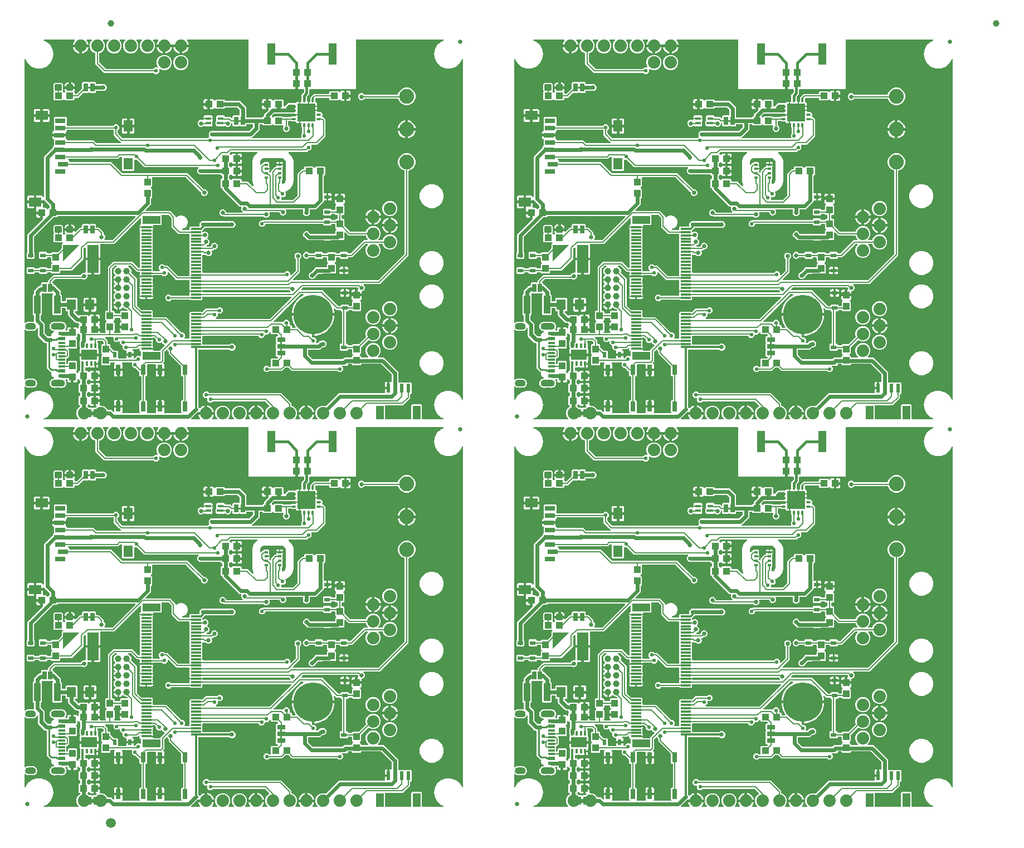
<source format=gtl>
G04 EAGLE Gerber RS-274X export*
G75*
%MOMM*%
%FSLAX34Y34*%
%LPD*%
%INTop Copper*%
%IPPOS*%
%AMOC8*
5,1,8,0,0,1.08239X$1,22.5*%
G01*
%ADD10R,1.000000X0.300000*%
%ADD11R,1.000000X0.600000*%
%ADD12C,0.654000*%
%ADD13R,1.000000X1.100000*%
%ADD14R,0.300000X0.650000*%
%ADD15R,2.350000X1.600000*%
%ADD16R,1.100000X1.000000*%
%ADD17C,0.635000*%
%ADD18R,1.700000X4.200000*%
%ADD19R,1.000000X1.000000*%
%ADD20R,0.830000X0.630000*%
%ADD21R,1.200000X2.000000*%
%ADD22R,0.600000X1.350000*%
%ADD23R,1.270000X0.660400*%
%ADD24R,0.762000X1.524000*%
%ADD25R,0.635000X1.270000*%
%ADD26R,1.000000X2.800000*%
%ADD27R,1.400000X1.600000*%
%ADD28C,1.879600*%
%ADD29C,1.000000*%
%ADD30R,1.400000X1.800000*%
%ADD31R,1.900000X1.400000*%
%ADD32R,1.500000X0.800000*%
%ADD33C,6.000000*%
%ADD34R,0.630000X0.830000*%
%ADD35R,0.500000X0.350000*%
%ADD36R,0.900000X0.350000*%
%ADD37R,1.000000X0.350000*%
%ADD38R,0.660400X1.270000*%
%ADD39C,0.300000*%
%ADD40C,2.250000*%
%ADD41C,0.350000*%
%ADD42R,2.700000X2.700000*%
%ADD43R,1.300000X3.200400*%
%ADD44R,1.550000X0.300000*%
%ADD45R,2.750000X1.200000*%
%ADD46C,1.500000*%
%ADD47C,0.203200*%
%ADD48C,0.558800*%
%ADD49C,0.609600*%
%ADD50C,0.406400*%
%ADD51C,0.304800*%
%ADD52C,0.558800*%
%ADD53C,0.254000*%

G36*
X590510Y3311D02*
X590510Y3311D01*
X590568Y3309D01*
X590650Y3331D01*
X590734Y3343D01*
X590787Y3366D01*
X590843Y3381D01*
X590916Y3424D01*
X590993Y3459D01*
X591038Y3497D01*
X591088Y3526D01*
X591146Y3588D01*
X591210Y3642D01*
X591242Y3691D01*
X591282Y3734D01*
X591321Y3809D01*
X591368Y3879D01*
X591385Y3935D01*
X591412Y3987D01*
X591423Y4055D01*
X591453Y4150D01*
X591456Y4250D01*
X591467Y4318D01*
X591467Y24892D01*
X592658Y26083D01*
X606342Y26083D01*
X607533Y24892D01*
X607533Y4318D01*
X607541Y4260D01*
X607539Y4202D01*
X607561Y4120D01*
X607573Y4036D01*
X607596Y3983D01*
X607611Y3927D01*
X607654Y3854D01*
X607689Y3777D01*
X607727Y3732D01*
X607756Y3682D01*
X607818Y3624D01*
X607872Y3560D01*
X607921Y3528D01*
X607964Y3488D01*
X608039Y3449D01*
X608109Y3402D01*
X608165Y3385D01*
X608217Y3358D01*
X608285Y3347D01*
X608380Y3317D01*
X608480Y3314D01*
X608548Y3303D01*
X639527Y3303D01*
X639634Y3318D01*
X639741Y3326D01*
X639774Y3338D01*
X639808Y3343D01*
X639907Y3387D01*
X640008Y3424D01*
X640036Y3445D01*
X640068Y3459D01*
X640150Y3529D01*
X640237Y3592D01*
X640258Y3620D01*
X640285Y3642D01*
X640345Y3732D01*
X640410Y3818D01*
X640423Y3850D01*
X640442Y3879D01*
X640475Y3982D01*
X640515Y4082D01*
X640518Y4117D01*
X640528Y4150D01*
X640531Y4258D01*
X640541Y4365D01*
X640535Y4400D01*
X640536Y4434D01*
X640508Y4539D01*
X640488Y4645D01*
X640473Y4676D01*
X640464Y4709D01*
X640409Y4802D01*
X640360Y4898D01*
X640336Y4924D01*
X640318Y4954D01*
X640240Y5028D01*
X640166Y5107D01*
X640139Y5122D01*
X640111Y5148D01*
X639920Y5246D01*
X639874Y5272D01*
X636738Y6413D01*
X630905Y11308D01*
X627098Y17902D01*
X625776Y25400D01*
X627098Y32898D01*
X630905Y39492D01*
X636738Y44387D01*
X643893Y46991D01*
X651507Y46991D01*
X658662Y44387D01*
X664495Y39492D01*
X667903Y33589D01*
X667915Y33574D01*
X667923Y33556D01*
X668002Y33462D01*
X668078Y33365D01*
X668094Y33354D01*
X668107Y33339D01*
X668209Y33271D01*
X668308Y33199D01*
X668327Y33192D01*
X668343Y33181D01*
X668460Y33144D01*
X668576Y33103D01*
X668596Y33101D01*
X668614Y33096D01*
X668737Y33092D01*
X668860Y33085D01*
X668879Y33089D01*
X668898Y33088D01*
X669017Y33119D01*
X669137Y33146D01*
X669155Y33155D01*
X669173Y33160D01*
X669279Y33223D01*
X669387Y33282D01*
X669401Y33295D01*
X669418Y33305D01*
X669502Y33395D01*
X669589Y33481D01*
X669599Y33498D01*
X669612Y33513D01*
X669668Y33622D01*
X669728Y33729D01*
X669733Y33748D01*
X669742Y33766D01*
X669754Y33838D01*
X669793Y34006D01*
X669791Y34057D01*
X669797Y34097D01*
X669797Y550103D01*
X669795Y550123D01*
X669797Y550142D01*
X669775Y550263D01*
X669757Y550385D01*
X669749Y550402D01*
X669746Y550422D01*
X669691Y550532D01*
X669641Y550644D01*
X669629Y550659D01*
X669620Y550677D01*
X669537Y550767D01*
X669458Y550861D01*
X669441Y550872D01*
X669428Y550886D01*
X669323Y550951D01*
X669221Y551019D01*
X669202Y551025D01*
X669186Y551035D01*
X669067Y551067D01*
X668950Y551104D01*
X668930Y551105D01*
X668911Y551110D01*
X668789Y551109D01*
X668666Y551112D01*
X668647Y551107D01*
X668627Y551107D01*
X668509Y551071D01*
X668391Y551040D01*
X668374Y551030D01*
X668355Y551024D01*
X668252Y550957D01*
X668146Y550895D01*
X668133Y550880D01*
X668116Y550870D01*
X668070Y550813D01*
X667952Y550687D01*
X667928Y550642D01*
X667903Y550611D01*
X664495Y544708D01*
X658662Y539813D01*
X651507Y537209D01*
X643893Y537209D01*
X636738Y539813D01*
X630905Y544708D01*
X627098Y551302D01*
X625776Y558800D01*
X627098Y566298D01*
X630905Y572892D01*
X636738Y577787D01*
X639874Y578928D01*
X639969Y578979D01*
X640068Y579023D01*
X640094Y579045D01*
X640125Y579062D01*
X640202Y579137D01*
X640285Y579207D01*
X640304Y579235D01*
X640329Y579260D01*
X640383Y579353D01*
X640442Y579443D01*
X640453Y579476D01*
X640470Y579506D01*
X640496Y579611D01*
X640528Y579714D01*
X640529Y579749D01*
X640537Y579783D01*
X640533Y579890D01*
X640536Y579998D01*
X640527Y580032D01*
X640525Y580067D01*
X640491Y580169D01*
X640464Y580273D01*
X640446Y580303D01*
X640435Y580336D01*
X640374Y580425D01*
X640318Y580518D01*
X640293Y580542D01*
X640273Y580570D01*
X640190Y580638D01*
X640111Y580712D01*
X640080Y580728D01*
X640053Y580750D01*
X639954Y580793D01*
X639858Y580842D01*
X639827Y580847D01*
X639792Y580862D01*
X639580Y580888D01*
X639527Y580897D01*
X508000Y580897D01*
X507942Y580889D01*
X507884Y580891D01*
X507802Y580869D01*
X507719Y580857D01*
X507665Y580834D01*
X507609Y580819D01*
X507536Y580776D01*
X507459Y580741D01*
X507414Y580703D01*
X507364Y580674D01*
X507306Y580612D01*
X507242Y580558D01*
X507210Y580509D01*
X507170Y580466D01*
X507131Y580391D01*
X507085Y580321D01*
X507067Y580265D01*
X507040Y580213D01*
X507029Y580145D01*
X506999Y580050D01*
X506996Y579950D01*
X506985Y579882D01*
X506985Y505205D01*
X437374Y505205D01*
X437316Y505197D01*
X437258Y505199D01*
X437176Y505177D01*
X437092Y505165D01*
X437039Y505142D01*
X436983Y505127D01*
X436910Y505084D01*
X436833Y505049D01*
X436788Y505011D01*
X436738Y504982D01*
X436680Y504920D01*
X436616Y504866D01*
X436584Y504817D01*
X436544Y504774D01*
X436505Y504699D01*
X436458Y504629D01*
X436441Y504573D01*
X436414Y504521D01*
X436403Y504453D01*
X436373Y504358D01*
X436370Y504258D01*
X436359Y504190D01*
X436359Y497562D01*
X432846Y494050D01*
X432794Y493980D01*
X432734Y493916D01*
X432708Y493867D01*
X432675Y493822D01*
X432644Y493741D01*
X432604Y493663D01*
X432596Y493615D01*
X432574Y493557D01*
X432562Y493409D01*
X432549Y493332D01*
X432549Y487934D01*
X432557Y487876D01*
X432555Y487818D01*
X432577Y487736D01*
X432589Y487652D01*
X432612Y487599D01*
X432627Y487543D01*
X432670Y487470D01*
X432705Y487393D01*
X432743Y487348D01*
X432772Y487298D01*
X432834Y487240D01*
X432888Y487176D01*
X432937Y487144D01*
X432980Y487104D01*
X433055Y487065D01*
X433125Y487018D01*
X433181Y487001D01*
X433233Y486974D01*
X433301Y486963D01*
X433396Y486933D01*
X433496Y486930D01*
X433564Y486919D01*
X434333Y486919D01*
X434947Y486304D01*
X435017Y486252D01*
X435081Y486192D01*
X435131Y486166D01*
X435175Y486133D01*
X435256Y486102D01*
X435334Y486062D01*
X435382Y486054D01*
X435440Y486032D01*
X435588Y486020D01*
X435665Y486007D01*
X436686Y486007D01*
X436744Y486015D01*
X436802Y486013D01*
X436884Y486035D01*
X436968Y486047D01*
X437021Y486070D01*
X437077Y486085D01*
X437150Y486128D01*
X437227Y486163D01*
X437272Y486201D01*
X437322Y486230D01*
X437380Y486292D01*
X437444Y486346D01*
X437476Y486395D01*
X437516Y486438D01*
X437555Y486513D01*
X437602Y486583D01*
X437619Y486639D01*
X437646Y486691D01*
X437657Y486759D01*
X437687Y486854D01*
X437690Y486954D01*
X437701Y487022D01*
X437701Y492403D01*
X438138Y492840D01*
X438190Y492909D01*
X438231Y492953D01*
X443627Y498349D01*
X465552Y498349D01*
X465610Y498357D01*
X465668Y498355D01*
X465750Y498377D01*
X465834Y498389D01*
X465887Y498412D01*
X465943Y498427D01*
X466016Y498470D01*
X466093Y498505D01*
X466138Y498543D01*
X466188Y498572D01*
X466246Y498634D01*
X466310Y498688D01*
X466342Y498737D01*
X466382Y498780D01*
X466421Y498855D01*
X466468Y498925D01*
X466485Y498981D01*
X466512Y499033D01*
X466523Y499101D01*
X466553Y499196D01*
X466556Y499296D01*
X466567Y499364D01*
X466567Y501142D01*
X467758Y502333D01*
X480442Y502333D01*
X481661Y501114D01*
X481700Y501085D01*
X481732Y501049D01*
X481813Y501000D01*
X481888Y500943D01*
X481933Y500926D01*
X481975Y500900D01*
X482065Y500876D01*
X482153Y500842D01*
X482202Y500838D01*
X482249Y500825D01*
X482343Y500826D01*
X482437Y500818D01*
X482484Y500828D01*
X482533Y500829D01*
X482623Y500856D01*
X482715Y500874D01*
X482759Y500897D01*
X482805Y500911D01*
X482884Y500962D01*
X482968Y501005D01*
X483003Y501039D01*
X483044Y501065D01*
X483091Y501123D01*
X483174Y501201D01*
X483218Y501276D01*
X483258Y501324D01*
X483567Y501860D01*
X484040Y502333D01*
X484619Y502668D01*
X485266Y502841D01*
X489069Y502841D01*
X489069Y496316D01*
X489077Y496258D01*
X489075Y496200D01*
X489097Y496118D01*
X489109Y496035D01*
X489133Y495981D01*
X489147Y495925D01*
X489190Y495852D01*
X489225Y495775D01*
X489263Y495731D01*
X489293Y495680D01*
X489354Y495623D01*
X489409Y495558D01*
X489457Y495526D01*
X489500Y495486D01*
X489575Y495447D01*
X489645Y495401D01*
X489701Y495383D01*
X489753Y495356D01*
X489821Y495345D01*
X489916Y495315D01*
X490016Y495312D01*
X490084Y495301D01*
X491101Y495301D01*
X491101Y495299D01*
X490084Y495299D01*
X490026Y495291D01*
X489968Y495292D01*
X489886Y495271D01*
X489803Y495259D01*
X489749Y495235D01*
X489693Y495221D01*
X489620Y495178D01*
X489543Y495143D01*
X489498Y495105D01*
X489448Y495075D01*
X489390Y495014D01*
X489326Y494959D01*
X489294Y494911D01*
X489254Y494868D01*
X489215Y494793D01*
X489169Y494723D01*
X489151Y494667D01*
X489124Y494615D01*
X489113Y494547D01*
X489083Y494452D01*
X489080Y494352D01*
X489069Y494284D01*
X489069Y487759D01*
X485266Y487759D01*
X484619Y487932D01*
X484040Y488267D01*
X483567Y488740D01*
X483258Y489276D01*
X483228Y489314D01*
X483205Y489357D01*
X483140Y489426D01*
X483082Y489499D01*
X483043Y489528D01*
X483009Y489563D01*
X482928Y489611D01*
X482852Y489666D01*
X482806Y489683D01*
X482764Y489707D01*
X482673Y489730D01*
X482585Y489762D01*
X482536Y489765D01*
X482489Y489777D01*
X482395Y489774D01*
X482301Y489780D01*
X482253Y489770D01*
X482204Y489768D01*
X482115Y489739D01*
X482023Y489719D01*
X481980Y489696D01*
X481934Y489681D01*
X481873Y489638D01*
X481773Y489583D01*
X481712Y489522D01*
X481661Y489486D01*
X480442Y488267D01*
X467758Y488267D01*
X466567Y489458D01*
X466567Y491236D01*
X466559Y491294D01*
X466561Y491352D01*
X466539Y491434D01*
X466527Y491518D01*
X466504Y491571D01*
X466489Y491627D01*
X466446Y491700D01*
X466411Y491777D01*
X466373Y491822D01*
X466344Y491872D01*
X466282Y491930D01*
X466228Y491994D01*
X466179Y492026D01*
X466136Y492066D01*
X466061Y492105D01*
X465991Y492152D01*
X465935Y492169D01*
X465883Y492196D01*
X465815Y492207D01*
X465720Y492237D01*
X465620Y492240D01*
X465552Y492251D01*
X446573Y492251D01*
X446487Y492239D01*
X446399Y492236D01*
X446347Y492219D01*
X446292Y492211D01*
X446212Y492176D01*
X446129Y492149D01*
X446090Y492121D01*
X446032Y492095D01*
X445919Y491999D01*
X445856Y491954D01*
X445564Y491663D01*
X445512Y491593D01*
X445452Y491529D01*
X445426Y491480D01*
X445393Y491435D01*
X445362Y491354D01*
X445322Y491276D01*
X445314Y491228D01*
X445292Y491170D01*
X445280Y491022D01*
X445267Y490945D01*
X445267Y486867D01*
X445276Y486799D01*
X445276Y486731D01*
X445296Y486659D01*
X445307Y486585D01*
X445334Y486523D01*
X445353Y486457D01*
X445392Y486394D01*
X445423Y486326D01*
X445467Y486274D01*
X445503Y486216D01*
X445558Y486166D01*
X445606Y486109D01*
X445663Y486071D01*
X445714Y486025D01*
X445771Y485999D01*
X445843Y485951D01*
X445952Y485917D01*
X446019Y485886D01*
X446215Y485834D01*
X446794Y485499D01*
X447267Y485026D01*
X447602Y484447D01*
X447775Y483800D01*
X447775Y473897D01*
X447787Y473811D01*
X447790Y473723D01*
X447807Y473671D01*
X447815Y473616D01*
X447850Y473536D01*
X447877Y473453D01*
X447905Y473414D01*
X447931Y473356D01*
X448027Y473243D01*
X448072Y473179D01*
X448819Y472433D01*
X448819Y471514D01*
X448827Y471456D01*
X448825Y471398D01*
X448847Y471316D01*
X448859Y471232D01*
X448882Y471179D01*
X448897Y471123D01*
X448940Y471050D01*
X448975Y470973D01*
X449013Y470928D01*
X449042Y470878D01*
X449104Y470820D01*
X449158Y470756D01*
X449207Y470724D01*
X449250Y470684D01*
X449325Y470645D01*
X449395Y470598D01*
X449451Y470581D01*
X449503Y470554D01*
X449571Y470543D01*
X449666Y470513D01*
X449766Y470510D01*
X449834Y470499D01*
X454191Y470499D01*
X456407Y468283D01*
X456407Y465149D01*
X456255Y464998D01*
X456238Y464974D01*
X456215Y464955D01*
X456153Y464861D01*
X456085Y464771D01*
X456074Y464743D01*
X456058Y464719D01*
X456024Y464611D01*
X455983Y464505D01*
X455981Y464476D01*
X455972Y464448D01*
X455969Y464335D01*
X455960Y464222D01*
X455966Y464193D01*
X455965Y464164D01*
X455993Y464054D01*
X456016Y463943D01*
X456029Y463917D01*
X456037Y463889D01*
X456094Y463791D01*
X456147Y463691D01*
X456167Y463669D01*
X456182Y463644D01*
X456265Y463567D01*
X456342Y463485D01*
X456368Y463470D01*
X456389Y463450D01*
X456490Y463398D01*
X456588Y463341D01*
X456616Y463334D01*
X456642Y463320D01*
X456720Y463307D01*
X456863Y463271D01*
X456926Y463273D01*
X456973Y463265D01*
X457193Y463265D01*
X461122Y459336D01*
X461122Y433950D01*
X448303Y421131D01*
X440198Y421131D01*
X440169Y421127D01*
X440139Y421130D01*
X440028Y421107D01*
X439916Y421091D01*
X439890Y421079D01*
X439861Y421074D01*
X439760Y421021D01*
X439657Y420975D01*
X439634Y420956D01*
X439608Y420943D01*
X439526Y420865D01*
X439440Y420792D01*
X439424Y420767D01*
X439402Y420747D01*
X439345Y420649D01*
X439282Y420555D01*
X439273Y420527D01*
X439259Y420502D01*
X439231Y420392D01*
X439196Y420284D01*
X439196Y420254D01*
X439189Y420226D01*
X439192Y420113D01*
X439189Y420000D01*
X439197Y419971D01*
X439198Y419942D01*
X439232Y419834D01*
X439261Y419725D01*
X439276Y419699D01*
X439285Y419671D01*
X439331Y419607D01*
X439406Y419480D01*
X439452Y419437D01*
X439480Y419398D01*
X439811Y419067D01*
X439811Y415069D01*
X436983Y412241D01*
X434889Y412241D01*
X434803Y412229D01*
X434715Y412226D01*
X434663Y412209D01*
X434608Y412201D01*
X434528Y412166D01*
X434445Y412139D01*
X434406Y412111D01*
X434348Y412085D01*
X434235Y411989D01*
X434171Y411944D01*
X432437Y410209D01*
X405865Y410209D01*
X405836Y410205D01*
X405807Y410208D01*
X405696Y410185D01*
X405584Y410169D01*
X405557Y410157D01*
X405528Y410152D01*
X405428Y410100D01*
X405324Y410053D01*
X405302Y410034D01*
X405276Y410021D01*
X405194Y409943D01*
X405107Y409870D01*
X405091Y409845D01*
X405070Y409825D01*
X405012Y409727D01*
X404950Y409633D01*
X404941Y409605D01*
X404926Y409580D01*
X404898Y409470D01*
X404864Y409362D01*
X404863Y409332D01*
X404856Y409304D01*
X404859Y409191D01*
X404857Y409078D01*
X404864Y409049D01*
X404865Y409020D01*
X404900Y408912D01*
X404928Y408803D01*
X404943Y408777D01*
X404952Y408749D01*
X404998Y408686D01*
X405074Y408558D01*
X405119Y408515D01*
X405147Y408476D01*
X409420Y404204D01*
X412243Y397388D01*
X412243Y368680D01*
X412252Y368617D01*
X412249Y368568D01*
X412588Y365517D01*
X410668Y358890D01*
X406358Y353502D01*
X400319Y350177D01*
X400272Y350142D01*
X400220Y350114D01*
X400159Y350057D01*
X400092Y350006D01*
X400057Y349959D01*
X400014Y349919D01*
X399971Y349846D01*
X399921Y349779D01*
X399900Y349724D01*
X399870Y349673D01*
X399849Y349592D01*
X399819Y349514D01*
X399814Y349455D01*
X399800Y349398D01*
X399803Y349314D01*
X399796Y349231D01*
X399807Y349173D01*
X399809Y349114D01*
X399835Y349034D01*
X399851Y348952D01*
X399878Y348899D01*
X399896Y348843D01*
X399936Y348787D01*
X399982Y348699D01*
X400051Y348626D01*
X400091Y348570D01*
X400509Y348152D01*
X400509Y344153D01*
X397682Y341326D01*
X394963Y341326D01*
X394905Y341318D01*
X394846Y341319D01*
X394765Y341298D01*
X394681Y341286D01*
X394628Y341262D01*
X394571Y341247D01*
X394499Y341204D01*
X394422Y341170D01*
X394377Y341132D01*
X394327Y341102D01*
X394269Y341041D01*
X394205Y340986D01*
X394172Y340937D01*
X394132Y340895D01*
X394094Y340820D01*
X394047Y340749D01*
X394029Y340694D01*
X394003Y340642D01*
X393991Y340574D01*
X393961Y340478D01*
X393959Y340379D01*
X393947Y340311D01*
X393947Y338861D01*
X393878Y338792D01*
X393860Y338768D01*
X393838Y338749D01*
X393775Y338655D01*
X393707Y338565D01*
X393697Y338537D01*
X393680Y338513D01*
X393646Y338405D01*
X393606Y338299D01*
X393603Y338270D01*
X393594Y338242D01*
X393592Y338129D01*
X393582Y338016D01*
X393588Y337987D01*
X393587Y337958D01*
X393616Y337848D01*
X393638Y337737D01*
X393652Y337711D01*
X393659Y337683D01*
X393717Y337585D01*
X393769Y337485D01*
X393789Y337463D01*
X393804Y337438D01*
X393887Y337361D01*
X393965Y337279D01*
X393990Y337264D01*
X394012Y337244D01*
X394112Y337192D01*
X394210Y337135D01*
X394239Y337128D01*
X394265Y337114D01*
X394342Y337101D01*
X394486Y337065D01*
X394548Y337067D01*
X394596Y337059D01*
X411067Y337059D01*
X411153Y337071D01*
X411241Y337074D01*
X411293Y337091D01*
X411348Y337099D01*
X411428Y337134D01*
X411511Y337161D01*
X411550Y337189D01*
X411608Y337215D01*
X411721Y337311D01*
X411785Y337356D01*
X418294Y343865D01*
X418346Y343935D01*
X418406Y343999D01*
X418432Y344049D01*
X418465Y344093D01*
X418496Y344174D01*
X418536Y344252D01*
X418544Y344300D01*
X418566Y344358D01*
X418578Y344506D01*
X418591Y344583D01*
X418591Y377183D01*
X425457Y384049D01*
X427452Y384049D01*
X427510Y384057D01*
X427568Y384055D01*
X427650Y384077D01*
X427734Y384089D01*
X427787Y384112D01*
X427843Y384127D01*
X427916Y384170D01*
X427993Y384205D01*
X428038Y384243D01*
X428088Y384272D01*
X428146Y384334D01*
X428210Y384388D01*
X428242Y384437D01*
X428282Y384480D01*
X428321Y384555D01*
X428368Y384625D01*
X428385Y384681D01*
X428412Y384733D01*
X428423Y384801D01*
X428453Y384896D01*
X428456Y384996D01*
X428467Y385064D01*
X428467Y386842D01*
X429658Y388033D01*
X442342Y388033D01*
X443782Y386593D01*
X443829Y386557D01*
X443869Y386515D01*
X443942Y386472D01*
X444009Y386422D01*
X444064Y386401D01*
X444114Y386371D01*
X444196Y386351D01*
X444275Y386320D01*
X444333Y386316D01*
X444390Y386301D01*
X444474Y386304D01*
X444558Y386297D01*
X444616Y386308D01*
X444674Y386310D01*
X444754Y386336D01*
X444837Y386353D01*
X444889Y386380D01*
X444945Y386398D01*
X445001Y386438D01*
X445089Y386484D01*
X445162Y386553D01*
X445218Y386593D01*
X446658Y388033D01*
X459342Y388033D01*
X460533Y386842D01*
X460533Y375158D01*
X459342Y373967D01*
X459232Y373967D01*
X459174Y373959D01*
X459116Y373961D01*
X459034Y373939D01*
X458950Y373927D01*
X458897Y373904D01*
X458841Y373889D01*
X458768Y373846D01*
X458691Y373811D01*
X458646Y373773D01*
X458596Y373744D01*
X458538Y373682D01*
X458474Y373628D01*
X458442Y373579D01*
X458402Y373536D01*
X458363Y373461D01*
X458316Y373391D01*
X458299Y373335D01*
X458272Y373283D01*
X458261Y373215D01*
X458231Y373120D01*
X458228Y373020D01*
X458217Y372952D01*
X458217Y348406D01*
X458225Y348348D01*
X458223Y348290D01*
X458245Y348208D01*
X458257Y348124D01*
X458280Y348071D01*
X458295Y348015D01*
X458338Y347942D01*
X458373Y347865D01*
X458411Y347820D01*
X458440Y347770D01*
X458502Y347712D01*
X458556Y347648D01*
X458605Y347616D01*
X458648Y347576D01*
X458723Y347537D01*
X458793Y347490D01*
X458849Y347473D01*
X458901Y347446D01*
X458969Y347435D01*
X459064Y347405D01*
X459164Y347402D01*
X459232Y347391D01*
X461976Y347391D01*
X461976Y342259D01*
X461984Y342201D01*
X461982Y342143D01*
X462004Y342061D01*
X462016Y341978D01*
X462039Y341924D01*
X462054Y341868D01*
X462097Y341795D01*
X462132Y341718D01*
X462148Y341700D01*
X462122Y341650D01*
X462075Y341580D01*
X462058Y341524D01*
X462031Y341472D01*
X462020Y341404D01*
X461990Y341309D01*
X461987Y341209D01*
X461976Y341141D01*
X461976Y336009D01*
X459232Y336009D01*
X459174Y336001D01*
X459116Y336003D01*
X459034Y335981D01*
X458950Y335969D01*
X458897Y335946D01*
X458841Y335931D01*
X458768Y335888D01*
X458691Y335853D01*
X458646Y335815D01*
X458596Y335786D01*
X458538Y335724D01*
X458474Y335670D01*
X458442Y335621D01*
X458402Y335578D01*
X458363Y335503D01*
X458316Y335433D01*
X458299Y335377D01*
X458272Y335325D01*
X458261Y335257D01*
X458231Y335162D01*
X458228Y335062D01*
X458217Y334994D01*
X458217Y334551D01*
X446499Y322833D01*
X437769Y322833D01*
X437711Y322825D01*
X437653Y322827D01*
X437571Y322805D01*
X437487Y322793D01*
X437434Y322770D01*
X437378Y322755D01*
X437305Y322712D01*
X437228Y322677D01*
X437183Y322639D01*
X437133Y322610D01*
X437075Y322548D01*
X437011Y322494D01*
X436979Y322445D01*
X436939Y322402D01*
X436900Y322327D01*
X436853Y322257D01*
X436836Y322201D01*
X436809Y322149D01*
X436798Y322081D01*
X436768Y321986D01*
X436765Y321886D01*
X436754Y321818D01*
X436754Y319658D01*
X436758Y319627D01*
X436756Y319596D01*
X436773Y319520D01*
X436794Y319376D01*
X436820Y319317D01*
X436831Y319269D01*
X437135Y318536D01*
X437135Y316464D01*
X436831Y315731D01*
X436823Y315701D01*
X436809Y315673D01*
X436796Y315596D01*
X436767Y315481D01*
X436695Y315386D01*
X436672Y315325D01*
X436646Y315283D01*
X436342Y314550D01*
X434877Y313085D01*
X434144Y312781D01*
X434117Y312766D01*
X434088Y312756D01*
X434024Y312710D01*
X433921Y312650D01*
X433803Y312633D01*
X433744Y312607D01*
X433696Y312596D01*
X432963Y312292D01*
X430891Y312292D01*
X430158Y312596D01*
X430128Y312604D01*
X430100Y312618D01*
X430023Y312631D01*
X429908Y312660D01*
X429813Y312732D01*
X429752Y312755D01*
X429710Y312781D01*
X428977Y313085D01*
X427512Y314550D01*
X427208Y315283D01*
X427193Y315310D01*
X427183Y315339D01*
X427137Y315403D01*
X427077Y315506D01*
X427060Y315624D01*
X427034Y315683D01*
X427023Y315731D01*
X426719Y316464D01*
X426719Y318536D01*
X427023Y319269D01*
X427031Y319299D01*
X427045Y319327D01*
X427058Y319404D01*
X427094Y319544D01*
X427092Y319609D01*
X427100Y319658D01*
X427100Y321818D01*
X427092Y321876D01*
X427094Y321934D01*
X427072Y322016D01*
X427060Y322100D01*
X427037Y322153D01*
X427022Y322209D01*
X426979Y322282D01*
X426944Y322359D01*
X426906Y322404D01*
X426877Y322454D01*
X426815Y322512D01*
X426761Y322576D01*
X426712Y322608D01*
X426669Y322648D01*
X426594Y322687D01*
X426524Y322734D01*
X426468Y322751D01*
X426416Y322778D01*
X426348Y322789D01*
X426253Y322819D01*
X426153Y322822D01*
X426085Y322833D01*
X401661Y322833D01*
X401547Y322817D01*
X401432Y322807D01*
X401407Y322797D01*
X401379Y322793D01*
X401274Y322747D01*
X401167Y322705D01*
X401145Y322689D01*
X401120Y322677D01*
X401032Y322603D01*
X400940Y322534D01*
X400924Y322511D01*
X400903Y322494D01*
X400839Y322398D01*
X400770Y322306D01*
X400760Y322280D01*
X400745Y322257D01*
X400710Y322147D01*
X400670Y322040D01*
X400668Y322012D01*
X400659Y321986D01*
X400656Y321871D01*
X400647Y321757D01*
X400653Y321732D01*
X400652Y321702D01*
X400719Y321445D01*
X400723Y321429D01*
X401448Y319679D01*
X401448Y317607D01*
X400655Y315693D01*
X399190Y314228D01*
X397276Y313435D01*
X395204Y313435D01*
X393290Y314228D01*
X391825Y315693D01*
X391021Y317635D01*
X391020Y317636D01*
X391020Y317637D01*
X390948Y317758D01*
X390876Y317879D01*
X390875Y317880D01*
X390874Y317882D01*
X390770Y317979D01*
X390670Y318075D01*
X390668Y318075D01*
X390667Y318076D01*
X390541Y318141D01*
X390417Y318205D01*
X390415Y318205D01*
X390414Y318206D01*
X390399Y318208D01*
X390138Y318260D01*
X390108Y318257D01*
X390083Y318261D01*
X376576Y318261D01*
X376462Y318245D01*
X376348Y318235D01*
X376322Y318225D01*
X376295Y318221D01*
X376190Y318174D01*
X376083Y318133D01*
X376061Y318117D01*
X376035Y318105D01*
X375947Y318031D01*
X375856Y317962D01*
X375840Y317939D01*
X375818Y317922D01*
X375755Y317826D01*
X375686Y317734D01*
X375676Y317708D01*
X375661Y317685D01*
X375626Y317575D01*
X375586Y317468D01*
X375583Y317440D01*
X375575Y317414D01*
X375572Y317299D01*
X375563Y317185D01*
X375568Y317160D01*
X375568Y317130D01*
X375635Y316873D01*
X375638Y316857D01*
X376048Y315869D01*
X376048Y313797D01*
X375255Y311883D01*
X373790Y310418D01*
X371876Y309625D01*
X369804Y309625D01*
X367890Y310418D01*
X366821Y311487D01*
X366751Y311539D01*
X366688Y311599D01*
X366638Y311625D01*
X366594Y311658D01*
X366512Y311689D01*
X366434Y311729D01*
X366387Y311737D01*
X366328Y311759D01*
X366181Y311771D01*
X366103Y311784D01*
X306204Y311784D01*
X305994Y311995D01*
X305924Y312047D01*
X305860Y312107D01*
X305810Y312133D01*
X305766Y312166D01*
X305685Y312197D01*
X305607Y312237D01*
X305559Y312245D01*
X305501Y312267D01*
X305353Y312279D01*
X305276Y312292D01*
X303764Y312292D01*
X301850Y313085D01*
X300385Y314550D01*
X299592Y316464D01*
X299592Y318536D01*
X300385Y320450D01*
X301850Y321915D01*
X303764Y322708D01*
X305836Y322708D01*
X307750Y321915D01*
X309215Y320450D01*
X310019Y318508D01*
X310020Y318507D01*
X310020Y318506D01*
X310092Y318385D01*
X310164Y318264D01*
X310165Y318263D01*
X310166Y318261D01*
X310270Y318164D01*
X310370Y318068D01*
X310372Y318068D01*
X310373Y318067D01*
X310499Y318002D01*
X310623Y317938D01*
X310625Y317938D01*
X310626Y317937D01*
X310641Y317935D01*
X310902Y317883D01*
X310932Y317886D01*
X310957Y317882D01*
X333972Y317882D01*
X334001Y317886D01*
X334031Y317883D01*
X334142Y317906D01*
X334254Y317922D01*
X334281Y317934D01*
X334309Y317939D01*
X334410Y317992D01*
X334513Y318038D01*
X334536Y318057D01*
X334562Y318070D01*
X334644Y318148D01*
X334730Y318221D01*
X334747Y318246D01*
X334768Y318266D01*
X334825Y318364D01*
X334888Y318458D01*
X334897Y318486D01*
X334912Y318511D01*
X334939Y318621D01*
X334974Y318729D01*
X334974Y318759D01*
X334982Y318787D01*
X334978Y318900D01*
X334981Y319013D01*
X334974Y319042D01*
X334973Y319071D01*
X334938Y319179D01*
X334909Y319288D01*
X334894Y319314D01*
X334885Y319342D01*
X334840Y319406D01*
X334764Y319533D01*
X334718Y319576D01*
X334690Y319615D01*
X333405Y320900D01*
X332612Y322814D01*
X332612Y324886D01*
X333022Y325874D01*
X333050Y325986D01*
X333085Y326095D01*
X333086Y326123D01*
X333093Y326150D01*
X333089Y326264D01*
X333092Y326379D01*
X333085Y326406D01*
X333085Y326434D01*
X333050Y326543D01*
X333021Y326654D01*
X333006Y326678D01*
X332998Y326705D01*
X332934Y326800D01*
X332875Y326899D01*
X332855Y326918D01*
X332840Y326941D01*
X332752Y327015D01*
X332668Y327093D01*
X332643Y327106D01*
X332622Y327124D01*
X332517Y327170D01*
X332415Y327223D01*
X332390Y327227D01*
X332362Y327239D01*
X332099Y327276D01*
X332084Y327278D01*
X330106Y327278D01*
X307298Y350086D01*
X304173Y353211D01*
X304173Y353902D01*
X304165Y353960D01*
X304167Y354018D01*
X304145Y354100D01*
X304133Y354184D01*
X304110Y354237D01*
X304095Y354293D01*
X304052Y354366D01*
X304017Y354443D01*
X303979Y354488D01*
X303950Y354538D01*
X303888Y354596D01*
X303834Y354660D01*
X303785Y354692D01*
X303742Y354732D01*
X303667Y354771D01*
X303597Y354818D01*
X303541Y354835D01*
X303489Y354862D01*
X303421Y354873D01*
X303326Y354903D01*
X303226Y354906D01*
X303158Y354917D01*
X302658Y354917D01*
X301467Y356108D01*
X301467Y367792D01*
X302658Y368983D01*
X303158Y368983D01*
X303216Y368991D01*
X303274Y368989D01*
X303356Y369011D01*
X303440Y369023D01*
X303493Y369046D01*
X303549Y369061D01*
X303622Y369104D01*
X303699Y369139D01*
X303744Y369177D01*
X303794Y369206D01*
X303852Y369268D01*
X303916Y369322D01*
X303948Y369371D01*
X303988Y369414D01*
X304027Y369489D01*
X304074Y369559D01*
X304091Y369615D01*
X304118Y369667D01*
X304129Y369735D01*
X304159Y369830D01*
X304162Y369930D01*
X304173Y369998D01*
X304173Y372952D01*
X304165Y373010D01*
X304167Y373068D01*
X304145Y373150D01*
X304133Y373234D01*
X304110Y373287D01*
X304095Y373343D01*
X304052Y373416D01*
X304017Y373493D01*
X303979Y373538D01*
X303950Y373588D01*
X303888Y373646D01*
X303834Y373710D01*
X303785Y373742D01*
X303742Y373782D01*
X303667Y373821D01*
X303597Y373868D01*
X303541Y373885D01*
X303489Y373912D01*
X303421Y373923D01*
X303326Y373953D01*
X303226Y373956D01*
X303158Y373967D01*
X302658Y373967D01*
X301467Y375158D01*
X301467Y375285D01*
X301459Y375343D01*
X301461Y375401D01*
X301439Y375483D01*
X301427Y375567D01*
X301404Y375620D01*
X301389Y375676D01*
X301346Y375749D01*
X301311Y375826D01*
X301273Y375871D01*
X301244Y375921D01*
X301182Y375979D01*
X301128Y376043D01*
X301079Y376075D01*
X301036Y376115D01*
X300961Y376154D01*
X300891Y376201D01*
X300835Y376218D01*
X300783Y376245D01*
X300715Y376256D01*
X300620Y376286D01*
X300520Y376289D01*
X300452Y376300D01*
X273057Y376300D01*
X272970Y376288D01*
X272883Y376285D01*
X272830Y376268D01*
X272775Y376260D01*
X272695Y376225D01*
X272612Y376198D01*
X272578Y376173D01*
X268511Y376173D01*
X265683Y379001D01*
X265683Y382999D01*
X267792Y385108D01*
X267810Y385132D01*
X267832Y385151D01*
X267895Y385245D01*
X267963Y385335D01*
X267973Y385363D01*
X267990Y385387D01*
X268024Y385495D01*
X268064Y385601D01*
X268067Y385630D01*
X268076Y385658D01*
X268078Y385772D01*
X268088Y385884D01*
X268082Y385913D01*
X268083Y385942D01*
X268054Y386052D01*
X268032Y386163D01*
X268018Y386189D01*
X268011Y386217D01*
X267953Y386315D01*
X267901Y386415D01*
X267881Y386437D01*
X267866Y386462D01*
X267783Y386539D01*
X267705Y386621D01*
X267680Y386636D01*
X267658Y386656D01*
X267558Y386708D01*
X267460Y386765D01*
X267431Y386772D01*
X267405Y386786D01*
X267328Y386799D01*
X267184Y386835D01*
X267122Y386833D01*
X267074Y386841D01*
X185681Y386841D01*
X174803Y397720D01*
X174733Y397772D01*
X174669Y397832D01*
X174619Y397858D01*
X174575Y397891D01*
X174494Y397922D01*
X174416Y397962D01*
X174368Y397970D01*
X174310Y397992D01*
X174162Y398004D01*
X174085Y398017D01*
X171991Y398017D01*
X171866Y398142D01*
X171842Y398160D01*
X171823Y398182D01*
X171729Y398245D01*
X171639Y398313D01*
X171611Y398323D01*
X171587Y398340D01*
X171479Y398374D01*
X171373Y398414D01*
X171344Y398417D01*
X171316Y398426D01*
X171203Y398428D01*
X171090Y398438D01*
X171061Y398432D01*
X171032Y398433D01*
X170922Y398404D01*
X170811Y398382D01*
X170785Y398368D01*
X170757Y398361D01*
X170659Y398303D01*
X170559Y398251D01*
X170537Y398231D01*
X170512Y398216D01*
X170435Y398133D01*
X170353Y398055D01*
X170338Y398030D01*
X170318Y398008D01*
X170266Y397908D01*
X170209Y397810D01*
X170202Y397781D01*
X170188Y397755D01*
X170175Y397678D01*
X170139Y397534D01*
X170141Y397472D01*
X170133Y397424D01*
X170133Y382558D01*
X168942Y381367D01*
X153258Y381367D01*
X152067Y382558D01*
X152067Y401320D01*
X152060Y401372D01*
X152061Y401397D01*
X152060Y401401D01*
X152061Y401436D01*
X152039Y401518D01*
X152027Y401602D01*
X152004Y401655D01*
X151989Y401711D01*
X151946Y401784D01*
X151911Y401861D01*
X151873Y401906D01*
X151844Y401956D01*
X151782Y402014D01*
X151728Y402078D01*
X151679Y402110D01*
X151636Y402150D01*
X151561Y402189D01*
X151491Y402236D01*
X151435Y402253D01*
X151383Y402280D01*
X151315Y402291D01*
X151220Y402321D01*
X151120Y402324D01*
X151052Y402335D01*
X149347Y402335D01*
X149261Y402323D01*
X149173Y402320D01*
X149121Y402303D01*
X149066Y402295D01*
X148986Y402260D01*
X148903Y402233D01*
X148864Y402205D01*
X148806Y402179D01*
X148693Y402083D01*
X148629Y402038D01*
X146043Y399451D01*
X70974Y399451D01*
X70945Y399447D01*
X70916Y399450D01*
X70805Y399427D01*
X70693Y399411D01*
X70666Y399399D01*
X70637Y399394D01*
X70537Y399341D01*
X70434Y399295D01*
X70411Y399276D01*
X70385Y399263D01*
X70303Y399185D01*
X70217Y399112D01*
X70200Y399087D01*
X70179Y399067D01*
X70122Y398969D01*
X70059Y398875D01*
X70050Y398847D01*
X70035Y398822D01*
X70007Y398712D01*
X69973Y398604D01*
X69972Y398574D01*
X69965Y398546D01*
X69969Y398433D01*
X69966Y398320D01*
X69973Y398291D01*
X69974Y398262D01*
X70009Y398154D01*
X70038Y398045D01*
X70053Y398019D01*
X70062Y397991D01*
X70107Y397927D01*
X70183Y397800D01*
X70229Y397757D01*
X70257Y397718D01*
X71633Y396342D01*
X71633Y395564D01*
X71641Y395506D01*
X71639Y395448D01*
X71661Y395366D01*
X71673Y395282D01*
X71696Y395229D01*
X71711Y395173D01*
X71754Y395100D01*
X71789Y395023D01*
X71827Y394978D01*
X71856Y394928D01*
X71918Y394870D01*
X71972Y394806D01*
X72021Y394774D01*
X72064Y394734D01*
X72139Y394695D01*
X72209Y394648D01*
X72265Y394631D01*
X72317Y394604D01*
X72385Y394593D01*
X72480Y394563D01*
X72580Y394560D01*
X72648Y394549D01*
X135543Y394549D01*
X152095Y377996D01*
X152165Y377944D01*
X152229Y377884D01*
X152278Y377858D01*
X152323Y377825D01*
X152404Y377794D01*
X152482Y377754D01*
X152530Y377746D01*
X152588Y377724D01*
X152736Y377712D01*
X152813Y377699D01*
X251453Y377699D01*
X275666Y353485D01*
X275736Y353433D01*
X275800Y353373D01*
X275850Y353347D01*
X275894Y353314D01*
X275975Y353283D01*
X276053Y353243D01*
X276101Y353235D01*
X276159Y353213D01*
X276307Y353201D01*
X276384Y353188D01*
X277896Y353188D01*
X279810Y352395D01*
X281275Y350930D01*
X282068Y349016D01*
X282068Y346944D01*
X281275Y345030D01*
X279810Y343565D01*
X277896Y342772D01*
X275824Y342772D01*
X273910Y343565D01*
X272445Y345030D01*
X271652Y346944D01*
X271652Y348456D01*
X271640Y348542D01*
X271637Y348630D01*
X271620Y348682D01*
X271612Y348737D01*
X271577Y348817D01*
X271550Y348900D01*
X271522Y348939D01*
X271496Y348997D01*
X271415Y349093D01*
X271396Y349124D01*
X271379Y349140D01*
X271355Y349174D01*
X249225Y371304D01*
X249155Y371356D01*
X249091Y371416D01*
X249041Y371442D01*
X248997Y371475D01*
X248916Y371506D01*
X248838Y371546D01*
X248790Y371554D01*
X248732Y371576D01*
X248584Y371588D01*
X248507Y371601D01*
X198548Y371601D01*
X198490Y371593D01*
X198432Y371595D01*
X198350Y371573D01*
X198266Y371561D01*
X198213Y371538D01*
X198157Y371523D01*
X198084Y371480D01*
X198007Y371445D01*
X197962Y371407D01*
X197912Y371378D01*
X197854Y371316D01*
X197790Y371262D01*
X197758Y371213D01*
X197718Y371170D01*
X197679Y371095D01*
X197632Y371025D01*
X197615Y370969D01*
X197588Y370917D01*
X197577Y370849D01*
X197547Y370754D01*
X197544Y370654D01*
X197533Y370586D01*
X197533Y357758D01*
X196093Y356318D01*
X196057Y356271D01*
X196015Y356231D01*
X195972Y356158D01*
X195922Y356091D01*
X195901Y356036D01*
X195871Y355986D01*
X195851Y355904D01*
X195820Y355825D01*
X195816Y355767D01*
X195801Y355710D01*
X195804Y355626D01*
X195797Y355542D01*
X195808Y355488D01*
X195807Y355478D01*
X195809Y355473D01*
X195810Y355426D01*
X195836Y355346D01*
X195853Y355263D01*
X195875Y355221D01*
X195879Y355203D01*
X195886Y355192D01*
X195898Y355155D01*
X195938Y355099D01*
X195984Y355011D01*
X196010Y354983D01*
X196025Y354959D01*
X196065Y354920D01*
X196093Y354882D01*
X197533Y353442D01*
X197533Y340758D01*
X196342Y339567D01*
X196284Y339559D01*
X196226Y339561D01*
X196144Y339539D01*
X196060Y339527D01*
X196007Y339504D01*
X195951Y339489D01*
X195878Y339446D01*
X195801Y339411D01*
X195756Y339373D01*
X195706Y339344D01*
X195648Y339282D01*
X195584Y339228D01*
X195552Y339179D01*
X195512Y339136D01*
X195473Y339061D01*
X195426Y338991D01*
X195409Y338935D01*
X195382Y338883D01*
X195371Y338815D01*
X195341Y338720D01*
X195338Y338620D01*
X195327Y338552D01*
X195327Y329946D01*
X192202Y326821D01*
X187663Y322282D01*
X187645Y322258D01*
X187623Y322239D01*
X187560Y322145D01*
X187492Y322055D01*
X187482Y322027D01*
X187465Y322003D01*
X187431Y321895D01*
X187391Y321789D01*
X187388Y321760D01*
X187379Y321732D01*
X187377Y321618D01*
X187367Y321506D01*
X187373Y321477D01*
X187372Y321448D01*
X187401Y321338D01*
X187423Y321227D01*
X187437Y321201D01*
X187444Y321173D01*
X187502Y321075D01*
X187554Y320975D01*
X187574Y320953D01*
X187589Y320928D01*
X187672Y320851D01*
X187750Y320769D01*
X187775Y320754D01*
X187797Y320734D01*
X187897Y320682D01*
X187995Y320625D01*
X188024Y320618D01*
X188050Y320604D01*
X188127Y320591D01*
X188271Y320555D01*
X188333Y320557D01*
X188381Y320549D01*
X224783Y320549D01*
X232919Y312413D01*
X232919Y311458D01*
X232923Y311429D01*
X232920Y311400D01*
X232943Y311289D01*
X232959Y311177D01*
X232971Y311150D01*
X232976Y311121D01*
X233029Y311020D01*
X233075Y310917D01*
X233094Y310895D01*
X233107Y310869D01*
X233185Y310787D01*
X233258Y310700D01*
X233283Y310684D01*
X233303Y310663D01*
X233401Y310606D01*
X233495Y310543D01*
X233523Y310534D01*
X233548Y310519D01*
X233658Y310491D01*
X233766Y310457D01*
X233796Y310456D01*
X233824Y310449D01*
X233937Y310453D01*
X234050Y310450D01*
X234079Y310457D01*
X234108Y310458D01*
X234216Y310493D01*
X234325Y310521D01*
X234351Y310536D01*
X234379Y310545D01*
X234443Y310591D01*
X234570Y310667D01*
X234613Y310712D01*
X234652Y310740D01*
X235617Y311705D01*
X239304Y313233D01*
X243296Y313233D01*
X246983Y311705D01*
X249805Y308883D01*
X251333Y305196D01*
X251333Y301204D01*
X249805Y297517D01*
X246983Y294695D01*
X243379Y293202D01*
X243305Y293158D01*
X243227Y293123D01*
X243183Y293086D01*
X243135Y293057D01*
X243076Y292995D01*
X243010Y292939D01*
X242978Y292892D01*
X242939Y292851D01*
X242900Y292774D01*
X242852Y292703D01*
X242835Y292649D01*
X242809Y292598D01*
X242793Y292514D01*
X242767Y292432D01*
X242765Y292375D01*
X242754Y292319D01*
X242761Y292234D01*
X242759Y292148D01*
X242774Y292093D01*
X242779Y292036D01*
X242809Y291956D01*
X242831Y291873D01*
X242860Y291824D01*
X242881Y291771D01*
X242932Y291702D01*
X242976Y291628D01*
X243018Y291589D01*
X243052Y291544D01*
X243121Y291492D01*
X243184Y291434D01*
X243234Y291408D01*
X243280Y291374D01*
X243360Y291343D01*
X243437Y291304D01*
X243486Y291296D01*
X243546Y291273D01*
X243690Y291262D01*
X243768Y291249D01*
X253252Y291249D01*
X253310Y291257D01*
X253368Y291255D01*
X253450Y291277D01*
X253534Y291289D01*
X253587Y291312D01*
X253643Y291327D01*
X253716Y291370D01*
X253793Y291405D01*
X253838Y291443D01*
X253888Y291472D01*
X253946Y291534D01*
X254010Y291588D01*
X254042Y291637D01*
X254082Y291680D01*
X254121Y291755D01*
X254168Y291825D01*
X254185Y291881D01*
X254212Y291933D01*
X254223Y292001D01*
X254253Y292096D01*
X254256Y292196D01*
X254267Y292264D01*
X254267Y295542D01*
X255458Y296733D01*
X262132Y296733D01*
X262219Y296745D01*
X262306Y296748D01*
X262334Y296757D01*
X268478Y296757D01*
X268536Y296765D01*
X268594Y296763D01*
X268676Y296785D01*
X268760Y296797D01*
X268813Y296820D01*
X268869Y296835D01*
X268942Y296878D01*
X269019Y296913D01*
X269064Y296951D01*
X269114Y296980D01*
X269172Y297042D01*
X269236Y297096D01*
X269268Y297145D01*
X269308Y297188D01*
X269347Y297263D01*
X269394Y297333D01*
X269411Y297389D01*
X269438Y297441D01*
X269449Y297509D01*
X269479Y297604D01*
X269482Y297704D01*
X269493Y297772D01*
X269493Y301719D01*
X272321Y304547D01*
X316612Y304547D01*
X316643Y304551D01*
X316674Y304549D01*
X316750Y304566D01*
X316894Y304587D01*
X316953Y304613D01*
X317001Y304624D01*
X317734Y304928D01*
X319806Y304928D01*
X320539Y304624D01*
X320569Y304616D01*
X320597Y304602D01*
X320674Y304589D01*
X320789Y304560D01*
X320884Y304488D01*
X320945Y304465D01*
X320987Y304439D01*
X321720Y304135D01*
X323185Y302670D01*
X323489Y301937D01*
X323504Y301910D01*
X323514Y301881D01*
X323560Y301817D01*
X323620Y301714D01*
X323637Y301596D01*
X323663Y301537D01*
X323674Y301489D01*
X323978Y300756D01*
X323978Y298684D01*
X323674Y297951D01*
X323666Y297921D01*
X323652Y297893D01*
X323639Y297816D01*
X323610Y297701D01*
X323538Y297606D01*
X323515Y297545D01*
X323489Y297503D01*
X323185Y296770D01*
X321720Y295305D01*
X320987Y295001D01*
X320960Y294986D01*
X320931Y294976D01*
X320867Y294930D01*
X320764Y294870D01*
X320646Y294853D01*
X320587Y294827D01*
X320539Y294816D01*
X319806Y294512D01*
X317734Y294512D01*
X317001Y294816D01*
X316971Y294824D01*
X316943Y294838D01*
X316866Y294851D01*
X316726Y294887D01*
X316661Y294885D01*
X316612Y294893D01*
X278754Y294893D01*
X278667Y294881D01*
X278580Y294878D01*
X278527Y294861D01*
X278472Y294853D01*
X278392Y294818D01*
X278309Y294791D01*
X278270Y294763D01*
X278213Y294737D01*
X278100Y294641D01*
X278036Y294596D01*
X274130Y290690D01*
X274078Y290620D01*
X274018Y290556D01*
X273992Y290507D01*
X273959Y290463D01*
X273928Y290381D01*
X273888Y290303D01*
X273880Y290256D01*
X273858Y290197D01*
X273846Y290050D01*
X273833Y289972D01*
X273833Y288836D01*
X273849Y288722D01*
X273859Y288608D01*
X273869Y288582D01*
X273873Y288554D01*
X273920Y288449D01*
X273961Y288342D01*
X273977Y288320D01*
X273989Y288295D01*
X274063Y288207D01*
X274132Y288116D01*
X274155Y288099D01*
X274172Y288078D01*
X274268Y288014D01*
X274360Y287946D01*
X274386Y287936D01*
X274409Y287920D01*
X274519Y287886D01*
X274626Y287845D01*
X274654Y287843D01*
X274680Y287835D01*
X274795Y287832D01*
X274909Y287822D01*
X274934Y287828D01*
X274964Y287827D01*
X275221Y287894D01*
X275237Y287898D01*
X276967Y288615D01*
X279039Y288615D01*
X280953Y287822D01*
X282418Y286357D01*
X283211Y284443D01*
X283211Y282371D01*
X282418Y280457D01*
X281413Y279452D01*
X281344Y279360D01*
X281270Y279272D01*
X281258Y279247D01*
X281242Y279225D01*
X281201Y279117D01*
X281154Y279012D01*
X281150Y278985D01*
X281140Y278959D01*
X281131Y278844D01*
X281115Y278731D01*
X281119Y278703D01*
X281117Y278676D01*
X281139Y278563D01*
X281156Y278449D01*
X281167Y278424D01*
X281173Y278397D01*
X281226Y278295D01*
X281273Y278190D01*
X281291Y278169D01*
X281304Y278144D01*
X281383Y278061D01*
X281457Y277974D01*
X281478Y277961D01*
X281500Y277938D01*
X281729Y277804D01*
X281742Y277796D01*
X282215Y277600D01*
X283680Y276135D01*
X284473Y274221D01*
X284473Y272149D01*
X283680Y270235D01*
X282215Y268770D01*
X280844Y268202D01*
X280769Y268158D01*
X280691Y268123D01*
X280648Y268086D01*
X280599Y268057D01*
X280540Y267995D01*
X280474Y267939D01*
X280443Y267892D01*
X280404Y267851D01*
X280364Y267774D01*
X280317Y267703D01*
X280299Y267649D01*
X280273Y267598D01*
X280257Y267514D01*
X280231Y267432D01*
X280229Y267375D01*
X280218Y267319D01*
X280226Y267234D01*
X280223Y267148D01*
X280238Y267093D01*
X280243Y267036D01*
X280274Y266955D01*
X280295Y266873D01*
X280324Y266824D01*
X280345Y266771D01*
X280397Y266702D01*
X280441Y266628D01*
X280482Y266589D01*
X280516Y266544D01*
X280585Y266492D01*
X280648Y266434D01*
X280699Y266408D01*
X280744Y266374D01*
X280824Y266343D01*
X280901Y266304D01*
X280950Y266296D01*
X281010Y266273D01*
X281155Y266262D01*
X281232Y266249D01*
X285877Y266249D01*
X285935Y266257D01*
X285993Y266255D01*
X286075Y266277D01*
X286159Y266289D01*
X286212Y266312D01*
X286268Y266327D01*
X286341Y266370D01*
X286418Y266405D01*
X286463Y266443D01*
X286513Y266472D01*
X286571Y266534D01*
X286635Y266588D01*
X286667Y266637D01*
X286707Y266680D01*
X286746Y266755D01*
X286793Y266825D01*
X286810Y266881D01*
X286837Y266933D01*
X286848Y267001D01*
X286878Y267096D01*
X286881Y267196D01*
X286892Y267264D01*
X286892Y267736D01*
X287685Y269650D01*
X289150Y271115D01*
X291064Y271908D01*
X293136Y271908D01*
X295050Y271115D01*
X296515Y269650D01*
X297308Y267736D01*
X297308Y265664D01*
X296515Y263750D01*
X295050Y262285D01*
X293136Y261492D01*
X291624Y261492D01*
X291538Y261480D01*
X291450Y261477D01*
X291398Y261460D01*
X291343Y261452D01*
X291263Y261417D01*
X291180Y261390D01*
X291141Y261362D01*
X291083Y261336D01*
X290970Y261240D01*
X290906Y261195D01*
X289863Y260151D01*
X288870Y260151D01*
X288757Y260135D01*
X288642Y260125D01*
X288616Y260115D01*
X288589Y260111D01*
X288484Y260064D01*
X288377Y260023D01*
X288355Y260007D01*
X288329Y259995D01*
X288242Y259921D01*
X288150Y259852D01*
X288134Y259829D01*
X288112Y259812D01*
X288049Y259716D01*
X287980Y259624D01*
X287970Y259598D01*
X287955Y259575D01*
X287920Y259465D01*
X287880Y259358D01*
X287877Y259330D01*
X287869Y259304D01*
X287866Y259189D01*
X287857Y259075D01*
X287863Y259050D01*
X287862Y259020D01*
X287929Y258763D01*
X287932Y258747D01*
X288418Y257576D01*
X288418Y255504D01*
X287625Y253590D01*
X286160Y252125D01*
X284246Y251332D01*
X282174Y251332D01*
X280260Y252125D01*
X279191Y253194D01*
X279121Y253246D01*
X279058Y253306D01*
X279008Y253332D01*
X278964Y253365D01*
X278882Y253396D01*
X278804Y253436D01*
X278757Y253444D01*
X278698Y253466D01*
X278551Y253478D01*
X278473Y253491D01*
X275877Y253491D01*
X275566Y253803D01*
X275542Y253820D01*
X275523Y253843D01*
X275468Y253880D01*
X275463Y253885D01*
X275453Y253889D01*
X275429Y253905D01*
X275339Y253973D01*
X275311Y253984D01*
X275287Y254000D01*
X275179Y254034D01*
X275073Y254075D01*
X275044Y254077D01*
X275016Y254086D01*
X274902Y254089D01*
X274790Y254098D01*
X274761Y254093D01*
X274732Y254093D01*
X274622Y254065D01*
X274511Y254042D01*
X274485Y254029D01*
X274457Y254021D01*
X274359Y253964D01*
X274259Y253911D01*
X274237Y253891D01*
X274212Y253876D01*
X274135Y253794D01*
X274053Y253716D01*
X274038Y253690D01*
X274018Y253669D01*
X273966Y253568D01*
X273909Y253470D01*
X273902Y253442D01*
X273888Y253416D01*
X273875Y253338D01*
X273839Y253195D01*
X273841Y253132D01*
X273833Y253085D01*
X273833Y227264D01*
X273841Y227206D01*
X273839Y227148D01*
X273861Y227066D01*
X273873Y226982D01*
X273896Y226929D01*
X273911Y226873D01*
X273954Y226800D01*
X273989Y226723D01*
X274027Y226678D01*
X274056Y226628D01*
X274118Y226570D01*
X274172Y226506D01*
X274221Y226474D01*
X274264Y226434D01*
X274339Y226395D01*
X274409Y226348D01*
X274465Y226331D01*
X274517Y226304D01*
X274585Y226293D01*
X274680Y226263D01*
X274780Y226260D01*
X274848Y226249D01*
X398072Y226249D01*
X398159Y226261D01*
X398246Y226264D01*
X398299Y226281D01*
X398354Y226289D01*
X398433Y226324D01*
X398517Y226351D01*
X398556Y226379D01*
X398613Y226405D01*
X398726Y226501D01*
X398790Y226546D01*
X400591Y228347D01*
X404589Y228347D01*
X407417Y225519D01*
X407417Y223679D01*
X407421Y223650D01*
X407418Y223621D01*
X407441Y223510D01*
X407457Y223398D01*
X407469Y223371D01*
X407474Y223342D01*
X407526Y223242D01*
X407573Y223138D01*
X407592Y223116D01*
X407605Y223090D01*
X407683Y223008D01*
X407756Y222921D01*
X407781Y222905D01*
X407801Y222884D01*
X407899Y222827D01*
X407993Y222764D01*
X408021Y222755D01*
X408046Y222740D01*
X408156Y222712D01*
X408264Y222678D01*
X408294Y222677D01*
X408322Y222670D01*
X408435Y222674D01*
X408548Y222671D01*
X408577Y222678D01*
X408606Y222679D01*
X408714Y222714D01*
X408823Y222743D01*
X408849Y222758D01*
X408877Y222767D01*
X408940Y222812D01*
X409068Y222888D01*
X409111Y222933D01*
X409150Y222961D01*
X415619Y229431D01*
X415672Y229500D01*
X415731Y229564D01*
X415757Y229614D01*
X415790Y229658D01*
X415821Y229739D01*
X415861Y229817D01*
X415869Y229865D01*
X415891Y229923D01*
X415903Y230071D01*
X415916Y230148D01*
X415916Y246858D01*
X415904Y246945D01*
X415901Y247032D01*
X415884Y247085D01*
X415877Y247140D01*
X415841Y247220D01*
X415814Y247303D01*
X415786Y247342D01*
X415760Y247399D01*
X415664Y247512D01*
X415619Y247576D01*
X414550Y248645D01*
X413757Y250559D01*
X413757Y252631D01*
X414550Y254545D01*
X416015Y256010D01*
X417929Y256803D01*
X420001Y256803D01*
X421915Y256010D01*
X423380Y254545D01*
X424173Y252631D01*
X424173Y250559D01*
X423380Y248645D01*
X422311Y247576D01*
X422259Y247506D01*
X422199Y247442D01*
X422173Y247393D01*
X422140Y247349D01*
X422109Y247267D01*
X422069Y247189D01*
X422061Y247142D01*
X422039Y247083D01*
X422027Y246936D01*
X422014Y246858D01*
X422014Y227202D01*
X411603Y216792D01*
X411586Y216768D01*
X411563Y216749D01*
X411501Y216655D01*
X411433Y216565D01*
X411422Y216537D01*
X411406Y216513D01*
X411372Y216405D01*
X411331Y216299D01*
X411329Y216270D01*
X411320Y216242D01*
X411317Y216128D01*
X411308Y216016D01*
X411313Y215987D01*
X411313Y215958D01*
X411341Y215848D01*
X411364Y215737D01*
X411377Y215711D01*
X411385Y215683D01*
X411442Y215585D01*
X411495Y215485D01*
X411515Y215463D01*
X411530Y215438D01*
X411612Y215361D01*
X411690Y215279D01*
X411716Y215264D01*
X411737Y215244D01*
X411838Y215192D01*
X411936Y215135D01*
X411964Y215128D01*
X411990Y215114D01*
X412068Y215101D01*
X412211Y215065D01*
X412274Y215067D01*
X412321Y215059D01*
X439339Y215059D01*
X439424Y215071D01*
X439510Y215073D01*
X439564Y215091D01*
X439620Y215099D01*
X439699Y215134D01*
X439781Y215160D01*
X439828Y215192D01*
X439880Y215215D01*
X439945Y215270D01*
X440017Y215318D01*
X440053Y215362D01*
X440097Y215398D01*
X440144Y215470D01*
X440200Y215536D01*
X440223Y215588D01*
X440254Y215635D01*
X440280Y215717D01*
X440315Y215796D01*
X440323Y215852D01*
X440340Y215906D01*
X440342Y215992D01*
X440354Y216077D01*
X440346Y216133D01*
X440347Y216190D01*
X440326Y216273D01*
X440313Y216359D01*
X440290Y216410D01*
X440276Y216465D01*
X440232Y216539D01*
X440196Y216618D01*
X440159Y216661D01*
X440130Y216710D01*
X440068Y216769D01*
X440012Y216834D01*
X439970Y216860D01*
X439923Y216904D01*
X439794Y216970D01*
X439727Y217012D01*
X438921Y217346D01*
X438891Y217354D01*
X438863Y217368D01*
X438786Y217381D01*
X438671Y217410D01*
X438576Y217482D01*
X438515Y217505D01*
X438473Y217531D01*
X437740Y217835D01*
X436275Y219300D01*
X435971Y220033D01*
X435956Y220060D01*
X435946Y220089D01*
X435900Y220153D01*
X435840Y220256D01*
X435823Y220374D01*
X435797Y220433D01*
X435786Y220481D01*
X435482Y221214D01*
X435482Y223286D01*
X435786Y224019D01*
X435794Y224049D01*
X435808Y224077D01*
X435821Y224154D01*
X435850Y224269D01*
X435922Y224364D01*
X435945Y224425D01*
X435971Y224467D01*
X436275Y225200D01*
X437740Y226665D01*
X438473Y226969D01*
X438500Y226984D01*
X438529Y226994D01*
X438593Y227039D01*
X438718Y227113D01*
X438763Y227160D01*
X438803Y227189D01*
X444370Y232756D01*
X444422Y232826D01*
X444482Y232890D01*
X444508Y232939D01*
X444541Y232983D01*
X444572Y233065D01*
X444612Y233143D01*
X444620Y233190D01*
X444642Y233249D01*
X444654Y233396D01*
X444667Y233474D01*
X444667Y233792D01*
X445858Y234983D01*
X455842Y234983D01*
X455901Y234924D01*
X455970Y234872D01*
X456034Y234812D01*
X456084Y234786D01*
X456128Y234753D01*
X456210Y234722D01*
X456287Y234682D01*
X456335Y234674D01*
X456393Y234652D01*
X456541Y234640D01*
X456619Y234627D01*
X461852Y234627D01*
X461910Y234635D01*
X461968Y234633D01*
X462050Y234655D01*
X462134Y234667D01*
X462187Y234690D01*
X462243Y234705D01*
X462316Y234748D01*
X462393Y234783D01*
X462438Y234821D01*
X462488Y234850D01*
X462546Y234912D01*
X462610Y234966D01*
X462642Y235015D01*
X462682Y235058D01*
X462721Y235133D01*
X462768Y235203D01*
X462785Y235259D01*
X462812Y235311D01*
X462823Y235379D01*
X462853Y235474D01*
X462856Y235574D01*
X462867Y235642D01*
X462867Y239142D01*
X464307Y240582D01*
X464342Y240629D01*
X464385Y240669D01*
X464428Y240742D01*
X464478Y240809D01*
X464499Y240864D01*
X464529Y240914D01*
X464549Y240996D01*
X464580Y241075D01*
X464584Y241133D01*
X464599Y241190D01*
X464596Y241274D01*
X464603Y241358D01*
X464592Y241416D01*
X464590Y241474D01*
X464564Y241554D01*
X464547Y241637D01*
X464520Y241689D01*
X464502Y241745D01*
X464462Y241801D01*
X464416Y241889D01*
X464348Y241962D01*
X464307Y242018D01*
X462867Y243458D01*
X462867Y248736D01*
X462859Y248794D01*
X462861Y248852D01*
X462839Y248934D01*
X462827Y249018D01*
X462804Y249071D01*
X462789Y249127D01*
X462746Y249200D01*
X462711Y249277D01*
X462673Y249322D01*
X462644Y249372D01*
X462582Y249430D01*
X462528Y249494D01*
X462479Y249526D01*
X462436Y249566D01*
X462361Y249605D01*
X462291Y249652D01*
X462235Y249669D01*
X462183Y249696D01*
X462115Y249707D01*
X462020Y249737D01*
X461920Y249740D01*
X461852Y249751D01*
X458048Y249751D01*
X457990Y249743D01*
X457932Y249745D01*
X457850Y249723D01*
X457766Y249711D01*
X457713Y249688D01*
X457657Y249673D01*
X457584Y249630D01*
X457507Y249595D01*
X457462Y249557D01*
X457412Y249528D01*
X457354Y249466D01*
X457290Y249412D01*
X457258Y249363D01*
X457218Y249320D01*
X457179Y249245D01*
X457132Y249175D01*
X457115Y249119D01*
X457088Y249067D01*
X457077Y248999D01*
X457047Y248904D01*
X457045Y248820D01*
X455842Y247617D01*
X445858Y247617D01*
X444660Y248816D01*
X444661Y248852D01*
X444639Y248934D01*
X444627Y249018D01*
X444604Y249071D01*
X444589Y249127D01*
X444546Y249200D01*
X444511Y249277D01*
X444473Y249322D01*
X444444Y249372D01*
X444382Y249430D01*
X444328Y249494D01*
X444279Y249526D01*
X444236Y249566D01*
X444161Y249605D01*
X444091Y249652D01*
X444035Y249669D01*
X443983Y249696D01*
X443915Y249707D01*
X443820Y249737D01*
X443720Y249740D01*
X443652Y249751D01*
X436734Y249751D01*
X436647Y249739D01*
X436560Y249736D01*
X436507Y249719D01*
X436452Y249711D01*
X436372Y249676D01*
X436289Y249649D01*
X436250Y249621D01*
X436193Y249595D01*
X436079Y249499D01*
X436016Y249454D01*
X434877Y248315D01*
X432963Y247522D01*
X430891Y247522D01*
X428977Y248315D01*
X427512Y249780D01*
X426719Y251694D01*
X426719Y253766D01*
X427512Y255680D01*
X428977Y257145D01*
X430891Y257938D01*
X432963Y257938D01*
X434877Y257145D01*
X435876Y256146D01*
X435946Y256094D01*
X436009Y256034D01*
X436059Y256008D01*
X436103Y255975D01*
X436185Y255944D01*
X436263Y255904D01*
X436310Y255896D01*
X436369Y255874D01*
X436516Y255862D01*
X436594Y255849D01*
X443652Y255849D01*
X443710Y255857D01*
X443768Y255855D01*
X443850Y255877D01*
X443934Y255889D01*
X443987Y255912D01*
X444043Y255927D01*
X444116Y255970D01*
X444193Y256005D01*
X444238Y256043D01*
X444288Y256072D01*
X444346Y256134D01*
X444410Y256188D01*
X444442Y256237D01*
X444482Y256280D01*
X444521Y256355D01*
X444568Y256425D01*
X444585Y256481D01*
X444612Y256533D01*
X444623Y256601D01*
X444653Y256696D01*
X444655Y256780D01*
X445858Y257983D01*
X455842Y257983D01*
X457040Y256784D01*
X457039Y256748D01*
X457061Y256666D01*
X457073Y256582D01*
X457096Y256529D01*
X457111Y256473D01*
X457154Y256400D01*
X457189Y256323D01*
X457227Y256278D01*
X457256Y256228D01*
X457318Y256170D01*
X457372Y256106D01*
X457421Y256074D01*
X457464Y256034D01*
X457539Y255995D01*
X457609Y255948D01*
X457665Y255931D01*
X457717Y255904D01*
X457785Y255893D01*
X457880Y255863D01*
X457980Y255860D01*
X458048Y255849D01*
X462153Y255849D01*
X462240Y255861D01*
X462328Y255864D01*
X462380Y255881D01*
X462435Y255889D01*
X462515Y255924D01*
X462598Y255951D01*
X462637Y255979D01*
X462694Y256005D01*
X462808Y256101D01*
X462871Y256146D01*
X464058Y257333D01*
X475742Y257333D01*
X476929Y256146D01*
X476998Y256094D01*
X477062Y256034D01*
X477112Y256008D01*
X477156Y255975D01*
X477238Y255944D01*
X477315Y255904D01*
X477363Y255896D01*
X477421Y255874D01*
X477569Y255862D01*
X477647Y255849D01*
X481752Y255849D01*
X481810Y255857D01*
X481868Y255855D01*
X481950Y255877D01*
X482034Y255889D01*
X482087Y255912D01*
X482143Y255927D01*
X482216Y255970D01*
X482293Y256005D01*
X482338Y256043D01*
X482388Y256072D01*
X482446Y256134D01*
X482510Y256188D01*
X482542Y256237D01*
X482582Y256280D01*
X482621Y256355D01*
X482668Y256425D01*
X482685Y256481D01*
X482712Y256533D01*
X482723Y256601D01*
X482753Y256696D01*
X482755Y256780D01*
X483958Y257983D01*
X493942Y257983D01*
X495140Y256784D01*
X495139Y256748D01*
X495161Y256666D01*
X495173Y256582D01*
X495196Y256529D01*
X495211Y256473D01*
X495254Y256400D01*
X495289Y256323D01*
X495327Y256278D01*
X495356Y256228D01*
X495418Y256170D01*
X495472Y256106D01*
X495521Y256074D01*
X495564Y256034D01*
X495639Y255995D01*
X495709Y255948D01*
X495765Y255931D01*
X495817Y255904D01*
X495885Y255893D01*
X495980Y255863D01*
X496080Y255860D01*
X496148Y255849D01*
X498767Y255849D01*
X498853Y255861D01*
X498941Y255864D01*
X498993Y255881D01*
X499048Y255889D01*
X499128Y255924D01*
X499211Y255951D01*
X499250Y255979D01*
X499308Y256005D01*
X499421Y256101D01*
X499485Y256146D01*
X519437Y276099D01*
X524435Y276099D01*
X524464Y276103D01*
X524493Y276100D01*
X524604Y276123D01*
X524716Y276139D01*
X524743Y276151D01*
X524772Y276156D01*
X524872Y276209D01*
X524976Y276255D01*
X524998Y276274D01*
X525024Y276287D01*
X525106Y276365D01*
X525193Y276438D01*
X525209Y276463D01*
X525230Y276483D01*
X525287Y276581D01*
X525350Y276675D01*
X525359Y276703D01*
X525374Y276728D01*
X525402Y276837D01*
X525436Y276946D01*
X525437Y276976D01*
X525444Y277004D01*
X525440Y277117D01*
X525443Y277230D01*
X525436Y277259D01*
X525435Y277288D01*
X525400Y277396D01*
X525372Y277505D01*
X525357Y277531D01*
X525348Y277559D01*
X525302Y277623D01*
X525226Y277750D01*
X525181Y277793D01*
X525153Y277832D01*
X523709Y279275D01*
X522550Y282075D01*
X522549Y282076D01*
X522549Y282077D01*
X522478Y282196D01*
X522405Y282319D01*
X522404Y282320D01*
X522403Y282322D01*
X522300Y282419D01*
X522199Y282515D01*
X522197Y282515D01*
X522196Y282516D01*
X522070Y282581D01*
X521946Y282645D01*
X521944Y282645D01*
X521943Y282646D01*
X521928Y282648D01*
X521667Y282700D01*
X521637Y282697D01*
X521612Y282701D01*
X496187Y282701D01*
X491366Y287523D01*
X491342Y287540D01*
X491323Y287563D01*
X491229Y287625D01*
X491139Y287693D01*
X491111Y287704D01*
X491087Y287720D01*
X490979Y287754D01*
X490873Y287795D01*
X490844Y287797D01*
X490816Y287806D01*
X490702Y287809D01*
X490590Y287818D01*
X490561Y287813D01*
X490532Y287813D01*
X490422Y287785D01*
X490311Y287762D01*
X490285Y287749D01*
X490257Y287741D01*
X490159Y287684D01*
X490059Y287631D01*
X490037Y287611D01*
X490012Y287596D01*
X489935Y287514D01*
X489853Y287436D01*
X489838Y287410D01*
X489818Y287389D01*
X489766Y287288D01*
X489709Y287190D01*
X489702Y287162D01*
X489688Y287136D01*
X489675Y287058D01*
X489639Y286915D01*
X489641Y286852D01*
X489633Y286805D01*
X489633Y277258D01*
X488442Y276067D01*
X482314Y276067D01*
X482227Y276055D01*
X482140Y276052D01*
X482087Y276035D01*
X482032Y276027D01*
X481952Y275992D01*
X481869Y275965D01*
X481830Y275937D01*
X481773Y275911D01*
X481660Y275815D01*
X481601Y275773D01*
X469318Y275773D01*
X469232Y275761D01*
X469144Y275758D01*
X469092Y275741D01*
X469037Y275733D01*
X468957Y275698D01*
X468874Y275671D01*
X468835Y275643D01*
X468778Y275617D01*
X468664Y275521D01*
X468601Y275476D01*
X468542Y275417D01*
X458558Y275417D01*
X458499Y275476D01*
X458430Y275528D01*
X458366Y275588D01*
X458316Y275614D01*
X458272Y275647D01*
X458190Y275678D01*
X458113Y275718D01*
X458065Y275726D01*
X458007Y275748D01*
X457859Y275760D01*
X457781Y275773D01*
X433808Y275773D01*
X430040Y279541D01*
X430015Y279560D01*
X429995Y279583D01*
X429929Y279625D01*
X429813Y279712D01*
X429752Y279735D01*
X429710Y279761D01*
X428977Y280065D01*
X427512Y281530D01*
X427208Y282263D01*
X427193Y282290D01*
X427183Y282319D01*
X427137Y282383D01*
X427077Y282486D01*
X427060Y282604D01*
X427034Y282663D01*
X427023Y282711D01*
X426719Y283444D01*
X426719Y285516D01*
X427023Y286249D01*
X427031Y286279D01*
X427045Y286307D01*
X427058Y286384D01*
X427087Y286499D01*
X427159Y286594D01*
X427182Y286655D01*
X427208Y286697D01*
X427512Y287430D01*
X428977Y288895D01*
X429710Y289199D01*
X429737Y289214D01*
X429766Y289224D01*
X429830Y289270D01*
X429933Y289330D01*
X430051Y289347D01*
X430110Y289373D01*
X430158Y289384D01*
X430891Y289688D01*
X432963Y289688D01*
X433696Y289384D01*
X433726Y289376D01*
X433754Y289362D01*
X433831Y289349D01*
X433946Y289320D01*
X434041Y289248D01*
X434102Y289225D01*
X434144Y289199D01*
X434877Y288895D01*
X436342Y287430D01*
X436646Y286697D01*
X436661Y286670D01*
X436671Y286641D01*
X436716Y286577D01*
X436790Y286452D01*
X436837Y286408D01*
X436866Y286367D01*
X437509Y285724D01*
X437579Y285671D01*
X437643Y285612D01*
X437692Y285586D01*
X437736Y285553D01*
X437818Y285522D01*
X437896Y285482D01*
X437943Y285474D01*
X438002Y285452D01*
X438149Y285440D01*
X438227Y285427D01*
X457781Y285427D01*
X457868Y285439D01*
X457956Y285442D01*
X458008Y285459D01*
X458063Y285467D01*
X458143Y285502D01*
X458226Y285529D01*
X458265Y285557D01*
X458322Y285583D01*
X458436Y285679D01*
X458499Y285724D01*
X458558Y285783D01*
X468542Y285783D01*
X468601Y285724D01*
X468670Y285672D01*
X468734Y285612D01*
X468784Y285586D01*
X468828Y285553D01*
X468910Y285522D01*
X468987Y285482D01*
X469035Y285474D01*
X469093Y285452D01*
X469241Y285440D01*
X469318Y285427D01*
X474552Y285427D01*
X474610Y285435D01*
X474668Y285433D01*
X474750Y285455D01*
X474834Y285467D01*
X474887Y285490D01*
X474943Y285505D01*
X475016Y285548D01*
X475093Y285583D01*
X475138Y285621D01*
X475188Y285650D01*
X475246Y285712D01*
X475310Y285766D01*
X475342Y285815D01*
X475382Y285858D01*
X475421Y285933D01*
X475468Y286003D01*
X475485Y286059D01*
X475512Y286111D01*
X475523Y286179D01*
X475553Y286274D01*
X475556Y286374D01*
X475567Y286442D01*
X475567Y289942D01*
X477007Y291382D01*
X477042Y291429D01*
X477085Y291469D01*
X477128Y291542D01*
X477178Y291609D01*
X477199Y291664D01*
X477229Y291714D01*
X477249Y291796D01*
X477280Y291875D01*
X477284Y291933D01*
X477299Y291990D01*
X477296Y292074D01*
X477303Y292158D01*
X477292Y292216D01*
X477290Y292274D01*
X477264Y292354D01*
X477247Y292437D01*
X477220Y292489D01*
X477202Y292545D01*
X477162Y292601D01*
X477116Y292689D01*
X477048Y292762D01*
X477007Y292818D01*
X475567Y294258D01*
X475567Y299536D01*
X475559Y299594D01*
X475561Y299652D01*
X475539Y299734D01*
X475527Y299818D01*
X475504Y299871D01*
X475489Y299927D01*
X475446Y300000D01*
X475411Y300077D01*
X475373Y300122D01*
X475344Y300172D01*
X475282Y300230D01*
X475228Y300294D01*
X475179Y300326D01*
X475136Y300366D01*
X475061Y300405D01*
X474991Y300452D01*
X474935Y300469D01*
X474883Y300496D01*
X474815Y300507D01*
X474720Y300537D01*
X474620Y300540D01*
X474552Y300551D01*
X470748Y300551D01*
X470690Y300543D01*
X470632Y300545D01*
X470550Y300523D01*
X470466Y300511D01*
X470413Y300488D01*
X470357Y300473D01*
X470284Y300430D01*
X470207Y300395D01*
X470162Y300357D01*
X470112Y300328D01*
X470054Y300266D01*
X469990Y300212D01*
X469958Y300163D01*
X469918Y300120D01*
X469879Y300045D01*
X469832Y299975D01*
X469815Y299919D01*
X469788Y299867D01*
X469777Y299799D01*
X469747Y299704D01*
X469745Y299620D01*
X468542Y298417D01*
X458558Y298417D01*
X457349Y299626D01*
X457339Y299664D01*
X457327Y299748D01*
X457304Y299801D01*
X457289Y299857D01*
X457246Y299930D01*
X457211Y300007D01*
X457173Y300052D01*
X457144Y300102D01*
X457082Y300160D01*
X457028Y300224D01*
X456979Y300256D01*
X456936Y300296D01*
X456861Y300335D01*
X456791Y300382D01*
X456735Y300399D01*
X456683Y300426D01*
X456615Y300437D01*
X456520Y300467D01*
X456420Y300470D01*
X456352Y300481D01*
X370332Y300481D01*
X370274Y300473D01*
X370216Y300475D01*
X370134Y300453D01*
X370050Y300441D01*
X369997Y300418D01*
X369941Y300403D01*
X369868Y300360D01*
X369791Y300325D01*
X369746Y300287D01*
X369696Y300258D01*
X369638Y300196D01*
X369574Y300142D01*
X369542Y300093D01*
X369502Y300050D01*
X369463Y299975D01*
X369416Y299905D01*
X369399Y299849D01*
X369372Y299797D01*
X369361Y299729D01*
X369331Y299634D01*
X369328Y299534D01*
X369317Y299466D01*
X369317Y298991D01*
X366489Y296163D01*
X362491Y296163D01*
X359663Y298991D01*
X359663Y302989D01*
X362491Y305817D01*
X364585Y305817D01*
X364671Y305829D01*
X364759Y305832D01*
X364811Y305849D01*
X364866Y305857D01*
X364946Y305892D01*
X365029Y305919D01*
X365068Y305947D01*
X365126Y305973D01*
X365239Y306069D01*
X365303Y306114D01*
X365767Y306579D01*
X456352Y306579D01*
X456410Y306587D01*
X456468Y306585D01*
X456550Y306607D01*
X456634Y306619D01*
X456687Y306642D01*
X456743Y306657D01*
X456816Y306700D01*
X456893Y306735D01*
X456938Y306773D01*
X456988Y306802D01*
X457046Y306864D01*
X457110Y306918D01*
X457142Y306967D01*
X457182Y307010D01*
X457221Y307085D01*
X457268Y307155D01*
X457285Y307211D01*
X457312Y307263D01*
X457323Y307331D01*
X457353Y307426D01*
X457356Y307526D01*
X457367Y307592D01*
X458558Y308783D01*
X468542Y308783D01*
X469740Y307584D01*
X469739Y307548D01*
X469761Y307466D01*
X469773Y307382D01*
X469796Y307329D01*
X469811Y307273D01*
X469854Y307200D01*
X469889Y307123D01*
X469927Y307078D01*
X469956Y307028D01*
X470018Y306970D01*
X470072Y306906D01*
X470121Y306874D01*
X470164Y306834D01*
X470239Y306795D01*
X470309Y306748D01*
X470365Y306731D01*
X470417Y306704D01*
X470485Y306693D01*
X470580Y306663D01*
X470680Y306660D01*
X470748Y306649D01*
X474854Y306649D01*
X474940Y306661D01*
X475028Y306664D01*
X475080Y306681D01*
X475135Y306689D01*
X475215Y306724D01*
X475298Y306751D01*
X475337Y306779D01*
X475394Y306805D01*
X475508Y306901D01*
X475571Y306946D01*
X476758Y308133D01*
X478536Y308133D01*
X478594Y308141D01*
X478652Y308139D01*
X478734Y308161D01*
X478818Y308173D01*
X478871Y308196D01*
X478927Y308211D01*
X479000Y308254D01*
X479077Y308289D01*
X479122Y308327D01*
X479172Y308356D01*
X479230Y308418D01*
X479294Y308472D01*
X479326Y308521D01*
X479366Y308564D01*
X479405Y308639D01*
X479452Y308709D01*
X479469Y308765D01*
X479496Y308817D01*
X479507Y308885D01*
X479537Y308980D01*
X479540Y309080D01*
X479551Y309148D01*
X479551Y313152D01*
X479543Y313210D01*
X479545Y313268D01*
X479523Y313350D01*
X479511Y313434D01*
X479488Y313487D01*
X479473Y313543D01*
X479430Y313616D01*
X479395Y313693D01*
X479357Y313738D01*
X479328Y313788D01*
X479266Y313846D01*
X479212Y313910D01*
X479163Y313942D01*
X479120Y313982D01*
X479045Y314021D01*
X478975Y314068D01*
X478919Y314085D01*
X478867Y314112D01*
X478799Y314123D01*
X478704Y314153D01*
X478604Y314156D01*
X478536Y314167D01*
X476758Y314167D01*
X475571Y315354D01*
X475502Y315406D01*
X475438Y315466D01*
X475388Y315492D01*
X475344Y315525D01*
X475262Y315556D01*
X475185Y315596D01*
X475137Y315604D01*
X475079Y315626D01*
X474931Y315638D01*
X474853Y315651D01*
X470748Y315651D01*
X470690Y315643D01*
X470632Y315645D01*
X470550Y315623D01*
X470466Y315611D01*
X470413Y315588D01*
X470357Y315573D01*
X470284Y315530D01*
X470207Y315495D01*
X470162Y315457D01*
X470112Y315428D01*
X470054Y315366D01*
X469990Y315312D01*
X469958Y315263D01*
X469918Y315220D01*
X469879Y315145D01*
X469832Y315075D01*
X469815Y315019D01*
X469788Y314967D01*
X469777Y314899D01*
X469747Y314804D01*
X469745Y314720D01*
X468542Y313517D01*
X458558Y313517D01*
X457367Y314708D01*
X457367Y322692D01*
X458558Y323883D01*
X468542Y323883D01*
X469740Y322684D01*
X469739Y322648D01*
X469761Y322566D01*
X469773Y322482D01*
X469796Y322429D01*
X469811Y322373D01*
X469854Y322300D01*
X469889Y322223D01*
X469927Y322178D01*
X469956Y322128D01*
X470018Y322070D01*
X470072Y322006D01*
X470121Y321974D01*
X470164Y321934D01*
X470239Y321895D01*
X470309Y321848D01*
X470365Y321831D01*
X470417Y321804D01*
X470485Y321793D01*
X470580Y321763D01*
X470680Y321760D01*
X470748Y321749D01*
X474552Y321749D01*
X474610Y321757D01*
X474668Y321755D01*
X474750Y321777D01*
X474834Y321789D01*
X474887Y321812D01*
X474943Y321827D01*
X475016Y321870D01*
X475093Y321905D01*
X475138Y321943D01*
X475188Y321972D01*
X475246Y322034D01*
X475310Y322088D01*
X475342Y322137D01*
X475382Y322180D01*
X475421Y322255D01*
X475468Y322325D01*
X475485Y322381D01*
X475512Y322433D01*
X475523Y322501D01*
X475553Y322596D01*
X475556Y322696D01*
X475567Y322764D01*
X475567Y328042D01*
X476786Y329261D01*
X476815Y329299D01*
X476851Y329332D01*
X476900Y329413D01*
X476957Y329488D01*
X476974Y329533D01*
X477000Y329575D01*
X477025Y329666D01*
X477058Y329753D01*
X477062Y329802D01*
X477075Y329849D01*
X477074Y329943D01*
X477082Y330037D01*
X477072Y330084D01*
X477071Y330133D01*
X477044Y330223D01*
X477026Y330315D01*
X477003Y330359D01*
X476989Y330405D01*
X476938Y330484D01*
X476895Y330568D01*
X476861Y330603D01*
X476835Y330644D01*
X476777Y330691D01*
X476699Y330774D01*
X476624Y330818D01*
X476576Y330858D01*
X476040Y331167D01*
X475567Y331640D01*
X475232Y332219D01*
X475059Y332866D01*
X475059Y336669D01*
X481584Y336669D01*
X481642Y336677D01*
X481700Y336675D01*
X481782Y336697D01*
X481865Y336709D01*
X481919Y336733D01*
X481975Y336747D01*
X482048Y336790D01*
X482125Y336825D01*
X482169Y336863D01*
X482220Y336893D01*
X482277Y336954D01*
X482342Y337009D01*
X482374Y337057D01*
X482414Y337100D01*
X482453Y337175D01*
X482499Y337245D01*
X482517Y337301D01*
X482544Y337353D01*
X482555Y337421D01*
X482585Y337516D01*
X482588Y337616D01*
X482599Y337684D01*
X482599Y338701D01*
X482601Y338701D01*
X482601Y337684D01*
X482609Y337626D01*
X482608Y337568D01*
X482629Y337486D01*
X482641Y337403D01*
X482665Y337349D01*
X482679Y337293D01*
X482722Y337220D01*
X482757Y337143D01*
X482795Y337098D01*
X482825Y337048D01*
X482886Y336990D01*
X482941Y336926D01*
X482989Y336894D01*
X483032Y336854D01*
X483107Y336815D01*
X483177Y336769D01*
X483233Y336751D01*
X483285Y336724D01*
X483353Y336713D01*
X483448Y336683D01*
X483548Y336680D01*
X483616Y336669D01*
X490141Y336669D01*
X490141Y332866D01*
X489968Y332219D01*
X489633Y331640D01*
X489160Y331167D01*
X488624Y330858D01*
X488586Y330828D01*
X488543Y330805D01*
X488475Y330741D01*
X488401Y330682D01*
X488372Y330643D01*
X488337Y330609D01*
X488289Y330528D01*
X488234Y330452D01*
X488218Y330406D01*
X488193Y330364D01*
X488170Y330273D01*
X488138Y330185D01*
X488135Y330136D01*
X488123Y330089D01*
X488126Y329995D01*
X488120Y329901D01*
X488130Y329853D01*
X488132Y329804D01*
X488161Y329715D01*
X488181Y329623D01*
X488204Y329580D01*
X488219Y329534D01*
X488262Y329474D01*
X488317Y329373D01*
X488378Y329312D01*
X488414Y329261D01*
X489633Y328042D01*
X489633Y315358D01*
X488442Y314167D01*
X486664Y314167D01*
X486606Y314159D01*
X486548Y314161D01*
X486466Y314139D01*
X486382Y314127D01*
X486329Y314104D01*
X486273Y314089D01*
X486200Y314046D01*
X486123Y314011D01*
X486078Y313973D01*
X486028Y313944D01*
X485970Y313882D01*
X485906Y313828D01*
X485874Y313779D01*
X485834Y313736D01*
X485795Y313661D01*
X485748Y313591D01*
X485731Y313535D01*
X485704Y313483D01*
X485693Y313415D01*
X485663Y313320D01*
X485660Y313220D01*
X485649Y313152D01*
X485649Y309148D01*
X485657Y309090D01*
X485655Y309032D01*
X485677Y308950D01*
X485689Y308866D01*
X485712Y308813D01*
X485727Y308757D01*
X485770Y308684D01*
X485805Y308607D01*
X485843Y308562D01*
X485872Y308512D01*
X485934Y308454D01*
X485988Y308390D01*
X486037Y308358D01*
X486080Y308318D01*
X486155Y308279D01*
X486225Y308232D01*
X486281Y308215D01*
X486333Y308188D01*
X486401Y308177D01*
X486496Y308147D01*
X486596Y308144D01*
X486664Y308133D01*
X488442Y308133D01*
X489633Y306942D01*
X489633Y298299D01*
X489645Y298213D01*
X489648Y298125D01*
X489665Y298073D01*
X489673Y298018D01*
X489708Y297938D01*
X489735Y297855D01*
X489763Y297816D01*
X489789Y297758D01*
X489885Y297645D01*
X489930Y297581D01*
X498415Y289096D01*
X498485Y289044D01*
X498549Y288984D01*
X498599Y288958D01*
X498643Y288925D01*
X498724Y288894D01*
X498802Y288854D01*
X498850Y288846D01*
X498908Y288824D01*
X499056Y288812D01*
X499133Y288799D01*
X521612Y288799D01*
X521613Y288799D01*
X521615Y288799D01*
X521755Y288819D01*
X521893Y288839D01*
X521895Y288839D01*
X521896Y288839D01*
X522022Y288896D01*
X522153Y288955D01*
X522154Y288956D01*
X522155Y288957D01*
X522263Y289048D01*
X522370Y289138D01*
X522371Y289140D01*
X522372Y289141D01*
X522380Y289154D01*
X522527Y289375D01*
X522537Y289404D01*
X522550Y289425D01*
X523710Y292225D01*
X526925Y295440D01*
X531126Y297181D01*
X535674Y297181D01*
X539875Y295440D01*
X543090Y292225D01*
X544831Y288024D01*
X544831Y283476D01*
X543091Y279275D01*
X541647Y277832D01*
X541630Y277808D01*
X541607Y277789D01*
X541545Y277695D01*
X541476Y277605D01*
X541466Y277577D01*
X541450Y277553D01*
X541416Y277445D01*
X541375Y277339D01*
X541373Y277310D01*
X541364Y277282D01*
X541361Y277168D01*
X541352Y277056D01*
X541357Y277027D01*
X541357Y276998D01*
X541385Y276888D01*
X541408Y276777D01*
X541421Y276751D01*
X541428Y276723D01*
X541486Y276625D01*
X541539Y276525D01*
X541559Y276503D01*
X541574Y276478D01*
X541656Y276401D01*
X541734Y276319D01*
X541760Y276304D01*
X541781Y276284D01*
X541882Y276232D01*
X541980Y276175D01*
X542008Y276168D01*
X542034Y276154D01*
X542112Y276141D01*
X542255Y276105D01*
X542318Y276107D01*
X542365Y276099D01*
X547012Y276099D01*
X547013Y276099D01*
X547015Y276099D01*
X547155Y276119D01*
X547293Y276139D01*
X547295Y276139D01*
X547296Y276139D01*
X547422Y276196D01*
X547553Y276255D01*
X547554Y276256D01*
X547555Y276257D01*
X547663Y276348D01*
X547770Y276438D01*
X547771Y276440D01*
X547772Y276441D01*
X547780Y276454D01*
X547927Y276675D01*
X547937Y276704D01*
X547950Y276725D01*
X549110Y279525D01*
X552325Y282740D01*
X556526Y284481D01*
X561074Y284481D01*
X565275Y282740D01*
X568490Y279525D01*
X570231Y275324D01*
X570231Y270776D01*
X568490Y266575D01*
X565275Y263360D01*
X561074Y261619D01*
X556526Y261619D01*
X552325Y263360D01*
X549110Y266575D01*
X547950Y269375D01*
X547949Y269376D01*
X547949Y269377D01*
X547878Y269496D01*
X547805Y269619D01*
X547804Y269620D01*
X547803Y269622D01*
X547701Y269718D01*
X547599Y269815D01*
X547597Y269815D01*
X547596Y269816D01*
X547470Y269881D01*
X547346Y269945D01*
X547344Y269945D01*
X547343Y269946D01*
X547328Y269948D01*
X547067Y270000D01*
X547037Y269997D01*
X547012Y270001D01*
X542365Y270001D01*
X542336Y269997D01*
X542307Y270000D01*
X542196Y269977D01*
X542084Y269961D01*
X542057Y269949D01*
X542028Y269944D01*
X541928Y269891D01*
X541824Y269845D01*
X541802Y269826D01*
X541776Y269813D01*
X541694Y269735D01*
X541607Y269662D01*
X541591Y269637D01*
X541570Y269617D01*
X541513Y269519D01*
X541450Y269425D01*
X541441Y269397D01*
X541426Y269372D01*
X541398Y269262D01*
X541364Y269154D01*
X541363Y269124D01*
X541356Y269096D01*
X541360Y268983D01*
X541357Y268870D01*
X541364Y268841D01*
X541365Y268812D01*
X541400Y268704D01*
X541428Y268595D01*
X541443Y268569D01*
X541452Y268541D01*
X541498Y268477D01*
X541574Y268350D01*
X541619Y268307D01*
X541647Y268268D01*
X543091Y266825D01*
X544831Y262624D01*
X544831Y258076D01*
X543090Y253875D01*
X539875Y250660D01*
X535674Y248919D01*
X531126Y248919D01*
X526925Y250660D01*
X523710Y253875D01*
X521969Y258076D01*
X521969Y262624D01*
X523709Y266825D01*
X525153Y268268D01*
X525170Y268292D01*
X525193Y268311D01*
X525255Y268405D01*
X525324Y268495D01*
X525334Y268523D01*
X525350Y268547D01*
X525384Y268655D01*
X525425Y268761D01*
X525427Y268790D01*
X525436Y268818D01*
X525439Y268932D01*
X525448Y269044D01*
X525443Y269073D01*
X525443Y269102D01*
X525415Y269212D01*
X525392Y269323D01*
X525379Y269349D01*
X525372Y269377D01*
X525314Y269475D01*
X525261Y269575D01*
X525241Y269597D01*
X525226Y269622D01*
X525144Y269699D01*
X525066Y269781D01*
X525040Y269796D01*
X525019Y269816D01*
X524918Y269868D01*
X524820Y269925D01*
X524792Y269932D01*
X524766Y269946D01*
X524688Y269959D01*
X524545Y269995D01*
X524482Y269993D01*
X524435Y270001D01*
X522383Y270001D01*
X522297Y269989D01*
X522209Y269986D01*
X522157Y269969D01*
X522102Y269961D01*
X522022Y269926D01*
X521939Y269899D01*
X521900Y269871D01*
X521842Y269845D01*
X521729Y269749D01*
X521665Y269704D01*
X501713Y249751D01*
X496148Y249751D01*
X496090Y249743D01*
X496032Y249745D01*
X495950Y249723D01*
X495866Y249711D01*
X495813Y249688D01*
X495757Y249673D01*
X495684Y249630D01*
X495607Y249595D01*
X495562Y249557D01*
X495512Y249528D01*
X495454Y249466D01*
X495390Y249412D01*
X495358Y249363D01*
X495318Y249320D01*
X495279Y249245D01*
X495232Y249175D01*
X495215Y249119D01*
X495188Y249067D01*
X495177Y248999D01*
X495147Y248904D01*
X495145Y248820D01*
X493942Y247617D01*
X483958Y247617D01*
X482760Y248816D01*
X482761Y248852D01*
X482739Y248934D01*
X482727Y249018D01*
X482704Y249071D01*
X482689Y249127D01*
X482646Y249200D01*
X482611Y249277D01*
X482573Y249322D01*
X482544Y249372D01*
X482482Y249430D01*
X482428Y249494D01*
X482379Y249526D01*
X482336Y249566D01*
X482261Y249605D01*
X482191Y249652D01*
X482135Y249669D01*
X482083Y249696D01*
X482015Y249707D01*
X481920Y249737D01*
X481820Y249740D01*
X481752Y249751D01*
X477948Y249751D01*
X477890Y249743D01*
X477832Y249745D01*
X477750Y249723D01*
X477666Y249711D01*
X477613Y249688D01*
X477557Y249673D01*
X477484Y249630D01*
X477407Y249595D01*
X477362Y249557D01*
X477312Y249528D01*
X477254Y249466D01*
X477190Y249412D01*
X477158Y249363D01*
X477118Y249320D01*
X477079Y249245D01*
X477032Y249175D01*
X477015Y249119D01*
X476988Y249067D01*
X476977Y248999D01*
X476947Y248904D01*
X476944Y248804D01*
X476933Y248736D01*
X476933Y243458D01*
X475493Y242018D01*
X475457Y241971D01*
X475415Y241931D01*
X475372Y241858D01*
X475322Y241791D01*
X475301Y241736D01*
X475271Y241686D01*
X475251Y241604D01*
X475220Y241525D01*
X475216Y241467D01*
X475201Y241410D01*
X475204Y241326D01*
X475197Y241242D01*
X475208Y241184D01*
X475210Y241126D01*
X475236Y241046D01*
X475253Y240963D01*
X475280Y240911D01*
X475298Y240855D01*
X475338Y240799D01*
X475384Y240711D01*
X475453Y240638D01*
X475493Y240582D01*
X476933Y239142D01*
X476933Y226458D01*
X475742Y225267D01*
X469614Y225267D01*
X469527Y225255D01*
X469440Y225252D01*
X469387Y225235D01*
X469332Y225227D01*
X469252Y225192D01*
X469169Y225165D01*
X469130Y225137D01*
X469073Y225111D01*
X468960Y225015D01*
X468901Y224973D01*
X456619Y224973D01*
X456532Y224961D01*
X456444Y224958D01*
X456392Y224941D01*
X456337Y224933D01*
X456257Y224898D01*
X456174Y224871D01*
X456135Y224843D01*
X456078Y224817D01*
X455964Y224721D01*
X455901Y224676D01*
X455842Y224617D01*
X450304Y224617D01*
X450217Y224605D01*
X450130Y224602D01*
X450077Y224585D01*
X450022Y224577D01*
X449942Y224542D01*
X449859Y224515D01*
X449820Y224487D01*
X449763Y224461D01*
X449650Y224365D01*
X449586Y224320D01*
X445629Y220363D01*
X445610Y220338D01*
X445587Y220318D01*
X445545Y220251D01*
X445458Y220136D01*
X445435Y220075D01*
X445409Y220033D01*
X445105Y219300D01*
X443640Y217835D01*
X442907Y217531D01*
X442880Y217516D01*
X442851Y217506D01*
X442787Y217460D01*
X442684Y217400D01*
X442566Y217383D01*
X442507Y217357D01*
X442459Y217346D01*
X441653Y217012D01*
X441579Y216968D01*
X441500Y216933D01*
X441457Y216896D01*
X441408Y216867D01*
X441349Y216805D01*
X441283Y216749D01*
X441252Y216702D01*
X441213Y216661D01*
X441173Y216584D01*
X441126Y216513D01*
X441108Y216459D01*
X441082Y216408D01*
X441066Y216324D01*
X441040Y216242D01*
X441038Y216185D01*
X441027Y216129D01*
X441035Y216044D01*
X441033Y215958D01*
X441047Y215903D01*
X441052Y215846D01*
X441083Y215766D01*
X441104Y215683D01*
X441133Y215634D01*
X441154Y215581D01*
X441206Y215512D01*
X441250Y215438D01*
X441291Y215399D01*
X441325Y215354D01*
X441394Y215302D01*
X441457Y215244D01*
X441508Y215218D01*
X441553Y215184D01*
X441634Y215153D01*
X441710Y215114D01*
X441759Y215106D01*
X441819Y215083D01*
X441964Y215072D01*
X442041Y215059D01*
X540527Y215059D01*
X540613Y215071D01*
X540701Y215074D01*
X540753Y215091D01*
X540808Y215099D01*
X540888Y215134D01*
X540971Y215161D01*
X541010Y215189D01*
X541068Y215215D01*
X541181Y215311D01*
X541245Y215356D01*
X580854Y254965D01*
X580906Y255035D01*
X580966Y255099D01*
X580992Y255149D01*
X581025Y255193D01*
X581056Y255274D01*
X581096Y255352D01*
X581104Y255400D01*
X581126Y255458D01*
X581138Y255606D01*
X581151Y255683D01*
X581151Y380707D01*
X581151Y380709D01*
X581151Y380710D01*
X581131Y380850D01*
X581111Y380989D01*
X581111Y380990D01*
X581111Y380992D01*
X581054Y381116D01*
X580995Y381248D01*
X580994Y381249D01*
X580993Y381251D01*
X580905Y381355D01*
X580812Y381465D01*
X580810Y381466D01*
X580809Y381467D01*
X580796Y381476D01*
X580575Y381623D01*
X580546Y381632D01*
X580525Y381645D01*
X576676Y383239D01*
X572939Y386976D01*
X570917Y391858D01*
X570917Y397142D01*
X572939Y402024D01*
X576676Y405761D01*
X581558Y407783D01*
X586842Y407783D01*
X591724Y405761D01*
X595461Y402024D01*
X597483Y397142D01*
X597483Y391858D01*
X595461Y386976D01*
X591724Y383239D01*
X587875Y381645D01*
X587874Y381644D01*
X587873Y381644D01*
X587754Y381574D01*
X587631Y381501D01*
X587630Y381500D01*
X587628Y381499D01*
X587531Y381395D01*
X587435Y381294D01*
X587435Y381293D01*
X587434Y381292D01*
X587367Y381161D01*
X587305Y381041D01*
X587305Y381040D01*
X587304Y381038D01*
X587302Y381023D01*
X587250Y380762D01*
X587253Y380732D01*
X587249Y380707D01*
X587249Y252737D01*
X543473Y208961D01*
X519675Y208961D01*
X519646Y208957D01*
X519616Y208960D01*
X519505Y208937D01*
X519393Y208921D01*
X519366Y208909D01*
X519338Y208904D01*
X519237Y208851D01*
X519134Y208805D01*
X519111Y208786D01*
X519085Y208773D01*
X519003Y208695D01*
X518917Y208622D01*
X518900Y208597D01*
X518879Y208577D01*
X518822Y208479D01*
X518759Y208385D01*
X518750Y208357D01*
X518735Y208332D01*
X518708Y208222D01*
X518673Y208114D01*
X518673Y208084D01*
X518665Y208056D01*
X518669Y207943D01*
X518666Y207830D01*
X518673Y207801D01*
X518674Y207772D01*
X518709Y207664D01*
X518738Y207555D01*
X518753Y207529D01*
X518762Y207501D01*
X518807Y207437D01*
X518883Y207310D01*
X518929Y207267D01*
X518957Y207228D01*
X520035Y206150D01*
X520828Y204236D01*
X520828Y202164D01*
X520035Y200250D01*
X518570Y198785D01*
X516656Y197992D01*
X516556Y197992D01*
X516498Y197984D01*
X516440Y197986D01*
X516358Y197964D01*
X516274Y197952D01*
X516221Y197929D01*
X516165Y197914D01*
X516092Y197871D01*
X516015Y197836D01*
X515970Y197798D01*
X515920Y197769D01*
X515862Y197707D01*
X515798Y197653D01*
X515766Y197604D01*
X515726Y197561D01*
X515687Y197486D01*
X515640Y197416D01*
X515623Y197360D01*
X515596Y197308D01*
X515585Y197240D01*
X515555Y197145D01*
X515552Y197045D01*
X515541Y196977D01*
X515541Y194681D01*
X510031Y194681D01*
X510031Y200841D01*
X510044Y200847D01*
X510132Y200921D01*
X510223Y200990D01*
X510240Y201013D01*
X510261Y201030D01*
X510325Y201126D01*
X510393Y201218D01*
X510403Y201244D01*
X510419Y201267D01*
X510453Y201377D01*
X510494Y201484D01*
X510496Y201512D01*
X510504Y201538D01*
X510507Y201653D01*
X510517Y201767D01*
X510511Y201792D01*
X510512Y201822D01*
X510445Y202079D01*
X510441Y202095D01*
X510412Y202164D01*
X510412Y202946D01*
X510404Y203004D01*
X510406Y203062D01*
X510384Y203144D01*
X510372Y203228D01*
X510349Y203281D01*
X510334Y203337D01*
X510291Y203410D01*
X510256Y203487D01*
X510218Y203532D01*
X510189Y203582D01*
X510127Y203640D01*
X510073Y203704D01*
X510024Y203736D01*
X509981Y203776D01*
X509906Y203815D01*
X509836Y203862D01*
X509780Y203879D01*
X509728Y203906D01*
X509660Y203917D01*
X509565Y203947D01*
X509465Y203950D01*
X509397Y203961D01*
X427133Y203961D01*
X427047Y203949D01*
X426959Y203946D01*
X426907Y203929D01*
X426852Y203921D01*
X426772Y203886D01*
X426689Y203859D01*
X426650Y203831D01*
X426592Y203805D01*
X426479Y203709D01*
X426415Y203664D01*
X424383Y201632D01*
X424366Y201608D01*
X424343Y201589D01*
X424281Y201495D01*
X424213Y201405D01*
X424202Y201377D01*
X424186Y201353D01*
X424152Y201245D01*
X424111Y201139D01*
X424109Y201110D01*
X424100Y201082D01*
X424097Y200968D01*
X424088Y200856D01*
X424093Y200827D01*
X424093Y200798D01*
X424121Y200688D01*
X424144Y200577D01*
X424157Y200551D01*
X424165Y200523D01*
X424222Y200425D01*
X424275Y200325D01*
X424295Y200303D01*
X424310Y200278D01*
X424392Y200201D01*
X424470Y200119D01*
X424496Y200104D01*
X424517Y200084D01*
X424618Y200032D01*
X424716Y199975D01*
X424744Y199968D01*
X424770Y199954D01*
X424848Y199941D01*
X424991Y199905D01*
X425054Y199907D01*
X425101Y199899D01*
X455853Y199899D01*
X479755Y175996D01*
X479825Y175944D01*
X479889Y175884D01*
X479939Y175858D01*
X479983Y175825D01*
X480064Y175794D01*
X480142Y175754D01*
X480190Y175746D01*
X480248Y175724D01*
X480396Y175712D01*
X480473Y175699D01*
X483022Y175699D01*
X483080Y175707D01*
X483138Y175705D01*
X483220Y175727D01*
X483304Y175739D01*
X483357Y175762D01*
X483413Y175777D01*
X483486Y175820D01*
X483563Y175855D01*
X483608Y175893D01*
X483658Y175922D01*
X483716Y175984D01*
X483780Y176038D01*
X483812Y176087D01*
X483852Y176130D01*
X483891Y176205D01*
X483938Y176275D01*
X483955Y176331D01*
X483982Y176383D01*
X483993Y176451D01*
X484023Y176546D01*
X484025Y176630D01*
X485228Y177833D01*
X495212Y177833D01*
X496410Y176634D01*
X496409Y176598D01*
X496431Y176516D01*
X496443Y176432D01*
X496466Y176379D01*
X496481Y176323D01*
X496524Y176250D01*
X496559Y176173D01*
X496597Y176128D01*
X496626Y176078D01*
X496688Y176020D01*
X496742Y175956D01*
X496791Y175924D01*
X496834Y175884D01*
X496909Y175845D01*
X496979Y175798D01*
X497035Y175781D01*
X497087Y175754D01*
X497155Y175743D01*
X497250Y175713D01*
X497350Y175710D01*
X497418Y175699D01*
X499952Y175699D01*
X500010Y175707D01*
X500068Y175705D01*
X500150Y175727D01*
X500234Y175739D01*
X500287Y175762D01*
X500343Y175777D01*
X500416Y175820D01*
X500493Y175855D01*
X500538Y175893D01*
X500588Y175922D01*
X500646Y175984D01*
X500710Y176038D01*
X500742Y176087D01*
X500782Y176130D01*
X500821Y176205D01*
X500868Y176275D01*
X500885Y176331D01*
X500912Y176383D01*
X500923Y176451D01*
X500953Y176546D01*
X500956Y176646D01*
X500967Y176714D01*
X500967Y181992D01*
X502186Y183211D01*
X502215Y183249D01*
X502251Y183282D01*
X502300Y183363D01*
X502357Y183438D01*
X502374Y183483D01*
X502400Y183525D01*
X502425Y183616D01*
X502458Y183703D01*
X502462Y183752D01*
X502475Y183799D01*
X502474Y183893D01*
X502482Y183987D01*
X502472Y184034D01*
X502471Y184083D01*
X502444Y184173D01*
X502426Y184265D01*
X502403Y184309D01*
X502389Y184355D01*
X502338Y184434D01*
X502295Y184518D01*
X502261Y184553D01*
X502235Y184594D01*
X502177Y184641D01*
X502099Y184724D01*
X502024Y184768D01*
X501976Y184808D01*
X501440Y185117D01*
X500967Y185590D01*
X500632Y186169D01*
X500459Y186816D01*
X500459Y190619D01*
X506984Y190619D01*
X507042Y190627D01*
X507100Y190625D01*
X507182Y190647D01*
X507265Y190659D01*
X507319Y190683D01*
X507375Y190697D01*
X507448Y190740D01*
X507525Y190775D01*
X507569Y190813D01*
X507620Y190843D01*
X507677Y190904D01*
X507742Y190959D01*
X507774Y191007D01*
X507814Y191050D01*
X507853Y191125D01*
X507899Y191195D01*
X507917Y191251D01*
X507944Y191303D01*
X507955Y191371D01*
X507985Y191466D01*
X507988Y191566D01*
X507999Y191634D01*
X507999Y192651D01*
X508001Y192651D01*
X508001Y191634D01*
X508009Y191576D01*
X508008Y191518D01*
X508029Y191436D01*
X508041Y191353D01*
X508065Y191299D01*
X508079Y191243D01*
X508122Y191170D01*
X508157Y191093D01*
X508195Y191048D01*
X508225Y190998D01*
X508286Y190940D01*
X508341Y190876D01*
X508389Y190844D01*
X508432Y190804D01*
X508507Y190765D01*
X508577Y190719D01*
X508633Y190701D01*
X508685Y190674D01*
X508753Y190663D01*
X508848Y190633D01*
X508948Y190630D01*
X509016Y190619D01*
X515541Y190619D01*
X515541Y186816D01*
X515368Y186169D01*
X515033Y185590D01*
X514560Y185117D01*
X514024Y184808D01*
X513986Y184778D01*
X513943Y184755D01*
X513875Y184691D01*
X513801Y184632D01*
X513772Y184593D01*
X513737Y184559D01*
X513689Y184478D01*
X513634Y184402D01*
X513618Y184356D01*
X513593Y184314D01*
X513570Y184223D01*
X513538Y184135D01*
X513535Y184086D01*
X513523Y184039D01*
X513526Y183945D01*
X513520Y183851D01*
X513530Y183803D01*
X513532Y183754D01*
X513561Y183665D01*
X513581Y183573D01*
X513604Y183530D01*
X513619Y183484D01*
X513662Y183424D01*
X513717Y183323D01*
X513778Y183262D01*
X513814Y183211D01*
X515033Y181992D01*
X515033Y169308D01*
X513842Y168117D01*
X502158Y168117D01*
X500971Y169304D01*
X500902Y169356D01*
X500838Y169416D01*
X500788Y169442D01*
X500744Y169475D01*
X500662Y169506D01*
X500585Y169546D01*
X500537Y169554D01*
X500479Y169576D01*
X500331Y169588D01*
X500253Y169601D01*
X497418Y169601D01*
X497360Y169593D01*
X497302Y169595D01*
X497220Y169573D01*
X497136Y169561D01*
X497083Y169538D01*
X497027Y169523D01*
X496954Y169480D01*
X496877Y169445D01*
X496832Y169407D01*
X496782Y169378D01*
X496724Y169316D01*
X496660Y169262D01*
X496628Y169213D01*
X496588Y169170D01*
X496549Y169095D01*
X496502Y169025D01*
X496485Y168969D01*
X496458Y168917D01*
X496447Y168849D01*
X496417Y168754D01*
X496415Y168670D01*
X495212Y167467D01*
X493014Y167467D01*
X492956Y167459D01*
X492898Y167461D01*
X492816Y167439D01*
X492732Y167427D01*
X492679Y167404D01*
X492623Y167389D01*
X492550Y167346D01*
X492473Y167311D01*
X492428Y167273D01*
X492378Y167244D01*
X492320Y167182D01*
X492256Y167128D01*
X492224Y167079D01*
X492184Y167036D01*
X492145Y166961D01*
X492098Y166891D01*
X492081Y166835D01*
X492054Y166783D01*
X492043Y166715D01*
X492013Y166620D01*
X492010Y166520D01*
X491999Y166452D01*
X491999Y119298D01*
X492007Y119240D01*
X492005Y119182D01*
X492027Y119100D01*
X492039Y119016D01*
X492062Y118963D01*
X492077Y118907D01*
X492120Y118834D01*
X492155Y118757D01*
X492193Y118712D01*
X492222Y118662D01*
X492284Y118604D01*
X492338Y118540D01*
X492387Y118508D01*
X492430Y118468D01*
X492505Y118429D01*
X492575Y118382D01*
X492631Y118365D01*
X492683Y118338D01*
X492751Y118327D01*
X492846Y118297D01*
X492946Y118294D01*
X493014Y118283D01*
X493942Y118283D01*
X495140Y117084D01*
X495139Y117048D01*
X495161Y116966D01*
X495173Y116882D01*
X495196Y116829D01*
X495211Y116773D01*
X495254Y116700D01*
X495289Y116623D01*
X495327Y116578D01*
X495356Y116528D01*
X495418Y116470D01*
X495472Y116406D01*
X495521Y116374D01*
X495564Y116334D01*
X495639Y116295D01*
X495709Y116248D01*
X495765Y116231D01*
X495817Y116204D01*
X495885Y116193D01*
X495980Y116163D01*
X496080Y116160D01*
X496148Y116149D01*
X500253Y116149D01*
X500340Y116161D01*
X500428Y116164D01*
X500480Y116181D01*
X500535Y116189D01*
X500615Y116224D01*
X500698Y116251D01*
X500737Y116279D01*
X500794Y116305D01*
X500908Y116401D01*
X500971Y116446D01*
X502158Y117633D01*
X510801Y117633D01*
X510887Y117645D01*
X510975Y117648D01*
X511027Y117665D01*
X511082Y117673D01*
X511162Y117708D01*
X511245Y117735D01*
X511284Y117763D01*
X511342Y117789D01*
X511455Y117885D01*
X511519Y117930D01*
X522279Y128691D01*
X522280Y128692D01*
X522281Y128693D01*
X522368Y128808D01*
X522450Y128918D01*
X522451Y128919D01*
X522452Y128921D01*
X522501Y129053D01*
X522551Y129183D01*
X522551Y129185D01*
X522552Y129187D01*
X522563Y129323D01*
X522575Y129467D01*
X522574Y129468D01*
X522575Y129470D01*
X522571Y129485D01*
X522519Y129746D01*
X522505Y129773D01*
X522499Y129797D01*
X521969Y131076D01*
X521969Y135624D01*
X523710Y139825D01*
X526925Y143040D01*
X531126Y144781D01*
X535674Y144781D01*
X539875Y143040D01*
X543090Y139825D01*
X544831Y135624D01*
X544831Y131076D01*
X543090Y126875D01*
X539875Y123660D01*
X535674Y121919D01*
X531126Y121919D01*
X526806Y123709D01*
X526805Y123709D01*
X526804Y123710D01*
X526669Y123744D01*
X526531Y123780D01*
X526530Y123780D01*
X526528Y123780D01*
X526387Y123775D01*
X526247Y123771D01*
X526246Y123771D01*
X526244Y123771D01*
X526111Y123728D01*
X525976Y123685D01*
X525975Y123684D01*
X525973Y123683D01*
X525961Y123675D01*
X525740Y123526D01*
X525720Y123503D01*
X525700Y123489D01*
X515330Y113119D01*
X515278Y113049D01*
X515218Y112985D01*
X515192Y112935D01*
X515159Y112891D01*
X515128Y112810D01*
X515088Y112732D01*
X515080Y112684D01*
X515058Y112626D01*
X515046Y112478D01*
X515033Y112401D01*
X515033Y103758D01*
X513593Y102318D01*
X513557Y102271D01*
X513515Y102231D01*
X513472Y102158D01*
X513422Y102091D01*
X513401Y102036D01*
X513371Y101986D01*
X513351Y101904D01*
X513320Y101825D01*
X513316Y101767D01*
X513301Y101710D01*
X513304Y101626D01*
X513297Y101542D01*
X513308Y101484D01*
X513310Y101426D01*
X513336Y101346D01*
X513353Y101263D01*
X513380Y101211D01*
X513398Y101155D01*
X513438Y101099D01*
X513484Y101011D01*
X513553Y100938D01*
X513593Y100882D01*
X515033Y99442D01*
X515033Y98552D01*
X515041Y98494D01*
X515039Y98436D01*
X515061Y98354D01*
X515073Y98270D01*
X515096Y98217D01*
X515111Y98161D01*
X515154Y98088D01*
X515189Y98011D01*
X515227Y97966D01*
X515256Y97916D01*
X515318Y97858D01*
X515372Y97794D01*
X515421Y97762D01*
X515464Y97722D01*
X515539Y97683D01*
X515609Y97636D01*
X515665Y97619D01*
X515717Y97592D01*
X515785Y97581D01*
X515880Y97551D01*
X515980Y97548D01*
X516048Y97537D01*
X525197Y97537D01*
X525226Y97541D01*
X525255Y97538D01*
X525366Y97561D01*
X525478Y97577D01*
X525505Y97589D01*
X525534Y97594D01*
X525634Y97647D01*
X525738Y97693D01*
X525760Y97712D01*
X525786Y97725D01*
X525868Y97803D01*
X525955Y97876D01*
X525971Y97901D01*
X525992Y97921D01*
X526049Y98019D01*
X526112Y98113D01*
X526121Y98141D01*
X526136Y98166D01*
X526164Y98276D01*
X526198Y98384D01*
X526199Y98414D01*
X526206Y98442D01*
X526202Y98555D01*
X526205Y98668D01*
X526198Y98697D01*
X526197Y98726D01*
X526162Y98834D01*
X526134Y98943D01*
X526119Y98969D01*
X526110Y98997D01*
X526064Y99060D01*
X525988Y99188D01*
X525943Y99231D01*
X525915Y99270D01*
X523709Y101475D01*
X521969Y105676D01*
X521969Y110224D01*
X523710Y114425D01*
X526925Y117640D01*
X531126Y119381D01*
X535674Y119381D01*
X539875Y117640D01*
X543090Y114425D01*
X544831Y110224D01*
X544831Y105676D01*
X543091Y101475D01*
X540885Y99270D01*
X540868Y99246D01*
X540845Y99227D01*
X540783Y99133D01*
X540714Y99043D01*
X540704Y99015D01*
X540688Y98991D01*
X540654Y98883D01*
X540613Y98777D01*
X540611Y98748D01*
X540602Y98720D01*
X540599Y98606D01*
X540590Y98494D01*
X540595Y98465D01*
X540595Y98436D01*
X540623Y98326D01*
X540646Y98215D01*
X540659Y98189D01*
X540666Y98161D01*
X540724Y98063D01*
X540777Y97963D01*
X540797Y97941D01*
X540812Y97916D01*
X540894Y97839D01*
X540972Y97757D01*
X540998Y97742D01*
X541019Y97722D01*
X541120Y97670D01*
X541218Y97613D01*
X541246Y97606D01*
X541272Y97592D01*
X541350Y97579D01*
X541493Y97543D01*
X541556Y97545D01*
X541603Y97537D01*
X549369Y97537D01*
X552494Y94412D01*
X571327Y75579D01*
X571327Y60598D01*
X571335Y60540D01*
X571333Y60482D01*
X571355Y60400D01*
X571367Y60316D01*
X571390Y60263D01*
X571405Y60207D01*
X571448Y60134D01*
X571483Y60057D01*
X571521Y60012D01*
X571550Y59962D01*
X571612Y59904D01*
X571666Y59840D01*
X571715Y59808D01*
X571758Y59768D01*
X571833Y59729D01*
X571903Y59682D01*
X571959Y59665D01*
X572011Y59638D01*
X572079Y59627D01*
X572174Y59597D01*
X572274Y59594D01*
X572342Y59583D01*
X580342Y59583D01*
X580782Y59143D01*
X580829Y59107D01*
X580869Y59065D01*
X580942Y59022D01*
X581009Y58972D01*
X581064Y58951D01*
X581114Y58921D01*
X581196Y58901D01*
X581275Y58870D01*
X581333Y58866D01*
X581390Y58851D01*
X581474Y58854D01*
X581558Y58847D01*
X581616Y58858D01*
X581674Y58860D01*
X581754Y58886D01*
X581837Y58903D01*
X581889Y58930D01*
X581945Y58948D01*
X582001Y58988D01*
X582089Y59034D01*
X582162Y59103D01*
X582218Y59143D01*
X582658Y59583D01*
X590342Y59583D01*
X591533Y58392D01*
X591533Y43208D01*
X590305Y41981D01*
X590282Y41977D01*
X590229Y41954D01*
X590173Y41939D01*
X590100Y41896D01*
X590023Y41861D01*
X589978Y41823D01*
X589928Y41794D01*
X589870Y41732D01*
X589806Y41678D01*
X589774Y41629D01*
X589734Y41586D01*
X589695Y41511D01*
X589648Y41441D01*
X589631Y41385D01*
X589604Y41333D01*
X589593Y41265D01*
X589563Y41170D01*
X589560Y41070D01*
X589549Y41002D01*
X589549Y35327D01*
X579113Y24891D01*
X552548Y24891D01*
X552490Y24883D01*
X552432Y24885D01*
X552350Y24863D01*
X552266Y24851D01*
X552213Y24828D01*
X552157Y24813D01*
X552084Y24770D01*
X552007Y24735D01*
X551962Y24697D01*
X551912Y24668D01*
X551854Y24606D01*
X551790Y24552D01*
X551758Y24503D01*
X551718Y24460D01*
X551679Y24385D01*
X551632Y24315D01*
X551615Y24259D01*
X551588Y24207D01*
X551577Y24139D01*
X551547Y24044D01*
X551544Y23944D01*
X551533Y23876D01*
X551533Y4318D01*
X551541Y4260D01*
X551539Y4202D01*
X551561Y4120D01*
X551573Y4036D01*
X551596Y3983D01*
X551611Y3927D01*
X551654Y3854D01*
X551689Y3777D01*
X551727Y3732D01*
X551756Y3682D01*
X551818Y3624D01*
X551872Y3560D01*
X551921Y3528D01*
X551964Y3488D01*
X552039Y3449D01*
X552109Y3402D01*
X552165Y3385D01*
X552217Y3358D01*
X552285Y3347D01*
X552380Y3317D01*
X552480Y3314D01*
X552548Y3303D01*
X590452Y3303D01*
X590510Y3311D01*
G37*
G36*
X590510Y592591D02*
X590510Y592591D01*
X590568Y592589D01*
X590650Y592611D01*
X590734Y592623D01*
X590787Y592646D01*
X590843Y592661D01*
X590916Y592704D01*
X590993Y592739D01*
X591038Y592777D01*
X591088Y592806D01*
X591146Y592868D01*
X591210Y592922D01*
X591242Y592971D01*
X591282Y593014D01*
X591321Y593089D01*
X591368Y593159D01*
X591385Y593215D01*
X591412Y593267D01*
X591423Y593335D01*
X591453Y593430D01*
X591456Y593530D01*
X591467Y593598D01*
X591467Y614172D01*
X592658Y615363D01*
X606342Y615363D01*
X607533Y614172D01*
X607533Y593598D01*
X607541Y593540D01*
X607539Y593482D01*
X607561Y593400D01*
X607573Y593316D01*
X607596Y593263D01*
X607611Y593207D01*
X607654Y593134D01*
X607689Y593057D01*
X607727Y593012D01*
X607756Y592962D01*
X607818Y592904D01*
X607872Y592840D01*
X607921Y592808D01*
X607964Y592768D01*
X608039Y592729D01*
X608109Y592682D01*
X608165Y592665D01*
X608217Y592638D01*
X608285Y592627D01*
X608380Y592597D01*
X608480Y592594D01*
X608548Y592583D01*
X639527Y592583D01*
X639634Y592598D01*
X639741Y592606D01*
X639774Y592618D01*
X639808Y592623D01*
X639907Y592667D01*
X640008Y592704D01*
X640036Y592725D01*
X640068Y592739D01*
X640150Y592809D01*
X640237Y592872D01*
X640258Y592900D01*
X640285Y592922D01*
X640345Y593012D01*
X640410Y593098D01*
X640423Y593130D01*
X640442Y593159D01*
X640475Y593262D01*
X640514Y593362D01*
X640518Y593397D01*
X640528Y593430D01*
X640531Y593538D01*
X640541Y593645D01*
X640535Y593680D01*
X640536Y593714D01*
X640508Y593819D01*
X640488Y593925D01*
X640472Y593956D01*
X640464Y593989D01*
X640409Y594082D01*
X640360Y594178D01*
X640336Y594204D01*
X640318Y594234D01*
X640240Y594308D01*
X640166Y594387D01*
X640139Y594402D01*
X640111Y594428D01*
X639921Y594526D01*
X639874Y594552D01*
X636738Y595693D01*
X630905Y600588D01*
X627098Y607182D01*
X625776Y614680D01*
X627098Y622178D01*
X630905Y628772D01*
X636738Y633667D01*
X643893Y636271D01*
X651507Y636271D01*
X658662Y633667D01*
X664495Y628772D01*
X667903Y622869D01*
X667915Y622854D01*
X667923Y622836D01*
X668002Y622742D01*
X668078Y622645D01*
X668094Y622634D01*
X668107Y622619D01*
X668209Y622551D01*
X668308Y622479D01*
X668327Y622472D01*
X668343Y622461D01*
X668460Y622424D01*
X668576Y622383D01*
X668596Y622381D01*
X668614Y622376D01*
X668737Y622372D01*
X668860Y622365D01*
X668879Y622369D01*
X668898Y622368D01*
X669017Y622399D01*
X669137Y622426D01*
X669155Y622435D01*
X669173Y622440D01*
X669279Y622503D01*
X669387Y622562D01*
X669401Y622575D01*
X669418Y622585D01*
X669502Y622675D01*
X669589Y622761D01*
X669599Y622778D01*
X669612Y622793D01*
X669668Y622902D01*
X669728Y623009D01*
X669733Y623028D01*
X669742Y623046D01*
X669754Y623118D01*
X669793Y623286D01*
X669791Y623337D01*
X669797Y623377D01*
X669797Y1139383D01*
X669795Y1139403D01*
X669797Y1139422D01*
X669775Y1139543D01*
X669757Y1139665D01*
X669749Y1139682D01*
X669746Y1139702D01*
X669691Y1139812D01*
X669641Y1139924D01*
X669629Y1139939D01*
X669620Y1139957D01*
X669537Y1140047D01*
X669458Y1140141D01*
X669441Y1140152D01*
X669428Y1140166D01*
X669323Y1140231D01*
X669221Y1140299D01*
X669202Y1140305D01*
X669186Y1140315D01*
X669067Y1140347D01*
X668950Y1140384D01*
X668930Y1140385D01*
X668911Y1140390D01*
X668789Y1140389D01*
X668666Y1140392D01*
X668647Y1140387D01*
X668627Y1140387D01*
X668509Y1140351D01*
X668391Y1140320D01*
X668374Y1140310D01*
X668355Y1140304D01*
X668252Y1140237D01*
X668146Y1140175D01*
X668133Y1140160D01*
X668116Y1140150D01*
X668070Y1140093D01*
X667952Y1139967D01*
X667928Y1139922D01*
X667903Y1139891D01*
X664495Y1133988D01*
X658662Y1129093D01*
X651507Y1126489D01*
X643893Y1126489D01*
X636738Y1129093D01*
X630905Y1133988D01*
X627098Y1140582D01*
X625776Y1148080D01*
X627098Y1155578D01*
X630905Y1162172D01*
X636738Y1167067D01*
X639874Y1168208D01*
X639969Y1168259D01*
X640068Y1168303D01*
X640094Y1168325D01*
X640125Y1168342D01*
X640202Y1168417D01*
X640285Y1168487D01*
X640304Y1168515D01*
X640329Y1168540D01*
X640383Y1168633D01*
X640442Y1168723D01*
X640453Y1168756D01*
X640470Y1168786D01*
X640496Y1168891D01*
X640528Y1168994D01*
X640529Y1169029D01*
X640537Y1169063D01*
X640533Y1169170D01*
X640536Y1169278D01*
X640527Y1169312D01*
X640525Y1169347D01*
X640491Y1169449D01*
X640464Y1169553D01*
X640446Y1169583D01*
X640435Y1169616D01*
X640374Y1169705D01*
X640318Y1169798D01*
X640293Y1169822D01*
X640273Y1169850D01*
X640190Y1169918D01*
X640111Y1169992D01*
X640080Y1170008D01*
X640053Y1170030D01*
X639954Y1170073D01*
X639858Y1170122D01*
X639827Y1170127D01*
X639792Y1170142D01*
X639580Y1170168D01*
X639527Y1170177D01*
X508000Y1170177D01*
X507942Y1170169D01*
X507884Y1170171D01*
X507802Y1170149D01*
X507719Y1170137D01*
X507665Y1170114D01*
X507609Y1170099D01*
X507536Y1170056D01*
X507459Y1170021D01*
X507414Y1169983D01*
X507364Y1169954D01*
X507306Y1169892D01*
X507242Y1169838D01*
X507210Y1169789D01*
X507170Y1169746D01*
X507131Y1169671D01*
X507085Y1169601D01*
X507067Y1169545D01*
X507040Y1169493D01*
X507029Y1169425D01*
X506999Y1169330D01*
X506996Y1169230D01*
X506985Y1169162D01*
X506985Y1094485D01*
X437374Y1094485D01*
X437316Y1094477D01*
X437258Y1094479D01*
X437176Y1094457D01*
X437092Y1094445D01*
X437039Y1094422D01*
X436983Y1094407D01*
X436910Y1094364D01*
X436833Y1094329D01*
X436788Y1094291D01*
X436738Y1094262D01*
X436680Y1094200D01*
X436616Y1094146D01*
X436584Y1094097D01*
X436544Y1094054D01*
X436505Y1093979D01*
X436458Y1093909D01*
X436441Y1093853D01*
X436414Y1093801D01*
X436403Y1093733D01*
X436373Y1093638D01*
X436370Y1093538D01*
X436359Y1093470D01*
X436359Y1086842D01*
X432846Y1083330D01*
X432794Y1083260D01*
X432734Y1083196D01*
X432708Y1083147D01*
X432675Y1083102D01*
X432644Y1083021D01*
X432604Y1082943D01*
X432596Y1082895D01*
X432574Y1082837D01*
X432562Y1082689D01*
X432549Y1082612D01*
X432549Y1077214D01*
X432557Y1077156D01*
X432555Y1077098D01*
X432577Y1077016D01*
X432589Y1076932D01*
X432612Y1076879D01*
X432627Y1076823D01*
X432670Y1076750D01*
X432705Y1076673D01*
X432743Y1076628D01*
X432772Y1076578D01*
X432834Y1076520D01*
X432888Y1076456D01*
X432937Y1076424D01*
X432980Y1076384D01*
X433055Y1076345D01*
X433125Y1076298D01*
X433181Y1076281D01*
X433233Y1076254D01*
X433301Y1076243D01*
X433396Y1076213D01*
X433496Y1076210D01*
X433564Y1076199D01*
X434333Y1076199D01*
X434947Y1075584D01*
X435017Y1075532D01*
X435081Y1075472D01*
X435131Y1075446D01*
X435175Y1075413D01*
X435256Y1075382D01*
X435334Y1075342D01*
X435382Y1075334D01*
X435440Y1075312D01*
X435588Y1075300D01*
X435665Y1075287D01*
X436686Y1075287D01*
X436744Y1075295D01*
X436802Y1075293D01*
X436884Y1075315D01*
X436968Y1075327D01*
X437021Y1075350D01*
X437077Y1075365D01*
X437150Y1075408D01*
X437227Y1075443D01*
X437272Y1075481D01*
X437322Y1075510D01*
X437380Y1075572D01*
X437444Y1075626D01*
X437476Y1075675D01*
X437516Y1075718D01*
X437555Y1075793D01*
X437602Y1075863D01*
X437619Y1075919D01*
X437646Y1075971D01*
X437657Y1076039D01*
X437687Y1076134D01*
X437690Y1076234D01*
X437701Y1076302D01*
X437701Y1081683D01*
X438138Y1082120D01*
X438190Y1082189D01*
X438231Y1082233D01*
X443627Y1087629D01*
X465552Y1087629D01*
X465610Y1087637D01*
X465668Y1087635D01*
X465750Y1087657D01*
X465834Y1087669D01*
X465887Y1087692D01*
X465943Y1087707D01*
X466016Y1087750D01*
X466093Y1087785D01*
X466138Y1087823D01*
X466188Y1087852D01*
X466246Y1087914D01*
X466310Y1087968D01*
X466342Y1088017D01*
X466382Y1088060D01*
X466421Y1088135D01*
X466468Y1088205D01*
X466485Y1088261D01*
X466512Y1088313D01*
X466523Y1088381D01*
X466553Y1088476D01*
X466556Y1088576D01*
X466567Y1088644D01*
X466567Y1090422D01*
X467758Y1091613D01*
X480442Y1091613D01*
X481661Y1090394D01*
X481700Y1090365D01*
X481732Y1090329D01*
X481813Y1090280D01*
X481888Y1090223D01*
X481933Y1090206D01*
X481975Y1090180D01*
X482065Y1090156D01*
X482153Y1090122D01*
X482202Y1090118D01*
X482249Y1090105D01*
X482343Y1090106D01*
X482437Y1090098D01*
X482484Y1090108D01*
X482533Y1090109D01*
X482623Y1090136D01*
X482715Y1090154D01*
X482759Y1090177D01*
X482805Y1090191D01*
X482884Y1090242D01*
X482968Y1090285D01*
X483003Y1090319D01*
X483044Y1090345D01*
X483091Y1090403D01*
X483174Y1090481D01*
X483218Y1090556D01*
X483258Y1090604D01*
X483567Y1091140D01*
X484040Y1091613D01*
X484619Y1091948D01*
X485266Y1092121D01*
X489069Y1092121D01*
X489069Y1085596D01*
X489077Y1085538D01*
X489075Y1085480D01*
X489097Y1085398D01*
X489109Y1085315D01*
X489133Y1085261D01*
X489147Y1085205D01*
X489190Y1085132D01*
X489225Y1085055D01*
X489263Y1085011D01*
X489293Y1084960D01*
X489354Y1084903D01*
X489409Y1084838D01*
X489457Y1084806D01*
X489500Y1084766D01*
X489575Y1084727D01*
X489645Y1084681D01*
X489701Y1084663D01*
X489753Y1084636D01*
X489821Y1084625D01*
X489916Y1084595D01*
X490016Y1084592D01*
X490084Y1084581D01*
X491101Y1084581D01*
X491101Y1084579D01*
X490084Y1084579D01*
X490026Y1084571D01*
X489968Y1084572D01*
X489886Y1084551D01*
X489803Y1084539D01*
X489749Y1084515D01*
X489693Y1084501D01*
X489620Y1084458D01*
X489543Y1084423D01*
X489498Y1084385D01*
X489448Y1084355D01*
X489390Y1084294D01*
X489326Y1084239D01*
X489294Y1084191D01*
X489254Y1084148D01*
X489215Y1084073D01*
X489169Y1084003D01*
X489151Y1083947D01*
X489124Y1083895D01*
X489113Y1083827D01*
X489083Y1083732D01*
X489080Y1083632D01*
X489069Y1083564D01*
X489069Y1077039D01*
X485266Y1077039D01*
X484619Y1077212D01*
X484040Y1077547D01*
X483567Y1078020D01*
X483258Y1078556D01*
X483228Y1078594D01*
X483205Y1078637D01*
X483140Y1078706D01*
X483082Y1078779D01*
X483043Y1078808D01*
X483009Y1078843D01*
X482928Y1078891D01*
X482852Y1078946D01*
X482806Y1078963D01*
X482764Y1078987D01*
X482673Y1079010D01*
X482585Y1079042D01*
X482536Y1079045D01*
X482489Y1079057D01*
X482395Y1079054D01*
X482301Y1079060D01*
X482253Y1079050D01*
X482204Y1079048D01*
X482115Y1079019D01*
X482023Y1078999D01*
X481980Y1078976D01*
X481934Y1078961D01*
X481873Y1078918D01*
X481773Y1078863D01*
X481712Y1078802D01*
X481661Y1078766D01*
X480442Y1077547D01*
X467758Y1077547D01*
X466567Y1078738D01*
X466567Y1080516D01*
X466559Y1080574D01*
X466561Y1080632D01*
X466539Y1080714D01*
X466527Y1080798D01*
X466504Y1080851D01*
X466489Y1080907D01*
X466446Y1080980D01*
X466411Y1081057D01*
X466373Y1081102D01*
X466344Y1081152D01*
X466282Y1081210D01*
X466228Y1081274D01*
X466179Y1081306D01*
X466136Y1081346D01*
X466061Y1081385D01*
X465991Y1081432D01*
X465935Y1081449D01*
X465883Y1081476D01*
X465815Y1081487D01*
X465720Y1081517D01*
X465620Y1081520D01*
X465552Y1081531D01*
X446573Y1081531D01*
X446487Y1081519D01*
X446399Y1081516D01*
X446347Y1081499D01*
X446292Y1081491D01*
X446212Y1081456D01*
X446129Y1081429D01*
X446090Y1081401D01*
X446032Y1081375D01*
X445919Y1081279D01*
X445856Y1081234D01*
X445564Y1080943D01*
X445512Y1080873D01*
X445452Y1080809D01*
X445426Y1080760D01*
X445393Y1080715D01*
X445362Y1080634D01*
X445322Y1080556D01*
X445314Y1080508D01*
X445292Y1080450D01*
X445280Y1080302D01*
X445267Y1080225D01*
X445267Y1076147D01*
X445276Y1076079D01*
X445276Y1076011D01*
X445296Y1075939D01*
X445307Y1075865D01*
X445334Y1075803D01*
X445353Y1075737D01*
X445392Y1075674D01*
X445423Y1075606D01*
X445467Y1075554D01*
X445503Y1075496D01*
X445558Y1075446D01*
X445606Y1075389D01*
X445663Y1075351D01*
X445714Y1075305D01*
X445771Y1075279D01*
X445843Y1075231D01*
X445952Y1075197D01*
X446019Y1075166D01*
X446215Y1075114D01*
X446794Y1074779D01*
X447267Y1074306D01*
X447602Y1073727D01*
X447775Y1073080D01*
X447775Y1063177D01*
X447787Y1063091D01*
X447790Y1063003D01*
X447807Y1062951D01*
X447815Y1062896D01*
X447850Y1062816D01*
X447877Y1062733D01*
X447905Y1062694D01*
X447931Y1062636D01*
X448027Y1062523D01*
X448072Y1062459D01*
X448819Y1061713D01*
X448819Y1060794D01*
X448827Y1060736D01*
X448825Y1060678D01*
X448847Y1060596D01*
X448859Y1060512D01*
X448882Y1060459D01*
X448897Y1060403D01*
X448940Y1060330D01*
X448975Y1060253D01*
X449013Y1060208D01*
X449042Y1060158D01*
X449104Y1060100D01*
X449158Y1060036D01*
X449207Y1060004D01*
X449250Y1059964D01*
X449325Y1059925D01*
X449395Y1059878D01*
X449451Y1059861D01*
X449503Y1059834D01*
X449571Y1059823D01*
X449666Y1059793D01*
X449766Y1059790D01*
X449834Y1059779D01*
X454191Y1059779D01*
X456407Y1057563D01*
X456407Y1054429D01*
X456255Y1054278D01*
X456238Y1054254D01*
X456215Y1054235D01*
X456153Y1054141D01*
X456085Y1054051D01*
X456074Y1054023D01*
X456058Y1053999D01*
X456024Y1053891D01*
X455983Y1053785D01*
X455981Y1053756D01*
X455972Y1053728D01*
X455969Y1053615D01*
X455960Y1053502D01*
X455966Y1053473D01*
X455965Y1053444D01*
X455993Y1053334D01*
X456016Y1053223D01*
X456029Y1053197D01*
X456037Y1053169D01*
X456094Y1053071D01*
X456147Y1052971D01*
X456167Y1052949D01*
X456182Y1052924D01*
X456265Y1052847D01*
X456342Y1052765D01*
X456368Y1052750D01*
X456389Y1052730D01*
X456490Y1052678D01*
X456588Y1052621D01*
X456616Y1052614D01*
X456642Y1052600D01*
X456720Y1052587D01*
X456863Y1052551D01*
X456926Y1052553D01*
X456973Y1052545D01*
X457193Y1052545D01*
X461122Y1048616D01*
X461122Y1023230D01*
X459039Y1021147D01*
X459038Y1021147D01*
X450386Y1012495D01*
X450386Y1012494D01*
X448303Y1010411D01*
X440198Y1010411D01*
X440169Y1010407D01*
X440139Y1010410D01*
X440028Y1010387D01*
X439916Y1010371D01*
X439890Y1010359D01*
X439861Y1010354D01*
X439760Y1010301D01*
X439657Y1010255D01*
X439634Y1010236D01*
X439608Y1010223D01*
X439526Y1010145D01*
X439440Y1010072D01*
X439424Y1010047D01*
X439402Y1010027D01*
X439345Y1009929D01*
X439282Y1009835D01*
X439273Y1009807D01*
X439259Y1009782D01*
X439231Y1009672D01*
X439196Y1009564D01*
X439196Y1009534D01*
X439189Y1009506D01*
X439192Y1009393D01*
X439189Y1009280D01*
X439197Y1009251D01*
X439198Y1009222D01*
X439232Y1009114D01*
X439261Y1009005D01*
X439276Y1008979D01*
X439285Y1008951D01*
X439331Y1008887D01*
X439406Y1008760D01*
X439452Y1008717D01*
X439480Y1008678D01*
X439811Y1008347D01*
X439811Y1004349D01*
X436983Y1001521D01*
X434889Y1001521D01*
X434803Y1001509D01*
X434715Y1001506D01*
X434663Y1001489D01*
X434608Y1001481D01*
X434528Y1001446D01*
X434445Y1001419D01*
X434406Y1001391D01*
X434348Y1001365D01*
X434235Y1001269D01*
X434171Y1001224D01*
X432437Y999489D01*
X405865Y999489D01*
X405836Y999485D01*
X405807Y999488D01*
X405696Y999465D01*
X405584Y999449D01*
X405557Y999437D01*
X405528Y999432D01*
X405428Y999380D01*
X405324Y999333D01*
X405302Y999314D01*
X405276Y999301D01*
X405194Y999223D01*
X405107Y999150D01*
X405091Y999125D01*
X405070Y999105D01*
X405012Y999007D01*
X404950Y998913D01*
X404941Y998885D01*
X404926Y998860D01*
X404898Y998750D01*
X404864Y998642D01*
X404863Y998612D01*
X404856Y998584D01*
X404859Y998471D01*
X404857Y998358D01*
X404864Y998329D01*
X404865Y998300D01*
X404900Y998192D01*
X404928Y998083D01*
X404943Y998057D01*
X404952Y998029D01*
X404998Y997966D01*
X405074Y997838D01*
X405119Y997795D01*
X405147Y997756D01*
X409420Y993484D01*
X412243Y986668D01*
X412243Y957960D01*
X412252Y957897D01*
X412249Y957848D01*
X412588Y954797D01*
X410668Y948170D01*
X406358Y942782D01*
X400319Y939457D01*
X400272Y939422D01*
X400220Y939394D01*
X400159Y939337D01*
X400092Y939286D01*
X400057Y939239D01*
X400014Y939199D01*
X399971Y939126D01*
X399921Y939059D01*
X399900Y939004D01*
X399870Y938953D01*
X399849Y938872D01*
X399819Y938794D01*
X399814Y938735D01*
X399800Y938678D01*
X399803Y938594D01*
X399796Y938511D01*
X399807Y938453D01*
X399809Y938394D01*
X399835Y938314D01*
X399851Y938232D01*
X399878Y938179D01*
X399896Y938123D01*
X399936Y938067D01*
X399982Y937979D01*
X400051Y937906D01*
X400091Y937850D01*
X400509Y937432D01*
X400509Y933433D01*
X397682Y930606D01*
X394963Y930606D01*
X394905Y930598D01*
X394846Y930599D01*
X394765Y930578D01*
X394681Y930566D01*
X394628Y930542D01*
X394571Y930527D01*
X394499Y930484D01*
X394422Y930450D01*
X394377Y930412D01*
X394327Y930382D01*
X394269Y930321D01*
X394205Y930266D01*
X394172Y930217D01*
X394132Y930175D01*
X394094Y930100D01*
X394047Y930029D01*
X394029Y929974D01*
X394003Y929922D01*
X393991Y929854D01*
X393961Y929758D01*
X393959Y929659D01*
X393947Y929591D01*
X393947Y928141D01*
X393878Y928072D01*
X393860Y928048D01*
X393838Y928029D01*
X393775Y927935D01*
X393707Y927845D01*
X393697Y927817D01*
X393680Y927793D01*
X393646Y927685D01*
X393606Y927579D01*
X393603Y927550D01*
X393594Y927522D01*
X393592Y927409D01*
X393582Y927296D01*
X393588Y927267D01*
X393587Y927238D01*
X393616Y927128D01*
X393638Y927017D01*
X393652Y926991D01*
X393659Y926963D01*
X393717Y926865D01*
X393769Y926765D01*
X393789Y926743D01*
X393804Y926718D01*
X393887Y926641D01*
X393965Y926559D01*
X393990Y926544D01*
X394012Y926524D01*
X394112Y926472D01*
X394210Y926415D01*
X394239Y926408D01*
X394265Y926394D01*
X394342Y926381D01*
X394486Y926345D01*
X394548Y926347D01*
X394596Y926339D01*
X411067Y926339D01*
X411153Y926351D01*
X411241Y926354D01*
X411293Y926371D01*
X411348Y926379D01*
X411428Y926414D01*
X411511Y926441D01*
X411550Y926469D01*
X411608Y926495D01*
X411721Y926591D01*
X411785Y926636D01*
X418294Y933145D01*
X418346Y933215D01*
X418406Y933279D01*
X418432Y933329D01*
X418465Y933373D01*
X418496Y933454D01*
X418536Y933532D01*
X418544Y933580D01*
X418566Y933638D01*
X418578Y933786D01*
X418591Y933863D01*
X418591Y966463D01*
X420674Y968546D01*
X420675Y968546D01*
X423374Y971245D01*
X423374Y971246D01*
X425457Y973329D01*
X427452Y973329D01*
X427510Y973337D01*
X427568Y973335D01*
X427650Y973357D01*
X427734Y973369D01*
X427787Y973392D01*
X427843Y973407D01*
X427916Y973450D01*
X427993Y973485D01*
X428038Y973523D01*
X428088Y973552D01*
X428146Y973614D01*
X428210Y973668D01*
X428242Y973717D01*
X428282Y973760D01*
X428321Y973835D01*
X428368Y973905D01*
X428385Y973961D01*
X428412Y974013D01*
X428423Y974081D01*
X428453Y974176D01*
X428456Y974276D01*
X428467Y974344D01*
X428467Y976122D01*
X429658Y977313D01*
X442342Y977313D01*
X443782Y975873D01*
X443829Y975837D01*
X443869Y975795D01*
X443942Y975752D01*
X444009Y975702D01*
X444064Y975681D01*
X444114Y975651D01*
X444196Y975631D01*
X444275Y975600D01*
X444333Y975596D01*
X444390Y975581D01*
X444474Y975584D01*
X444558Y975577D01*
X444616Y975588D01*
X444674Y975590D01*
X444754Y975616D01*
X444837Y975633D01*
X444889Y975660D01*
X444945Y975678D01*
X445001Y975718D01*
X445089Y975764D01*
X445162Y975833D01*
X445218Y975873D01*
X446658Y977313D01*
X459342Y977313D01*
X460533Y976122D01*
X460533Y964438D01*
X459342Y963247D01*
X459232Y963247D01*
X459174Y963239D01*
X459116Y963241D01*
X459034Y963219D01*
X458950Y963207D01*
X458897Y963184D01*
X458841Y963169D01*
X458768Y963126D01*
X458691Y963091D01*
X458646Y963053D01*
X458596Y963024D01*
X458538Y962962D01*
X458474Y962908D01*
X458442Y962859D01*
X458402Y962816D01*
X458363Y962741D01*
X458316Y962671D01*
X458299Y962615D01*
X458272Y962563D01*
X458261Y962495D01*
X458231Y962400D01*
X458228Y962300D01*
X458217Y962232D01*
X458217Y937686D01*
X458225Y937628D01*
X458223Y937570D01*
X458245Y937488D01*
X458257Y937404D01*
X458280Y937351D01*
X458295Y937295D01*
X458338Y937222D01*
X458373Y937145D01*
X458411Y937100D01*
X458440Y937050D01*
X458502Y936992D01*
X458556Y936928D01*
X458605Y936896D01*
X458648Y936856D01*
X458723Y936817D01*
X458793Y936770D01*
X458849Y936753D01*
X458901Y936726D01*
X458969Y936715D01*
X459064Y936685D01*
X459164Y936682D01*
X459232Y936671D01*
X461976Y936671D01*
X461976Y931539D01*
X461984Y931481D01*
X461982Y931423D01*
X462004Y931341D01*
X462016Y931258D01*
X462039Y931204D01*
X462054Y931148D01*
X462097Y931075D01*
X462132Y930998D01*
X462148Y930980D01*
X462122Y930930D01*
X462075Y930860D01*
X462058Y930804D01*
X462031Y930752D01*
X462020Y930684D01*
X461990Y930589D01*
X461987Y930489D01*
X461976Y930421D01*
X461976Y925289D01*
X459232Y925289D01*
X459174Y925281D01*
X459116Y925283D01*
X459034Y925261D01*
X458950Y925249D01*
X458897Y925226D01*
X458841Y925211D01*
X458768Y925168D01*
X458691Y925133D01*
X458646Y925095D01*
X458596Y925066D01*
X458538Y925004D01*
X458474Y924950D01*
X458442Y924901D01*
X458402Y924858D01*
X458363Y924783D01*
X458316Y924713D01*
X458299Y924657D01*
X458272Y924605D01*
X458261Y924537D01*
X458231Y924442D01*
X458228Y924342D01*
X458217Y924274D01*
X458217Y923831D01*
X455092Y920706D01*
X449624Y915238D01*
X446499Y912113D01*
X437769Y912113D01*
X437711Y912105D01*
X437653Y912107D01*
X437571Y912085D01*
X437487Y912073D01*
X437434Y912050D01*
X437378Y912035D01*
X437305Y911992D01*
X437228Y911957D01*
X437183Y911919D01*
X437133Y911890D01*
X437075Y911828D01*
X437011Y911774D01*
X436979Y911725D01*
X436939Y911682D01*
X436900Y911607D01*
X436853Y911537D01*
X436836Y911481D01*
X436809Y911429D01*
X436798Y911361D01*
X436768Y911266D01*
X436765Y911166D01*
X436754Y911098D01*
X436754Y908938D01*
X436758Y908907D01*
X436756Y908876D01*
X436773Y908800D01*
X436794Y908656D01*
X436820Y908597D01*
X436831Y908549D01*
X437135Y907816D01*
X437135Y905744D01*
X436831Y905011D01*
X436823Y904981D01*
X436809Y904953D01*
X436796Y904876D01*
X436767Y904761D01*
X436695Y904666D01*
X436672Y904605D01*
X436646Y904563D01*
X436342Y903830D01*
X434877Y902365D01*
X434144Y902061D01*
X434117Y902046D01*
X434088Y902036D01*
X434024Y901990D01*
X433921Y901930D01*
X433803Y901913D01*
X433744Y901887D01*
X433696Y901876D01*
X432963Y901572D01*
X430891Y901572D01*
X430158Y901876D01*
X430128Y901884D01*
X430100Y901898D01*
X430023Y901911D01*
X429908Y901940D01*
X429813Y902012D01*
X429752Y902035D01*
X429710Y902061D01*
X428977Y902365D01*
X427512Y903830D01*
X427208Y904563D01*
X427193Y904590D01*
X427183Y904619D01*
X427137Y904683D01*
X427077Y904786D01*
X427060Y904904D01*
X427034Y904963D01*
X427023Y905011D01*
X426719Y905744D01*
X426719Y907816D01*
X427023Y908549D01*
X427031Y908579D01*
X427045Y908607D01*
X427058Y908684D01*
X427094Y908824D01*
X427092Y908889D01*
X427100Y908938D01*
X427100Y911098D01*
X427092Y911156D01*
X427094Y911214D01*
X427072Y911296D01*
X427060Y911380D01*
X427037Y911433D01*
X427022Y911489D01*
X426979Y911562D01*
X426944Y911639D01*
X426906Y911684D01*
X426877Y911734D01*
X426815Y911792D01*
X426761Y911856D01*
X426712Y911888D01*
X426669Y911928D01*
X426594Y911967D01*
X426524Y912014D01*
X426468Y912031D01*
X426416Y912058D01*
X426348Y912069D01*
X426253Y912099D01*
X426153Y912102D01*
X426085Y912113D01*
X401661Y912113D01*
X401547Y912097D01*
X401432Y912087D01*
X401407Y912077D01*
X401379Y912073D01*
X401274Y912027D01*
X401167Y911985D01*
X401145Y911969D01*
X401120Y911957D01*
X401032Y911883D01*
X400940Y911814D01*
X400924Y911791D01*
X400903Y911774D01*
X400839Y911678D01*
X400770Y911586D01*
X400760Y911560D01*
X400745Y911537D01*
X400710Y911427D01*
X400670Y911320D01*
X400668Y911292D01*
X400659Y911266D01*
X400656Y911151D01*
X400647Y911037D01*
X400653Y911012D01*
X400652Y910982D01*
X400719Y910725D01*
X400723Y910709D01*
X401448Y908959D01*
X401448Y906887D01*
X400655Y904973D01*
X399190Y903508D01*
X397276Y902715D01*
X395204Y902715D01*
X393290Y903508D01*
X391825Y904973D01*
X391021Y906915D01*
X391020Y906916D01*
X391020Y906917D01*
X390948Y907038D01*
X390876Y907159D01*
X390875Y907160D01*
X390874Y907162D01*
X390770Y907259D01*
X390670Y907355D01*
X390668Y907355D01*
X390667Y907356D01*
X390541Y907421D01*
X390417Y907485D01*
X390415Y907485D01*
X390414Y907486D01*
X390399Y907488D01*
X390138Y907540D01*
X390108Y907537D01*
X390083Y907541D01*
X376576Y907541D01*
X376462Y907525D01*
X376348Y907515D01*
X376322Y907505D01*
X376295Y907501D01*
X376190Y907454D01*
X376083Y907413D01*
X376061Y907397D01*
X376035Y907385D01*
X375947Y907311D01*
X375856Y907242D01*
X375840Y907219D01*
X375818Y907202D01*
X375755Y907106D01*
X375686Y907014D01*
X375676Y906988D01*
X375661Y906965D01*
X375626Y906855D01*
X375586Y906748D01*
X375583Y906720D01*
X375575Y906694D01*
X375572Y906579D01*
X375563Y906465D01*
X375568Y906440D01*
X375568Y906410D01*
X375635Y906153D01*
X375638Y906137D01*
X376048Y905149D01*
X376048Y903077D01*
X375255Y901163D01*
X373790Y899698D01*
X371876Y898905D01*
X369804Y898905D01*
X367890Y899698D01*
X366821Y900767D01*
X366751Y900819D01*
X366688Y900879D01*
X366638Y900905D01*
X366594Y900938D01*
X366512Y900969D01*
X366434Y901009D01*
X366387Y901017D01*
X366328Y901039D01*
X366181Y901051D01*
X366103Y901064D01*
X306204Y901064D01*
X305994Y901275D01*
X305924Y901327D01*
X305860Y901387D01*
X305810Y901413D01*
X305766Y901446D01*
X305685Y901477D01*
X305607Y901517D01*
X305559Y901525D01*
X305501Y901547D01*
X305353Y901559D01*
X305276Y901572D01*
X303764Y901572D01*
X301850Y902365D01*
X300385Y903830D01*
X299592Y905744D01*
X299592Y907816D01*
X300385Y909730D01*
X301850Y911195D01*
X303764Y911988D01*
X305836Y911988D01*
X307750Y911195D01*
X309215Y909730D01*
X310019Y907788D01*
X310020Y907787D01*
X310020Y907786D01*
X310092Y907665D01*
X310164Y907544D01*
X310165Y907543D01*
X310166Y907541D01*
X310270Y907444D01*
X310370Y907348D01*
X310372Y907348D01*
X310373Y907347D01*
X310499Y907282D01*
X310623Y907218D01*
X310625Y907218D01*
X310626Y907217D01*
X310641Y907215D01*
X310902Y907163D01*
X310932Y907166D01*
X310957Y907162D01*
X333972Y907162D01*
X334001Y907166D01*
X334031Y907163D01*
X334142Y907186D01*
X334254Y907202D01*
X334281Y907214D01*
X334309Y907219D01*
X334410Y907272D01*
X334513Y907318D01*
X334536Y907337D01*
X334562Y907350D01*
X334644Y907428D01*
X334730Y907501D01*
X334747Y907526D01*
X334768Y907546D01*
X334825Y907644D01*
X334888Y907738D01*
X334897Y907766D01*
X334912Y907791D01*
X334939Y907901D01*
X334974Y908009D01*
X334974Y908039D01*
X334982Y908067D01*
X334978Y908180D01*
X334981Y908293D01*
X334974Y908322D01*
X334973Y908351D01*
X334938Y908459D01*
X334909Y908568D01*
X334894Y908594D01*
X334885Y908622D01*
X334840Y908686D01*
X334764Y908813D01*
X334718Y908856D01*
X334690Y908895D01*
X333405Y910180D01*
X332612Y912094D01*
X332612Y914166D01*
X333022Y915154D01*
X333050Y915266D01*
X333085Y915375D01*
X333086Y915403D01*
X333093Y915430D01*
X333089Y915544D01*
X333092Y915659D01*
X333085Y915686D01*
X333085Y915714D01*
X333050Y915823D01*
X333021Y915934D01*
X333006Y915958D01*
X332998Y915985D01*
X332934Y916080D01*
X332875Y916179D01*
X332855Y916198D01*
X332840Y916221D01*
X332752Y916295D01*
X332668Y916373D01*
X332643Y916386D01*
X332622Y916404D01*
X332517Y916450D01*
X332415Y916503D01*
X332390Y916507D01*
X332362Y916519D01*
X332099Y916556D01*
X332084Y916558D01*
X330106Y916558D01*
X304173Y942491D01*
X304173Y943182D01*
X304165Y943240D01*
X304167Y943298D01*
X304145Y943380D01*
X304133Y943464D01*
X304110Y943517D01*
X304095Y943573D01*
X304052Y943646D01*
X304017Y943723D01*
X303979Y943768D01*
X303950Y943818D01*
X303888Y943876D01*
X303834Y943940D01*
X303785Y943972D01*
X303742Y944012D01*
X303667Y944051D01*
X303597Y944098D01*
X303541Y944115D01*
X303489Y944142D01*
X303421Y944153D01*
X303326Y944183D01*
X303226Y944186D01*
X303158Y944197D01*
X302658Y944197D01*
X301467Y945388D01*
X301467Y957072D01*
X302658Y958263D01*
X303158Y958263D01*
X303216Y958271D01*
X303274Y958269D01*
X303356Y958291D01*
X303440Y958303D01*
X303493Y958326D01*
X303549Y958341D01*
X303622Y958384D01*
X303699Y958419D01*
X303744Y958457D01*
X303794Y958486D01*
X303852Y958548D01*
X303916Y958602D01*
X303948Y958651D01*
X303988Y958694D01*
X304027Y958769D01*
X304074Y958839D01*
X304091Y958895D01*
X304118Y958947D01*
X304129Y959015D01*
X304159Y959110D01*
X304162Y959210D01*
X304173Y959278D01*
X304173Y962232D01*
X304165Y962290D01*
X304167Y962348D01*
X304145Y962430D01*
X304133Y962514D01*
X304110Y962567D01*
X304095Y962623D01*
X304052Y962696D01*
X304017Y962773D01*
X303979Y962818D01*
X303950Y962868D01*
X303888Y962926D01*
X303834Y962990D01*
X303785Y963022D01*
X303742Y963062D01*
X303667Y963101D01*
X303597Y963148D01*
X303541Y963165D01*
X303489Y963192D01*
X303421Y963203D01*
X303326Y963233D01*
X303226Y963236D01*
X303158Y963247D01*
X302658Y963247D01*
X301467Y964438D01*
X301467Y964565D01*
X301459Y964623D01*
X301461Y964681D01*
X301439Y964763D01*
X301427Y964847D01*
X301404Y964900D01*
X301389Y964956D01*
X301346Y965029D01*
X301311Y965106D01*
X301273Y965151D01*
X301244Y965201D01*
X301182Y965259D01*
X301128Y965323D01*
X301079Y965355D01*
X301036Y965395D01*
X300961Y965434D01*
X300891Y965481D01*
X300835Y965498D01*
X300783Y965525D01*
X300715Y965536D01*
X300620Y965566D01*
X300520Y965569D01*
X300452Y965580D01*
X273057Y965580D01*
X272970Y965568D01*
X272883Y965565D01*
X272830Y965548D01*
X272775Y965540D01*
X272696Y965505D01*
X272612Y965478D01*
X272578Y965453D01*
X268511Y965453D01*
X265683Y968281D01*
X265683Y972279D01*
X267792Y974388D01*
X267810Y974412D01*
X267832Y974431D01*
X267895Y974525D01*
X267963Y974615D01*
X267973Y974643D01*
X267990Y974667D01*
X268024Y974775D01*
X268064Y974881D01*
X268067Y974910D01*
X268076Y974938D01*
X268078Y975052D01*
X268088Y975164D01*
X268082Y975193D01*
X268083Y975222D01*
X268054Y975332D01*
X268032Y975443D01*
X268018Y975469D01*
X268011Y975497D01*
X267953Y975595D01*
X267901Y975695D01*
X267881Y975717D01*
X267866Y975742D01*
X267783Y975819D01*
X267705Y975901D01*
X267680Y975916D01*
X267658Y975936D01*
X267558Y975988D01*
X267460Y976045D01*
X267431Y976052D01*
X267405Y976066D01*
X267328Y976079D01*
X267184Y976115D01*
X267122Y976113D01*
X267074Y976121D01*
X185681Y976121D01*
X174803Y987000D01*
X174733Y987052D01*
X174669Y987112D01*
X174619Y987138D01*
X174575Y987171D01*
X174494Y987202D01*
X174416Y987242D01*
X174368Y987250D01*
X174310Y987272D01*
X174162Y987284D01*
X174085Y987297D01*
X171991Y987297D01*
X171866Y987422D01*
X171842Y987440D01*
X171823Y987462D01*
X171729Y987525D01*
X171639Y987593D01*
X171611Y987603D01*
X171587Y987620D01*
X171479Y987654D01*
X171373Y987694D01*
X171344Y987697D01*
X171316Y987706D01*
X171203Y987708D01*
X171090Y987718D01*
X171061Y987712D01*
X171032Y987713D01*
X170922Y987684D01*
X170811Y987662D01*
X170785Y987648D01*
X170757Y987641D01*
X170659Y987583D01*
X170559Y987531D01*
X170537Y987511D01*
X170512Y987496D01*
X170435Y987413D01*
X170353Y987335D01*
X170338Y987310D01*
X170318Y987288D01*
X170266Y987188D01*
X170209Y987090D01*
X170202Y987061D01*
X170188Y987035D01*
X170175Y986958D01*
X170139Y986814D01*
X170141Y986752D01*
X170133Y986704D01*
X170133Y971838D01*
X168942Y970647D01*
X153258Y970647D01*
X152067Y971838D01*
X152067Y990600D01*
X152060Y990652D01*
X152061Y990677D01*
X152060Y990681D01*
X152061Y990716D01*
X152039Y990798D01*
X152027Y990882D01*
X152004Y990935D01*
X151989Y990991D01*
X151946Y991064D01*
X151911Y991141D01*
X151873Y991186D01*
X151844Y991236D01*
X151782Y991294D01*
X151728Y991358D01*
X151679Y991390D01*
X151636Y991430D01*
X151561Y991469D01*
X151491Y991516D01*
X151435Y991533D01*
X151383Y991560D01*
X151315Y991571D01*
X151220Y991601D01*
X151120Y991604D01*
X151052Y991615D01*
X149347Y991615D01*
X149261Y991603D01*
X149173Y991600D01*
X149121Y991583D01*
X149066Y991575D01*
X148986Y991540D01*
X148903Y991513D01*
X148864Y991485D01*
X148806Y991459D01*
X148693Y991363D01*
X148629Y991318D01*
X146043Y988731D01*
X70974Y988731D01*
X70945Y988727D01*
X70916Y988730D01*
X70805Y988707D01*
X70693Y988691D01*
X70666Y988679D01*
X70637Y988674D01*
X70537Y988621D01*
X70434Y988575D01*
X70411Y988556D01*
X70385Y988543D01*
X70303Y988465D01*
X70217Y988392D01*
X70200Y988367D01*
X70179Y988347D01*
X70122Y988249D01*
X70059Y988155D01*
X70050Y988127D01*
X70035Y988102D01*
X70007Y987992D01*
X69973Y987884D01*
X69972Y987854D01*
X69965Y987826D01*
X69969Y987713D01*
X69966Y987600D01*
X69973Y987571D01*
X69974Y987542D01*
X70009Y987434D01*
X70038Y987325D01*
X70053Y987299D01*
X70062Y987271D01*
X70107Y987207D01*
X70183Y987080D01*
X70229Y987037D01*
X70257Y986998D01*
X71633Y985622D01*
X71633Y984844D01*
X71641Y984786D01*
X71639Y984728D01*
X71661Y984646D01*
X71673Y984562D01*
X71696Y984509D01*
X71711Y984453D01*
X71754Y984380D01*
X71789Y984303D01*
X71827Y984258D01*
X71856Y984208D01*
X71918Y984150D01*
X71972Y984086D01*
X72021Y984054D01*
X72064Y984014D01*
X72139Y983975D01*
X72209Y983928D01*
X72265Y983911D01*
X72317Y983884D01*
X72385Y983873D01*
X72480Y983843D01*
X72580Y983840D01*
X72648Y983829D01*
X135543Y983829D01*
X152095Y967276D01*
X152165Y967224D01*
X152229Y967164D01*
X152279Y967138D01*
X152323Y967105D01*
X152404Y967074D01*
X152482Y967034D01*
X152530Y967026D01*
X152588Y967004D01*
X152736Y966992D01*
X152813Y966979D01*
X251453Y966979D01*
X275666Y942765D01*
X275736Y942713D01*
X275800Y942653D01*
X275850Y942627D01*
X275894Y942594D01*
X275975Y942563D01*
X276053Y942523D01*
X276101Y942515D01*
X276159Y942493D01*
X276307Y942481D01*
X276384Y942468D01*
X277896Y942468D01*
X279810Y941675D01*
X281275Y940210D01*
X282068Y938296D01*
X282068Y936224D01*
X281275Y934310D01*
X279810Y932845D01*
X277896Y932052D01*
X275824Y932052D01*
X273910Y932845D01*
X272445Y934310D01*
X271652Y936224D01*
X271652Y937736D01*
X271640Y937822D01*
X271637Y937910D01*
X271620Y937962D01*
X271612Y938017D01*
X271577Y938097D01*
X271550Y938180D01*
X271522Y938219D01*
X271496Y938277D01*
X271415Y938373D01*
X271396Y938404D01*
X271379Y938420D01*
X271355Y938454D01*
X249225Y960584D01*
X249155Y960636D01*
X249091Y960696D01*
X249041Y960722D01*
X248997Y960755D01*
X248916Y960786D01*
X248838Y960826D01*
X248790Y960834D01*
X248732Y960856D01*
X248584Y960868D01*
X248507Y960881D01*
X198548Y960881D01*
X198490Y960873D01*
X198432Y960875D01*
X198350Y960853D01*
X198266Y960841D01*
X198213Y960818D01*
X198157Y960803D01*
X198084Y960760D01*
X198007Y960725D01*
X197962Y960687D01*
X197912Y960658D01*
X197854Y960596D01*
X197790Y960542D01*
X197758Y960493D01*
X197718Y960450D01*
X197679Y960375D01*
X197632Y960305D01*
X197615Y960249D01*
X197588Y960197D01*
X197577Y960129D01*
X197547Y960034D01*
X197544Y959934D01*
X197533Y959866D01*
X197533Y947038D01*
X196093Y945598D01*
X196057Y945551D01*
X196015Y945511D01*
X195972Y945438D01*
X195922Y945371D01*
X195901Y945316D01*
X195871Y945266D01*
X195851Y945184D01*
X195820Y945105D01*
X195816Y945047D01*
X195801Y944990D01*
X195804Y944906D01*
X195797Y944822D01*
X195808Y944768D01*
X195807Y944758D01*
X195809Y944753D01*
X195810Y944706D01*
X195836Y944626D01*
X195853Y944543D01*
X195875Y944501D01*
X195879Y944483D01*
X195886Y944472D01*
X195898Y944435D01*
X195938Y944379D01*
X195984Y944291D01*
X196010Y944263D01*
X196025Y944239D01*
X196065Y944200D01*
X196093Y944162D01*
X197533Y942722D01*
X197533Y930038D01*
X196342Y928847D01*
X196284Y928839D01*
X196226Y928841D01*
X196144Y928819D01*
X196060Y928807D01*
X196007Y928784D01*
X195951Y928769D01*
X195878Y928726D01*
X195801Y928691D01*
X195756Y928653D01*
X195706Y928624D01*
X195648Y928562D01*
X195584Y928508D01*
X195552Y928459D01*
X195512Y928416D01*
X195473Y928341D01*
X195426Y928271D01*
X195409Y928215D01*
X195382Y928163D01*
X195371Y928095D01*
X195341Y928000D01*
X195338Y927900D01*
X195327Y927832D01*
X195327Y919226D01*
X192202Y916101D01*
X187663Y911562D01*
X187645Y911538D01*
X187623Y911519D01*
X187560Y911425D01*
X187492Y911335D01*
X187482Y911307D01*
X187465Y911283D01*
X187431Y911175D01*
X187391Y911069D01*
X187388Y911040D01*
X187379Y911012D01*
X187377Y910898D01*
X187367Y910786D01*
X187373Y910757D01*
X187372Y910728D01*
X187401Y910618D01*
X187423Y910507D01*
X187437Y910481D01*
X187444Y910453D01*
X187502Y910355D01*
X187554Y910255D01*
X187574Y910233D01*
X187589Y910208D01*
X187672Y910131D01*
X187750Y910049D01*
X187775Y910034D01*
X187797Y910014D01*
X187897Y909962D01*
X187995Y909905D01*
X188024Y909898D01*
X188050Y909884D01*
X188127Y909871D01*
X188271Y909835D01*
X188333Y909837D01*
X188381Y909829D01*
X224783Y909829D01*
X232919Y901693D01*
X232919Y900738D01*
X232923Y900709D01*
X232920Y900680D01*
X232943Y900569D01*
X232959Y900457D01*
X232971Y900430D01*
X232976Y900401D01*
X233029Y900300D01*
X233075Y900197D01*
X233094Y900175D01*
X233107Y900149D01*
X233185Y900067D01*
X233258Y899980D01*
X233283Y899964D01*
X233303Y899943D01*
X233401Y899886D01*
X233495Y899823D01*
X233523Y899814D01*
X233548Y899799D01*
X233658Y899771D01*
X233766Y899737D01*
X233796Y899736D01*
X233824Y899729D01*
X233937Y899733D01*
X234050Y899730D01*
X234079Y899737D01*
X234108Y899738D01*
X234216Y899773D01*
X234325Y899801D01*
X234351Y899816D01*
X234379Y899825D01*
X234443Y899871D01*
X234570Y899947D01*
X234613Y899992D01*
X234652Y900020D01*
X235617Y900985D01*
X239304Y902513D01*
X243296Y902513D01*
X246983Y900985D01*
X249805Y898163D01*
X251333Y894476D01*
X251333Y890484D01*
X249805Y886797D01*
X246983Y883975D01*
X243379Y882482D01*
X243305Y882438D01*
X243227Y882403D01*
X243183Y882366D01*
X243134Y882337D01*
X243076Y882275D01*
X243010Y882219D01*
X242978Y882172D01*
X242939Y882131D01*
X242900Y882054D01*
X242852Y881983D01*
X242835Y881929D01*
X242809Y881878D01*
X242792Y881794D01*
X242767Y881712D01*
X242765Y881655D01*
X242754Y881599D01*
X242761Y881514D01*
X242759Y881428D01*
X242774Y881373D01*
X242779Y881316D01*
X242809Y881236D01*
X242831Y881153D01*
X242860Y881104D01*
X242881Y881051D01*
X242932Y880982D01*
X242976Y880908D01*
X243018Y880869D01*
X243052Y880824D01*
X243121Y880772D01*
X243184Y880714D01*
X243234Y880688D01*
X243280Y880654D01*
X243360Y880623D01*
X243437Y880584D01*
X243486Y880576D01*
X243546Y880553D01*
X243690Y880542D01*
X243768Y880529D01*
X253252Y880529D01*
X253310Y880537D01*
X253368Y880535D01*
X253450Y880557D01*
X253534Y880569D01*
X253587Y880592D01*
X253643Y880607D01*
X253716Y880650D01*
X253793Y880685D01*
X253838Y880723D01*
X253888Y880752D01*
X253946Y880814D01*
X254010Y880868D01*
X254042Y880917D01*
X254082Y880960D01*
X254121Y881035D01*
X254168Y881105D01*
X254185Y881161D01*
X254212Y881213D01*
X254223Y881281D01*
X254253Y881376D01*
X254256Y881476D01*
X254267Y881544D01*
X254267Y884822D01*
X255458Y886013D01*
X262132Y886013D01*
X262219Y886025D01*
X262306Y886028D01*
X262334Y886037D01*
X268478Y886037D01*
X268536Y886045D01*
X268594Y886043D01*
X268676Y886065D01*
X268760Y886077D01*
X268813Y886100D01*
X268869Y886115D01*
X268942Y886158D01*
X269019Y886193D01*
X269064Y886231D01*
X269114Y886260D01*
X269172Y886322D01*
X269236Y886376D01*
X269268Y886425D01*
X269308Y886468D01*
X269347Y886543D01*
X269394Y886613D01*
X269411Y886669D01*
X269438Y886721D01*
X269449Y886789D01*
X269479Y886884D01*
X269482Y886984D01*
X269493Y887052D01*
X269493Y890999D01*
X272321Y893827D01*
X316612Y893827D01*
X316643Y893831D01*
X316674Y893829D01*
X316750Y893846D01*
X316894Y893867D01*
X316953Y893893D01*
X317001Y893904D01*
X317734Y894208D01*
X319806Y894208D01*
X320539Y893904D01*
X320569Y893896D01*
X320597Y893882D01*
X320674Y893869D01*
X320789Y893840D01*
X320884Y893768D01*
X320945Y893745D01*
X320987Y893719D01*
X321720Y893415D01*
X323185Y891950D01*
X323489Y891217D01*
X323504Y891190D01*
X323514Y891161D01*
X323560Y891097D01*
X323620Y890994D01*
X323637Y890876D01*
X323663Y890817D01*
X323674Y890769D01*
X323978Y890036D01*
X323978Y887964D01*
X323674Y887231D01*
X323666Y887201D01*
X323652Y887173D01*
X323639Y887096D01*
X323610Y886981D01*
X323538Y886886D01*
X323515Y886825D01*
X323489Y886783D01*
X323185Y886050D01*
X321720Y884585D01*
X320987Y884281D01*
X320960Y884266D01*
X320931Y884256D01*
X320867Y884210D01*
X320764Y884150D01*
X320646Y884133D01*
X320587Y884107D01*
X320539Y884096D01*
X319806Y883792D01*
X317734Y883792D01*
X317001Y884096D01*
X316971Y884104D01*
X316943Y884118D01*
X316866Y884131D01*
X316726Y884167D01*
X316661Y884165D01*
X316612Y884173D01*
X278754Y884173D01*
X278667Y884161D01*
X278580Y884158D01*
X278527Y884141D01*
X278472Y884133D01*
X278392Y884098D01*
X278309Y884071D01*
X278270Y884043D01*
X278213Y884017D01*
X278100Y883921D01*
X278036Y883876D01*
X274130Y879970D01*
X274078Y879900D01*
X274018Y879836D01*
X273992Y879787D01*
X273959Y879743D01*
X273928Y879661D01*
X273888Y879583D01*
X273880Y879536D01*
X273858Y879477D01*
X273846Y879330D01*
X273833Y879252D01*
X273833Y878116D01*
X273849Y878002D01*
X273859Y877888D01*
X273869Y877862D01*
X273873Y877834D01*
X273920Y877729D01*
X273961Y877622D01*
X273977Y877600D01*
X273989Y877575D01*
X274063Y877487D01*
X274132Y877396D01*
X274155Y877379D01*
X274172Y877358D01*
X274268Y877294D01*
X274360Y877226D01*
X274386Y877216D01*
X274409Y877200D01*
X274519Y877166D01*
X274626Y877125D01*
X274654Y877123D01*
X274680Y877115D01*
X274795Y877112D01*
X274909Y877102D01*
X274934Y877108D01*
X274964Y877107D01*
X275221Y877174D01*
X275237Y877178D01*
X276967Y877895D01*
X279039Y877895D01*
X280953Y877102D01*
X282418Y875637D01*
X283211Y873723D01*
X283211Y871651D01*
X282418Y869737D01*
X281413Y868732D01*
X281344Y868640D01*
X281270Y868552D01*
X281258Y868527D01*
X281242Y868504D01*
X281201Y868397D01*
X281154Y868292D01*
X281150Y868265D01*
X281140Y868239D01*
X281131Y868124D01*
X281115Y868011D01*
X281119Y867983D01*
X281117Y867955D01*
X281139Y867843D01*
X281156Y867729D01*
X281167Y867704D01*
X281173Y867677D01*
X281226Y867575D01*
X281273Y867470D01*
X281291Y867449D01*
X281304Y867424D01*
X281383Y867341D01*
X281457Y867254D01*
X281478Y867241D01*
X281500Y867218D01*
X281729Y867084D01*
X281742Y867076D01*
X282215Y866880D01*
X283680Y865415D01*
X284473Y863501D01*
X284473Y861429D01*
X283680Y859515D01*
X282215Y858050D01*
X280844Y857482D01*
X280769Y857438D01*
X280691Y857403D01*
X280648Y857366D01*
X280599Y857337D01*
X280540Y857275D01*
X280474Y857219D01*
X280443Y857172D01*
X280404Y857131D01*
X280364Y857054D01*
X280317Y856983D01*
X280299Y856929D01*
X280273Y856878D01*
X280257Y856794D01*
X280231Y856712D01*
X280229Y856655D01*
X280218Y856599D01*
X280226Y856514D01*
X280223Y856428D01*
X280238Y856373D01*
X280243Y856316D01*
X280274Y856235D01*
X280295Y856153D01*
X280324Y856104D01*
X280345Y856051D01*
X280397Y855982D01*
X280441Y855908D01*
X280482Y855869D01*
X280516Y855824D01*
X280585Y855772D01*
X280648Y855714D01*
X280699Y855688D01*
X280744Y855654D01*
X280824Y855623D01*
X280901Y855584D01*
X280950Y855576D01*
X281010Y855553D01*
X281155Y855542D01*
X281232Y855529D01*
X285877Y855529D01*
X285935Y855537D01*
X285993Y855535D01*
X286075Y855557D01*
X286159Y855569D01*
X286212Y855592D01*
X286268Y855607D01*
X286341Y855650D01*
X286418Y855685D01*
X286463Y855723D01*
X286513Y855752D01*
X286571Y855814D01*
X286635Y855868D01*
X286667Y855917D01*
X286707Y855960D01*
X286746Y856035D01*
X286793Y856105D01*
X286810Y856161D01*
X286837Y856213D01*
X286848Y856281D01*
X286878Y856376D01*
X286881Y856476D01*
X286892Y856544D01*
X286892Y857016D01*
X287685Y858930D01*
X289150Y860395D01*
X291064Y861188D01*
X293136Y861188D01*
X295050Y860395D01*
X296515Y858930D01*
X297308Y857016D01*
X297308Y854944D01*
X296515Y853030D01*
X295050Y851565D01*
X293136Y850772D01*
X291624Y850772D01*
X291538Y850760D01*
X291450Y850757D01*
X291398Y850740D01*
X291343Y850732D01*
X291263Y850697D01*
X291180Y850670D01*
X291141Y850642D01*
X291083Y850616D01*
X290970Y850520D01*
X290906Y850475D01*
X289863Y849431D01*
X288870Y849431D01*
X288757Y849415D01*
X288642Y849405D01*
X288616Y849395D01*
X288589Y849391D01*
X288484Y849344D01*
X288377Y849303D01*
X288355Y849287D01*
X288329Y849275D01*
X288242Y849201D01*
X288150Y849132D01*
X288134Y849109D01*
X288112Y849092D01*
X288049Y848996D01*
X287980Y848904D01*
X287970Y848878D01*
X287955Y848855D01*
X287920Y848745D01*
X287880Y848638D01*
X287877Y848610D01*
X287869Y848584D01*
X287866Y848469D01*
X287857Y848355D01*
X287863Y848330D01*
X287862Y848300D01*
X287929Y848043D01*
X287932Y848027D01*
X288418Y846856D01*
X288418Y844784D01*
X287625Y842870D01*
X286160Y841405D01*
X284246Y840612D01*
X282174Y840612D01*
X280260Y841405D01*
X279191Y842474D01*
X279121Y842526D01*
X279058Y842586D01*
X279008Y842612D01*
X278964Y842645D01*
X278882Y842676D01*
X278804Y842716D01*
X278757Y842724D01*
X278698Y842746D01*
X278551Y842758D01*
X278473Y842771D01*
X275877Y842771D01*
X275566Y843083D01*
X275542Y843100D01*
X275523Y843123D01*
X275468Y843160D01*
X275463Y843165D01*
X275453Y843169D01*
X275429Y843185D01*
X275339Y843253D01*
X275311Y843264D01*
X275287Y843280D01*
X275179Y843314D01*
X275073Y843355D01*
X275044Y843357D01*
X275016Y843366D01*
X274902Y843369D01*
X274790Y843378D01*
X274761Y843373D01*
X274732Y843373D01*
X274622Y843345D01*
X274511Y843322D01*
X274485Y843309D01*
X274457Y843301D01*
X274359Y843244D01*
X274259Y843191D01*
X274237Y843171D01*
X274212Y843156D01*
X274135Y843074D01*
X274053Y842996D01*
X274038Y842970D01*
X274018Y842949D01*
X273966Y842848D01*
X273909Y842750D01*
X273902Y842722D01*
X273888Y842696D01*
X273875Y842618D01*
X273839Y842475D01*
X273841Y842412D01*
X273833Y842365D01*
X273833Y816544D01*
X273841Y816486D01*
X273839Y816428D01*
X273861Y816346D01*
X273873Y816262D01*
X273896Y816209D01*
X273911Y816153D01*
X273954Y816080D01*
X273989Y816003D01*
X274027Y815958D01*
X274056Y815908D01*
X274118Y815850D01*
X274172Y815786D01*
X274221Y815754D01*
X274264Y815714D01*
X274339Y815675D01*
X274409Y815628D01*
X274465Y815611D01*
X274517Y815584D01*
X274585Y815573D01*
X274680Y815543D01*
X274780Y815540D01*
X274848Y815529D01*
X398072Y815529D01*
X398159Y815541D01*
X398246Y815544D01*
X398299Y815561D01*
X398354Y815569D01*
X398433Y815604D01*
X398517Y815631D01*
X398556Y815659D01*
X398613Y815685D01*
X398726Y815781D01*
X398790Y815826D01*
X400591Y817627D01*
X404589Y817627D01*
X407417Y814799D01*
X407417Y812959D01*
X407421Y812930D01*
X407418Y812901D01*
X407441Y812790D01*
X407457Y812678D01*
X407469Y812651D01*
X407474Y812622D01*
X407526Y812522D01*
X407573Y812418D01*
X407592Y812396D01*
X407605Y812370D01*
X407683Y812288D01*
X407756Y812201D01*
X407781Y812185D01*
X407801Y812164D01*
X407899Y812107D01*
X407993Y812044D01*
X408021Y812035D01*
X408046Y812020D01*
X408156Y811992D01*
X408264Y811958D01*
X408294Y811957D01*
X408322Y811950D01*
X408435Y811954D01*
X408548Y811951D01*
X408577Y811958D01*
X408606Y811959D01*
X408714Y811994D01*
X408823Y812023D01*
X408849Y812038D01*
X408877Y812047D01*
X408940Y812092D01*
X409068Y812168D01*
X409111Y812213D01*
X409150Y812241D01*
X415619Y818711D01*
X415672Y818780D01*
X415731Y818844D01*
X415757Y818894D01*
X415790Y818938D01*
X415821Y819019D01*
X415861Y819097D01*
X415869Y819145D01*
X415891Y819203D01*
X415903Y819351D01*
X415916Y819428D01*
X415916Y836138D01*
X415904Y836225D01*
X415901Y836312D01*
X415884Y836365D01*
X415877Y836420D01*
X415841Y836500D01*
X415814Y836583D01*
X415786Y836622D01*
X415760Y836679D01*
X415664Y836792D01*
X415619Y836856D01*
X414550Y837925D01*
X413757Y839839D01*
X413757Y841911D01*
X414550Y843825D01*
X416015Y845290D01*
X417929Y846083D01*
X420001Y846083D01*
X421915Y845290D01*
X423380Y843825D01*
X424173Y841911D01*
X424173Y839839D01*
X423380Y837925D01*
X422311Y836856D01*
X422259Y836786D01*
X422199Y836722D01*
X422173Y836673D01*
X422140Y836629D01*
X422109Y836547D01*
X422069Y836469D01*
X422061Y836422D01*
X422039Y836363D01*
X422027Y836216D01*
X422014Y836138D01*
X422014Y816482D01*
X411603Y806072D01*
X411586Y806048D01*
X411563Y806029D01*
X411501Y805935D01*
X411433Y805845D01*
X411422Y805817D01*
X411406Y805793D01*
X411372Y805685D01*
X411331Y805579D01*
X411329Y805550D01*
X411320Y805522D01*
X411317Y805408D01*
X411308Y805296D01*
X411313Y805267D01*
X411313Y805238D01*
X411341Y805128D01*
X411364Y805017D01*
X411377Y804991D01*
X411385Y804963D01*
X411442Y804865D01*
X411495Y804765D01*
X411515Y804743D01*
X411530Y804718D01*
X411612Y804641D01*
X411690Y804559D01*
X411716Y804544D01*
X411737Y804524D01*
X411838Y804472D01*
X411936Y804415D01*
X411964Y804408D01*
X411990Y804394D01*
X412068Y804381D01*
X412211Y804345D01*
X412274Y804347D01*
X412321Y804339D01*
X439339Y804339D01*
X439424Y804351D01*
X439510Y804353D01*
X439564Y804371D01*
X439620Y804379D01*
X439699Y804414D01*
X439781Y804440D01*
X439828Y804472D01*
X439880Y804495D01*
X439945Y804550D01*
X440017Y804598D01*
X440053Y804642D01*
X440097Y804678D01*
X440144Y804750D01*
X440200Y804816D01*
X440223Y804868D01*
X440254Y804915D01*
X440280Y804997D01*
X440315Y805076D01*
X440323Y805132D01*
X440340Y805186D01*
X440342Y805272D01*
X440354Y805357D01*
X440346Y805413D01*
X440347Y805470D01*
X440326Y805553D01*
X440313Y805639D01*
X440290Y805690D01*
X440276Y805745D01*
X440232Y805819D01*
X440196Y805898D01*
X440159Y805941D01*
X440130Y805990D01*
X440068Y806049D01*
X440012Y806114D01*
X439970Y806140D01*
X439923Y806184D01*
X439794Y806250D01*
X439727Y806292D01*
X438921Y806626D01*
X438891Y806634D01*
X438863Y806648D01*
X438786Y806661D01*
X438671Y806690D01*
X438576Y806762D01*
X438515Y806785D01*
X438473Y806811D01*
X437740Y807115D01*
X436275Y808580D01*
X435971Y809313D01*
X435956Y809340D01*
X435946Y809369D01*
X435900Y809433D01*
X435840Y809536D01*
X435823Y809654D01*
X435797Y809713D01*
X435786Y809761D01*
X435482Y810494D01*
X435482Y812566D01*
X435786Y813299D01*
X435794Y813329D01*
X435808Y813357D01*
X435821Y813434D01*
X435850Y813549D01*
X435922Y813644D01*
X435945Y813705D01*
X435971Y813747D01*
X436275Y814480D01*
X437740Y815945D01*
X438473Y816249D01*
X438500Y816264D01*
X438529Y816274D01*
X438593Y816319D01*
X438718Y816393D01*
X438762Y816440D01*
X438803Y816469D01*
X444370Y822036D01*
X444422Y822106D01*
X444482Y822170D01*
X444508Y822219D01*
X444541Y822263D01*
X444572Y822345D01*
X444612Y822423D01*
X444620Y822470D01*
X444642Y822529D01*
X444654Y822676D01*
X444667Y822754D01*
X444667Y823072D01*
X445858Y824263D01*
X455842Y824263D01*
X455901Y824204D01*
X455970Y824152D01*
X456034Y824092D01*
X456084Y824066D01*
X456128Y824033D01*
X456210Y824002D01*
X456287Y823962D01*
X456335Y823954D01*
X456393Y823932D01*
X456541Y823920D01*
X456618Y823907D01*
X461852Y823907D01*
X461910Y823915D01*
X461968Y823913D01*
X462050Y823935D01*
X462134Y823947D01*
X462187Y823970D01*
X462243Y823985D01*
X462316Y824028D01*
X462393Y824063D01*
X462438Y824101D01*
X462488Y824130D01*
X462546Y824192D01*
X462610Y824246D01*
X462642Y824295D01*
X462682Y824338D01*
X462721Y824413D01*
X462768Y824483D01*
X462785Y824539D01*
X462812Y824591D01*
X462823Y824659D01*
X462853Y824754D01*
X462856Y824854D01*
X462867Y824922D01*
X462867Y828422D01*
X464307Y829862D01*
X464342Y829909D01*
X464385Y829949D01*
X464428Y830022D01*
X464478Y830089D01*
X464499Y830144D01*
X464529Y830194D01*
X464549Y830276D01*
X464580Y830355D01*
X464584Y830413D01*
X464599Y830470D01*
X464596Y830554D01*
X464603Y830638D01*
X464592Y830696D01*
X464590Y830754D01*
X464564Y830834D01*
X464547Y830917D01*
X464520Y830969D01*
X464502Y831025D01*
X464462Y831081D01*
X464416Y831169D01*
X464348Y831242D01*
X464307Y831298D01*
X462867Y832738D01*
X462867Y838016D01*
X462859Y838074D01*
X462861Y838132D01*
X462839Y838214D01*
X462827Y838298D01*
X462804Y838351D01*
X462789Y838407D01*
X462746Y838480D01*
X462711Y838557D01*
X462673Y838602D01*
X462644Y838652D01*
X462582Y838710D01*
X462528Y838774D01*
X462479Y838806D01*
X462436Y838846D01*
X462361Y838885D01*
X462291Y838932D01*
X462235Y838949D01*
X462183Y838976D01*
X462115Y838987D01*
X462020Y839017D01*
X461920Y839020D01*
X461852Y839031D01*
X458048Y839031D01*
X457990Y839023D01*
X457932Y839025D01*
X457850Y839003D01*
X457766Y838991D01*
X457713Y838968D01*
X457657Y838953D01*
X457584Y838910D01*
X457507Y838875D01*
X457462Y838837D01*
X457412Y838808D01*
X457354Y838746D01*
X457290Y838692D01*
X457258Y838643D01*
X457218Y838600D01*
X457179Y838525D01*
X457132Y838455D01*
X457115Y838399D01*
X457088Y838347D01*
X457077Y838279D01*
X457047Y838184D01*
X457045Y838100D01*
X455842Y836897D01*
X445858Y836897D01*
X444660Y838096D01*
X444661Y838132D01*
X444639Y838214D01*
X444627Y838298D01*
X444604Y838351D01*
X444589Y838407D01*
X444546Y838480D01*
X444511Y838557D01*
X444473Y838602D01*
X444444Y838652D01*
X444382Y838710D01*
X444328Y838774D01*
X444279Y838806D01*
X444236Y838846D01*
X444161Y838885D01*
X444091Y838932D01*
X444035Y838949D01*
X443983Y838976D01*
X443915Y838987D01*
X443820Y839017D01*
X443720Y839020D01*
X443652Y839031D01*
X436734Y839031D01*
X436647Y839019D01*
X436560Y839016D01*
X436507Y838999D01*
X436452Y838991D01*
X436372Y838956D01*
X436289Y838929D01*
X436250Y838901D01*
X436193Y838875D01*
X436080Y838779D01*
X436016Y838734D01*
X434877Y837595D01*
X432963Y836802D01*
X430891Y836802D01*
X428977Y837595D01*
X427512Y839060D01*
X426719Y840974D01*
X426719Y843046D01*
X427512Y844960D01*
X428977Y846425D01*
X430891Y847218D01*
X432963Y847218D01*
X434877Y846425D01*
X435876Y845426D01*
X435946Y845374D01*
X436009Y845314D01*
X436059Y845288D01*
X436103Y845255D01*
X436185Y845224D01*
X436263Y845184D01*
X436310Y845176D01*
X436369Y845154D01*
X436516Y845142D01*
X436594Y845129D01*
X443652Y845129D01*
X443710Y845137D01*
X443768Y845135D01*
X443850Y845157D01*
X443934Y845169D01*
X443987Y845192D01*
X444043Y845207D01*
X444116Y845250D01*
X444193Y845285D01*
X444238Y845323D01*
X444288Y845352D01*
X444346Y845414D01*
X444410Y845468D01*
X444442Y845517D01*
X444482Y845560D01*
X444521Y845635D01*
X444568Y845705D01*
X444585Y845761D01*
X444612Y845813D01*
X444623Y845881D01*
X444653Y845976D01*
X444655Y846060D01*
X445858Y847263D01*
X455842Y847263D01*
X457040Y846064D01*
X457039Y846028D01*
X457061Y845946D01*
X457073Y845862D01*
X457096Y845809D01*
X457111Y845753D01*
X457154Y845680D01*
X457189Y845603D01*
X457227Y845558D01*
X457256Y845508D01*
X457318Y845450D01*
X457372Y845386D01*
X457421Y845354D01*
X457464Y845314D01*
X457539Y845275D01*
X457609Y845228D01*
X457665Y845211D01*
X457717Y845184D01*
X457785Y845173D01*
X457880Y845143D01*
X457980Y845140D01*
X458048Y845129D01*
X462153Y845129D01*
X462240Y845141D01*
X462328Y845144D01*
X462380Y845161D01*
X462435Y845169D01*
X462515Y845204D01*
X462598Y845231D01*
X462637Y845259D01*
X462694Y845285D01*
X462808Y845381D01*
X462871Y845426D01*
X464058Y846613D01*
X475742Y846613D01*
X476929Y845426D01*
X476998Y845374D01*
X477062Y845314D01*
X477112Y845288D01*
X477156Y845255D01*
X477238Y845224D01*
X477315Y845184D01*
X477363Y845176D01*
X477421Y845154D01*
X477569Y845142D01*
X477647Y845129D01*
X481752Y845129D01*
X481810Y845137D01*
X481868Y845135D01*
X481950Y845157D01*
X482034Y845169D01*
X482087Y845192D01*
X482143Y845207D01*
X482216Y845250D01*
X482293Y845285D01*
X482338Y845323D01*
X482388Y845352D01*
X482446Y845414D01*
X482510Y845468D01*
X482542Y845517D01*
X482582Y845560D01*
X482621Y845635D01*
X482668Y845705D01*
X482685Y845761D01*
X482712Y845813D01*
X482723Y845881D01*
X482753Y845976D01*
X482755Y846060D01*
X483958Y847263D01*
X493942Y847263D01*
X495140Y846064D01*
X495139Y846028D01*
X495161Y845946D01*
X495173Y845862D01*
X495196Y845809D01*
X495211Y845753D01*
X495254Y845680D01*
X495289Y845603D01*
X495327Y845558D01*
X495356Y845508D01*
X495418Y845450D01*
X495472Y845386D01*
X495521Y845354D01*
X495564Y845314D01*
X495639Y845275D01*
X495709Y845228D01*
X495765Y845211D01*
X495817Y845184D01*
X495885Y845173D01*
X495980Y845143D01*
X496080Y845140D01*
X496148Y845129D01*
X498767Y845129D01*
X498853Y845141D01*
X498941Y845144D01*
X498993Y845161D01*
X499048Y845169D01*
X499128Y845204D01*
X499211Y845231D01*
X499250Y845259D01*
X499308Y845285D01*
X499421Y845381D01*
X499485Y845426D01*
X519437Y865379D01*
X524435Y865379D01*
X524464Y865383D01*
X524493Y865380D01*
X524604Y865403D01*
X524716Y865419D01*
X524743Y865431D01*
X524772Y865436D01*
X524872Y865489D01*
X524976Y865535D01*
X524998Y865554D01*
X525024Y865567D01*
X525106Y865645D01*
X525193Y865718D01*
X525209Y865743D01*
X525230Y865763D01*
X525287Y865861D01*
X525350Y865955D01*
X525359Y865983D01*
X525374Y866008D01*
X525402Y866117D01*
X525436Y866226D01*
X525437Y866256D01*
X525444Y866284D01*
X525440Y866397D01*
X525443Y866510D01*
X525436Y866539D01*
X525435Y866568D01*
X525400Y866676D01*
X525372Y866785D01*
X525357Y866811D01*
X525348Y866839D01*
X525302Y866903D01*
X525226Y867030D01*
X525181Y867073D01*
X525153Y867112D01*
X523709Y868555D01*
X522550Y871355D01*
X522549Y871356D01*
X522549Y871357D01*
X522478Y871476D01*
X522405Y871599D01*
X522404Y871600D01*
X522403Y871602D01*
X522300Y871699D01*
X522199Y871795D01*
X522197Y871795D01*
X522196Y871796D01*
X522070Y871861D01*
X521946Y871925D01*
X521944Y871925D01*
X521943Y871926D01*
X521928Y871928D01*
X521667Y871980D01*
X521637Y871977D01*
X521612Y871981D01*
X496187Y871981D01*
X491366Y876803D01*
X491342Y876820D01*
X491323Y876843D01*
X491229Y876905D01*
X491139Y876973D01*
X491111Y876984D01*
X491087Y877000D01*
X490979Y877034D01*
X490873Y877075D01*
X490844Y877077D01*
X490816Y877086D01*
X490702Y877089D01*
X490590Y877098D01*
X490561Y877093D01*
X490532Y877093D01*
X490422Y877065D01*
X490311Y877042D01*
X490285Y877029D01*
X490257Y877021D01*
X490159Y876964D01*
X490059Y876911D01*
X490037Y876891D01*
X490012Y876876D01*
X489935Y876794D01*
X489853Y876716D01*
X489838Y876690D01*
X489818Y876669D01*
X489766Y876568D01*
X489709Y876470D01*
X489702Y876442D01*
X489688Y876416D01*
X489675Y876338D01*
X489639Y876195D01*
X489641Y876132D01*
X489633Y876085D01*
X489633Y866538D01*
X488442Y865347D01*
X482314Y865347D01*
X482227Y865335D01*
X482140Y865332D01*
X482087Y865315D01*
X482032Y865307D01*
X481953Y865272D01*
X481869Y865245D01*
X481830Y865217D01*
X481773Y865191D01*
X481660Y865095D01*
X481601Y865053D01*
X469318Y865053D01*
X469232Y865041D01*
X469144Y865038D01*
X469092Y865021D01*
X469037Y865013D01*
X468957Y864978D01*
X468874Y864951D01*
X468835Y864923D01*
X468778Y864897D01*
X468664Y864801D01*
X468601Y864756D01*
X468542Y864697D01*
X458558Y864697D01*
X458499Y864756D01*
X458430Y864808D01*
X458366Y864868D01*
X458316Y864894D01*
X458272Y864927D01*
X458190Y864958D01*
X458113Y864998D01*
X458065Y865006D01*
X458007Y865028D01*
X457859Y865040D01*
X457782Y865053D01*
X433808Y865053D01*
X430040Y868821D01*
X430015Y868840D01*
X429995Y868863D01*
X429929Y868905D01*
X429813Y868992D01*
X429752Y869015D01*
X429710Y869041D01*
X428977Y869345D01*
X427512Y870810D01*
X427208Y871543D01*
X427193Y871570D01*
X427183Y871599D01*
X427137Y871663D01*
X427077Y871766D01*
X427060Y871884D01*
X427034Y871943D01*
X427023Y871991D01*
X426719Y872724D01*
X426719Y874796D01*
X427023Y875529D01*
X427031Y875559D01*
X427045Y875587D01*
X427058Y875664D01*
X427087Y875779D01*
X427159Y875874D01*
X427182Y875935D01*
X427208Y875977D01*
X427512Y876710D01*
X428977Y878175D01*
X429710Y878479D01*
X429737Y878494D01*
X429766Y878504D01*
X429830Y878550D01*
X429933Y878610D01*
X430051Y878627D01*
X430110Y878653D01*
X430158Y878664D01*
X430891Y878968D01*
X432963Y878968D01*
X433696Y878664D01*
X433726Y878656D01*
X433754Y878642D01*
X433831Y878629D01*
X433946Y878600D01*
X434041Y878528D01*
X434102Y878505D01*
X434144Y878479D01*
X434877Y878175D01*
X436342Y876710D01*
X436646Y875977D01*
X436661Y875950D01*
X436671Y875921D01*
X436716Y875857D01*
X436790Y875732D01*
X436837Y875688D01*
X436866Y875647D01*
X437509Y875004D01*
X437579Y874951D01*
X437643Y874892D01*
X437692Y874866D01*
X437736Y874833D01*
X437818Y874802D01*
X437896Y874762D01*
X437943Y874754D01*
X438002Y874732D01*
X438149Y874720D01*
X438227Y874707D01*
X457782Y874707D01*
X457868Y874719D01*
X457956Y874722D01*
X458008Y874739D01*
X458063Y874747D01*
X458143Y874782D01*
X458226Y874809D01*
X458265Y874837D01*
X458322Y874863D01*
X458436Y874959D01*
X458499Y875004D01*
X458558Y875063D01*
X468542Y875063D01*
X468601Y875004D01*
X468670Y874952D01*
X468734Y874892D01*
X468784Y874866D01*
X468828Y874833D01*
X468910Y874802D01*
X468987Y874762D01*
X469035Y874754D01*
X469093Y874732D01*
X469241Y874720D01*
X469318Y874707D01*
X474552Y874707D01*
X474610Y874715D01*
X474668Y874713D01*
X474750Y874735D01*
X474834Y874747D01*
X474887Y874770D01*
X474943Y874785D01*
X475016Y874828D01*
X475093Y874863D01*
X475138Y874901D01*
X475188Y874930D01*
X475246Y874992D01*
X475310Y875046D01*
X475342Y875095D01*
X475382Y875138D01*
X475421Y875213D01*
X475468Y875283D01*
X475485Y875339D01*
X475512Y875391D01*
X475523Y875459D01*
X475553Y875554D01*
X475556Y875654D01*
X475567Y875722D01*
X475567Y879222D01*
X477007Y880662D01*
X477042Y880709D01*
X477085Y880749D01*
X477128Y880822D01*
X477178Y880889D01*
X477199Y880944D01*
X477229Y880994D01*
X477249Y881076D01*
X477280Y881155D01*
X477284Y881213D01*
X477299Y881270D01*
X477296Y881354D01*
X477303Y881438D01*
X477292Y881496D01*
X477290Y881554D01*
X477264Y881634D01*
X477247Y881717D01*
X477220Y881769D01*
X477202Y881825D01*
X477162Y881881D01*
X477116Y881969D01*
X477048Y882042D01*
X477007Y882098D01*
X475567Y883538D01*
X475567Y888816D01*
X475559Y888874D01*
X475561Y888932D01*
X475539Y889014D01*
X475527Y889098D01*
X475504Y889151D01*
X475489Y889207D01*
X475446Y889280D01*
X475411Y889357D01*
X475373Y889402D01*
X475344Y889452D01*
X475282Y889510D01*
X475228Y889574D01*
X475179Y889606D01*
X475136Y889646D01*
X475061Y889685D01*
X474991Y889732D01*
X474935Y889749D01*
X474883Y889776D01*
X474815Y889787D01*
X474720Y889817D01*
X474620Y889820D01*
X474552Y889831D01*
X470748Y889831D01*
X470690Y889823D01*
X470632Y889825D01*
X470550Y889803D01*
X470466Y889791D01*
X470413Y889768D01*
X470357Y889753D01*
X470284Y889710D01*
X470207Y889675D01*
X470162Y889637D01*
X470112Y889608D01*
X470054Y889546D01*
X469990Y889492D01*
X469958Y889443D01*
X469918Y889400D01*
X469879Y889325D01*
X469832Y889255D01*
X469815Y889199D01*
X469788Y889147D01*
X469777Y889079D01*
X469747Y888984D01*
X469745Y888900D01*
X468542Y887697D01*
X458558Y887697D01*
X457349Y888906D01*
X457339Y888944D01*
X457327Y889028D01*
X457304Y889081D01*
X457289Y889137D01*
X457246Y889210D01*
X457211Y889287D01*
X457173Y889332D01*
X457144Y889382D01*
X457082Y889440D01*
X457028Y889504D01*
X456979Y889536D01*
X456936Y889576D01*
X456861Y889615D01*
X456791Y889662D01*
X456735Y889679D01*
X456683Y889706D01*
X456615Y889717D01*
X456520Y889747D01*
X456420Y889750D01*
X456352Y889761D01*
X370332Y889761D01*
X370274Y889753D01*
X370216Y889755D01*
X370134Y889733D01*
X370050Y889721D01*
X369997Y889698D01*
X369941Y889683D01*
X369868Y889640D01*
X369791Y889605D01*
X369746Y889567D01*
X369696Y889538D01*
X369638Y889476D01*
X369574Y889422D01*
X369542Y889373D01*
X369502Y889330D01*
X369463Y889255D01*
X369416Y889185D01*
X369399Y889129D01*
X369372Y889077D01*
X369361Y889009D01*
X369331Y888914D01*
X369328Y888814D01*
X369317Y888746D01*
X369317Y888271D01*
X366489Y885443D01*
X362491Y885443D01*
X359663Y888271D01*
X359663Y892269D01*
X362491Y895097D01*
X364585Y895097D01*
X364671Y895109D01*
X364759Y895112D01*
X364811Y895129D01*
X364866Y895137D01*
X364946Y895172D01*
X365029Y895199D01*
X365068Y895227D01*
X365126Y895253D01*
X365239Y895349D01*
X365303Y895394D01*
X365767Y895859D01*
X456352Y895859D01*
X456410Y895867D01*
X456468Y895865D01*
X456550Y895887D01*
X456634Y895899D01*
X456687Y895922D01*
X456743Y895937D01*
X456816Y895980D01*
X456893Y896015D01*
X456938Y896053D01*
X456988Y896082D01*
X457046Y896144D01*
X457110Y896198D01*
X457142Y896247D01*
X457182Y896290D01*
X457221Y896365D01*
X457268Y896435D01*
X457285Y896491D01*
X457312Y896543D01*
X457323Y896611D01*
X457353Y896706D01*
X457356Y896806D01*
X457367Y896872D01*
X458558Y898063D01*
X468542Y898063D01*
X469740Y896864D01*
X469739Y896828D01*
X469761Y896746D01*
X469773Y896662D01*
X469796Y896609D01*
X469811Y896553D01*
X469854Y896480D01*
X469889Y896403D01*
X469927Y896358D01*
X469956Y896308D01*
X470018Y896250D01*
X470072Y896186D01*
X470121Y896154D01*
X470164Y896114D01*
X470239Y896075D01*
X470309Y896028D01*
X470365Y896011D01*
X470417Y895984D01*
X470485Y895973D01*
X470580Y895943D01*
X470680Y895940D01*
X470748Y895929D01*
X474853Y895929D01*
X474940Y895941D01*
X475028Y895944D01*
X475080Y895961D01*
X475135Y895969D01*
X475215Y896004D01*
X475298Y896031D01*
X475337Y896059D01*
X475394Y896085D01*
X475508Y896181D01*
X475571Y896226D01*
X476758Y897413D01*
X478536Y897413D01*
X478594Y897421D01*
X478652Y897419D01*
X478734Y897441D01*
X478818Y897453D01*
X478871Y897476D01*
X478927Y897491D01*
X479000Y897534D01*
X479077Y897569D01*
X479122Y897607D01*
X479172Y897636D01*
X479230Y897698D01*
X479294Y897752D01*
X479326Y897801D01*
X479366Y897844D01*
X479405Y897919D01*
X479452Y897989D01*
X479469Y898045D01*
X479496Y898097D01*
X479507Y898165D01*
X479537Y898260D01*
X479540Y898360D01*
X479551Y898428D01*
X479551Y902432D01*
X479543Y902490D01*
X479545Y902548D01*
X479523Y902630D01*
X479511Y902714D01*
X479488Y902767D01*
X479473Y902823D01*
X479430Y902896D01*
X479395Y902973D01*
X479357Y903018D01*
X479328Y903068D01*
X479266Y903126D01*
X479212Y903190D01*
X479163Y903222D01*
X479120Y903262D01*
X479045Y903301D01*
X478975Y903348D01*
X478919Y903365D01*
X478867Y903392D01*
X478799Y903403D01*
X478704Y903433D01*
X478604Y903436D01*
X478536Y903447D01*
X476758Y903447D01*
X475571Y904634D01*
X475502Y904686D01*
X475438Y904746D01*
X475388Y904772D01*
X475344Y904805D01*
X475262Y904836D01*
X475185Y904876D01*
X475137Y904884D01*
X475079Y904906D01*
X474931Y904918D01*
X474853Y904931D01*
X470748Y904931D01*
X470690Y904923D01*
X470632Y904925D01*
X470550Y904903D01*
X470466Y904891D01*
X470413Y904868D01*
X470357Y904853D01*
X470284Y904810D01*
X470207Y904775D01*
X470162Y904737D01*
X470112Y904708D01*
X470054Y904646D01*
X469990Y904592D01*
X469958Y904543D01*
X469918Y904500D01*
X469879Y904425D01*
X469832Y904355D01*
X469815Y904299D01*
X469788Y904247D01*
X469777Y904179D01*
X469747Y904084D01*
X469745Y904000D01*
X468542Y902797D01*
X458558Y902797D01*
X457367Y903988D01*
X457367Y911972D01*
X458558Y913163D01*
X468542Y913163D01*
X469740Y911964D01*
X469739Y911928D01*
X469761Y911846D01*
X469773Y911762D01*
X469796Y911709D01*
X469811Y911653D01*
X469854Y911580D01*
X469889Y911503D01*
X469927Y911458D01*
X469956Y911408D01*
X470018Y911350D01*
X470072Y911286D01*
X470121Y911254D01*
X470164Y911214D01*
X470239Y911175D01*
X470309Y911128D01*
X470365Y911111D01*
X470417Y911084D01*
X470485Y911073D01*
X470580Y911043D01*
X470680Y911040D01*
X470748Y911029D01*
X474552Y911029D01*
X474610Y911037D01*
X474668Y911035D01*
X474750Y911057D01*
X474834Y911069D01*
X474887Y911092D01*
X474943Y911107D01*
X475016Y911150D01*
X475093Y911185D01*
X475138Y911223D01*
X475188Y911252D01*
X475246Y911314D01*
X475310Y911368D01*
X475342Y911417D01*
X475382Y911460D01*
X475421Y911535D01*
X475468Y911605D01*
X475485Y911661D01*
X475512Y911713D01*
X475523Y911781D01*
X475553Y911876D01*
X475556Y911976D01*
X475567Y912044D01*
X475567Y917322D01*
X476786Y918541D01*
X476815Y918579D01*
X476851Y918612D01*
X476900Y918693D01*
X476957Y918768D01*
X476974Y918813D01*
X477000Y918855D01*
X477025Y918946D01*
X477058Y919033D01*
X477062Y919082D01*
X477075Y919129D01*
X477074Y919223D01*
X477082Y919317D01*
X477072Y919364D01*
X477071Y919413D01*
X477044Y919503D01*
X477026Y919595D01*
X477003Y919639D01*
X476989Y919685D01*
X476938Y919764D01*
X476895Y919848D01*
X476861Y919883D01*
X476835Y919924D01*
X476777Y919971D01*
X476699Y920054D01*
X476624Y920098D01*
X476576Y920138D01*
X476040Y920447D01*
X475567Y920920D01*
X475232Y921499D01*
X475059Y922146D01*
X475059Y925949D01*
X481584Y925949D01*
X481642Y925957D01*
X481700Y925955D01*
X481782Y925977D01*
X481865Y925989D01*
X481919Y926013D01*
X481975Y926027D01*
X482048Y926070D01*
X482125Y926105D01*
X482169Y926143D01*
X482220Y926173D01*
X482277Y926234D01*
X482342Y926289D01*
X482374Y926337D01*
X482414Y926380D01*
X482453Y926455D01*
X482499Y926525D01*
X482517Y926581D01*
X482544Y926633D01*
X482555Y926701D01*
X482585Y926796D01*
X482588Y926896D01*
X482599Y926964D01*
X482599Y927981D01*
X482601Y927981D01*
X482601Y926964D01*
X482609Y926906D01*
X482608Y926848D01*
X482629Y926766D01*
X482641Y926683D01*
X482665Y926629D01*
X482679Y926573D01*
X482722Y926500D01*
X482757Y926423D01*
X482795Y926378D01*
X482825Y926328D01*
X482886Y926270D01*
X482941Y926206D01*
X482989Y926174D01*
X483032Y926134D01*
X483107Y926095D01*
X483177Y926049D01*
X483233Y926031D01*
X483285Y926004D01*
X483353Y925993D01*
X483448Y925963D01*
X483548Y925960D01*
X483616Y925949D01*
X490141Y925949D01*
X490141Y922146D01*
X489968Y921499D01*
X489633Y920920D01*
X489160Y920447D01*
X488624Y920138D01*
X488586Y920108D01*
X488543Y920085D01*
X488475Y920021D01*
X488401Y919962D01*
X488372Y919923D01*
X488337Y919889D01*
X488289Y919808D01*
X488234Y919732D01*
X488218Y919686D01*
X488193Y919644D01*
X488170Y919553D01*
X488138Y919465D01*
X488135Y919416D01*
X488123Y919369D01*
X488126Y919275D01*
X488120Y919181D01*
X488130Y919133D01*
X488132Y919084D01*
X488161Y918995D01*
X488181Y918903D01*
X488204Y918860D01*
X488219Y918814D01*
X488262Y918754D01*
X488317Y918653D01*
X488378Y918592D01*
X488414Y918541D01*
X489633Y917322D01*
X489633Y904638D01*
X488442Y903447D01*
X486664Y903447D01*
X486606Y903439D01*
X486548Y903441D01*
X486466Y903419D01*
X486382Y903407D01*
X486329Y903384D01*
X486273Y903369D01*
X486200Y903326D01*
X486123Y903291D01*
X486078Y903253D01*
X486028Y903224D01*
X485970Y903162D01*
X485906Y903108D01*
X485874Y903059D01*
X485834Y903016D01*
X485795Y902941D01*
X485748Y902871D01*
X485731Y902815D01*
X485704Y902763D01*
X485693Y902695D01*
X485663Y902600D01*
X485660Y902500D01*
X485649Y902432D01*
X485649Y898428D01*
X485657Y898370D01*
X485655Y898312D01*
X485677Y898230D01*
X485689Y898146D01*
X485712Y898093D01*
X485727Y898037D01*
X485770Y897964D01*
X485805Y897887D01*
X485843Y897842D01*
X485872Y897792D01*
X485934Y897734D01*
X485988Y897670D01*
X486037Y897638D01*
X486080Y897598D01*
X486155Y897559D01*
X486225Y897512D01*
X486281Y897495D01*
X486333Y897468D01*
X486401Y897457D01*
X486496Y897427D01*
X486596Y897424D01*
X486664Y897413D01*
X488442Y897413D01*
X489633Y896222D01*
X489633Y887579D01*
X489645Y887493D01*
X489648Y887405D01*
X489665Y887353D01*
X489673Y887298D01*
X489708Y887218D01*
X489735Y887135D01*
X489763Y887096D01*
X489789Y887038D01*
X489885Y886925D01*
X489930Y886861D01*
X498415Y878376D01*
X498485Y878324D01*
X498549Y878264D01*
X498599Y878238D01*
X498643Y878205D01*
X498724Y878174D01*
X498802Y878134D01*
X498850Y878126D01*
X498908Y878104D01*
X499056Y878092D01*
X499133Y878079D01*
X521612Y878079D01*
X521613Y878079D01*
X521615Y878079D01*
X521755Y878099D01*
X521893Y878119D01*
X521895Y878119D01*
X521896Y878119D01*
X522022Y878176D01*
X522153Y878235D01*
X522154Y878236D01*
X522155Y878237D01*
X522263Y878328D01*
X522370Y878418D01*
X522371Y878420D01*
X522372Y878421D01*
X522380Y878434D01*
X522527Y878655D01*
X522537Y878684D01*
X522550Y878705D01*
X523710Y881505D01*
X526925Y884720D01*
X531126Y886461D01*
X535674Y886461D01*
X539875Y884720D01*
X543090Y881505D01*
X544831Y877304D01*
X544831Y872756D01*
X543091Y868555D01*
X541647Y867112D01*
X541630Y867088D01*
X541607Y867069D01*
X541545Y866975D01*
X541476Y866885D01*
X541466Y866857D01*
X541450Y866833D01*
X541416Y866725D01*
X541375Y866619D01*
X541373Y866590D01*
X541364Y866562D01*
X541361Y866448D01*
X541352Y866336D01*
X541357Y866307D01*
X541357Y866278D01*
X541385Y866168D01*
X541408Y866057D01*
X541421Y866031D01*
X541428Y866003D01*
X541486Y865905D01*
X541539Y865805D01*
X541559Y865783D01*
X541574Y865758D01*
X541656Y865681D01*
X541734Y865599D01*
X541760Y865584D01*
X541781Y865564D01*
X541882Y865512D01*
X541980Y865455D01*
X542008Y865448D01*
X542034Y865434D01*
X542112Y865421D01*
X542255Y865385D01*
X542318Y865387D01*
X542365Y865379D01*
X547012Y865379D01*
X547013Y865379D01*
X547015Y865379D01*
X547155Y865399D01*
X547293Y865419D01*
X547295Y865419D01*
X547296Y865419D01*
X547422Y865476D01*
X547553Y865535D01*
X547554Y865536D01*
X547555Y865537D01*
X547663Y865628D01*
X547770Y865718D01*
X547771Y865720D01*
X547772Y865721D01*
X547780Y865734D01*
X547927Y865955D01*
X547937Y865984D01*
X547950Y866005D01*
X549110Y868805D01*
X552325Y872020D01*
X556526Y873761D01*
X561074Y873761D01*
X565275Y872020D01*
X568490Y868805D01*
X570231Y864604D01*
X570231Y860056D01*
X568490Y855855D01*
X565275Y852640D01*
X561074Y850899D01*
X556526Y850899D01*
X552325Y852640D01*
X549110Y855855D01*
X547950Y858655D01*
X547949Y858656D01*
X547949Y858657D01*
X547878Y858776D01*
X547805Y858899D01*
X547804Y858900D01*
X547803Y858902D01*
X547701Y858998D01*
X547599Y859095D01*
X547597Y859095D01*
X547596Y859096D01*
X547470Y859161D01*
X547346Y859225D01*
X547344Y859225D01*
X547343Y859226D01*
X547328Y859228D01*
X547067Y859280D01*
X547037Y859277D01*
X547012Y859281D01*
X542365Y859281D01*
X542336Y859277D01*
X542307Y859280D01*
X542196Y859257D01*
X542084Y859241D01*
X542057Y859229D01*
X542028Y859224D01*
X541928Y859171D01*
X541824Y859125D01*
X541802Y859106D01*
X541776Y859093D01*
X541694Y859015D01*
X541607Y858942D01*
X541591Y858917D01*
X541570Y858897D01*
X541513Y858799D01*
X541450Y858705D01*
X541441Y858677D01*
X541426Y858652D01*
X541398Y858542D01*
X541364Y858434D01*
X541363Y858404D01*
X541356Y858376D01*
X541360Y858263D01*
X541357Y858150D01*
X541364Y858121D01*
X541365Y858092D01*
X541400Y857984D01*
X541428Y857875D01*
X541443Y857849D01*
X541452Y857821D01*
X541498Y857757D01*
X541574Y857630D01*
X541619Y857587D01*
X541647Y857548D01*
X543091Y856105D01*
X544831Y851904D01*
X544831Y847356D01*
X543090Y843155D01*
X539875Y839940D01*
X535674Y838199D01*
X531126Y838199D01*
X526925Y839940D01*
X523710Y843155D01*
X521969Y847356D01*
X521969Y851904D01*
X523709Y856105D01*
X525153Y857548D01*
X525170Y857572D01*
X525193Y857591D01*
X525255Y857685D01*
X525324Y857775D01*
X525334Y857803D01*
X525350Y857827D01*
X525384Y857935D01*
X525425Y858041D01*
X525427Y858070D01*
X525436Y858098D01*
X525439Y858212D01*
X525448Y858324D01*
X525443Y858353D01*
X525443Y858382D01*
X525415Y858492D01*
X525392Y858603D01*
X525379Y858629D01*
X525372Y858657D01*
X525314Y858755D01*
X525261Y858855D01*
X525241Y858877D01*
X525226Y858902D01*
X525144Y858979D01*
X525066Y859061D01*
X525040Y859076D01*
X525019Y859096D01*
X524918Y859148D01*
X524820Y859205D01*
X524792Y859212D01*
X524766Y859226D01*
X524688Y859239D01*
X524545Y859275D01*
X524482Y859273D01*
X524435Y859281D01*
X522383Y859281D01*
X522297Y859269D01*
X522209Y859266D01*
X522157Y859249D01*
X522102Y859241D01*
X522022Y859206D01*
X521939Y859179D01*
X521900Y859151D01*
X521842Y859125D01*
X521729Y859029D01*
X521665Y858984D01*
X501713Y839031D01*
X496148Y839031D01*
X496090Y839023D01*
X496032Y839025D01*
X495950Y839003D01*
X495866Y838991D01*
X495813Y838968D01*
X495757Y838953D01*
X495684Y838910D01*
X495607Y838875D01*
X495562Y838837D01*
X495512Y838808D01*
X495454Y838746D01*
X495390Y838692D01*
X495358Y838643D01*
X495318Y838600D01*
X495279Y838525D01*
X495232Y838455D01*
X495215Y838399D01*
X495188Y838347D01*
X495177Y838279D01*
X495147Y838184D01*
X495145Y838100D01*
X493942Y836897D01*
X483958Y836897D01*
X482760Y838096D01*
X482761Y838132D01*
X482739Y838214D01*
X482727Y838298D01*
X482704Y838351D01*
X482689Y838407D01*
X482646Y838480D01*
X482611Y838557D01*
X482573Y838602D01*
X482544Y838652D01*
X482482Y838710D01*
X482428Y838774D01*
X482379Y838806D01*
X482336Y838846D01*
X482261Y838885D01*
X482191Y838932D01*
X482135Y838949D01*
X482083Y838976D01*
X482015Y838987D01*
X481920Y839017D01*
X481820Y839020D01*
X481752Y839031D01*
X477948Y839031D01*
X477890Y839023D01*
X477832Y839025D01*
X477750Y839003D01*
X477666Y838991D01*
X477613Y838968D01*
X477557Y838953D01*
X477484Y838910D01*
X477407Y838875D01*
X477362Y838837D01*
X477312Y838808D01*
X477254Y838746D01*
X477190Y838692D01*
X477158Y838643D01*
X477118Y838600D01*
X477079Y838525D01*
X477032Y838455D01*
X477015Y838399D01*
X476988Y838347D01*
X476977Y838279D01*
X476947Y838184D01*
X476944Y838084D01*
X476933Y838016D01*
X476933Y832738D01*
X475493Y831298D01*
X475457Y831251D01*
X475415Y831211D01*
X475372Y831138D01*
X475322Y831071D01*
X475301Y831016D01*
X475271Y830966D01*
X475251Y830884D01*
X475220Y830805D01*
X475216Y830747D01*
X475201Y830690D01*
X475204Y830606D01*
X475197Y830522D01*
X475208Y830464D01*
X475210Y830406D01*
X475236Y830326D01*
X475253Y830243D01*
X475280Y830191D01*
X475298Y830135D01*
X475338Y830079D01*
X475384Y829991D01*
X475453Y829918D01*
X475493Y829862D01*
X476933Y828422D01*
X476933Y815738D01*
X475742Y814547D01*
X469614Y814547D01*
X469527Y814535D01*
X469440Y814532D01*
X469387Y814515D01*
X469332Y814507D01*
X469252Y814472D01*
X469169Y814445D01*
X469130Y814417D01*
X469073Y814391D01*
X468960Y814295D01*
X468901Y814253D01*
X456618Y814253D01*
X456532Y814241D01*
X456444Y814238D01*
X456392Y814221D01*
X456337Y814213D01*
X456257Y814178D01*
X456174Y814151D01*
X456135Y814123D01*
X456078Y814097D01*
X455964Y814001D01*
X455901Y813956D01*
X455842Y813897D01*
X450304Y813897D01*
X450217Y813885D01*
X450130Y813882D01*
X450077Y813865D01*
X450022Y813857D01*
X449943Y813822D01*
X449859Y813795D01*
X449820Y813767D01*
X449763Y813741D01*
X449650Y813645D01*
X449586Y813600D01*
X445629Y809643D01*
X445610Y809618D01*
X445587Y809598D01*
X445545Y809532D01*
X445458Y809416D01*
X445435Y809355D01*
X445409Y809313D01*
X445105Y808580D01*
X443640Y807115D01*
X442907Y806811D01*
X442880Y806796D01*
X442851Y806786D01*
X442787Y806740D01*
X442684Y806680D01*
X442566Y806663D01*
X442507Y806637D01*
X442459Y806626D01*
X441653Y806292D01*
X441579Y806248D01*
X441500Y806213D01*
X441457Y806176D01*
X441408Y806147D01*
X441349Y806085D01*
X441283Y806029D01*
X441252Y805982D01*
X441213Y805941D01*
X441173Y805864D01*
X441126Y805793D01*
X441108Y805739D01*
X441082Y805688D01*
X441066Y805604D01*
X441040Y805522D01*
X441038Y805465D01*
X441027Y805409D01*
X441035Y805324D01*
X441033Y805238D01*
X441047Y805183D01*
X441052Y805126D01*
X441083Y805045D01*
X441104Y804963D01*
X441133Y804914D01*
X441154Y804861D01*
X441206Y804792D01*
X441250Y804718D01*
X441291Y804679D01*
X441325Y804634D01*
X441394Y804582D01*
X441457Y804524D01*
X441508Y804498D01*
X441553Y804464D01*
X441634Y804433D01*
X441710Y804394D01*
X441759Y804386D01*
X441819Y804363D01*
X441964Y804352D01*
X442041Y804339D01*
X540527Y804339D01*
X540613Y804351D01*
X540701Y804354D01*
X540753Y804371D01*
X540808Y804379D01*
X540888Y804414D01*
X540971Y804441D01*
X541010Y804469D01*
X541068Y804495D01*
X541181Y804591D01*
X541245Y804636D01*
X580854Y844245D01*
X580906Y844315D01*
X580966Y844379D01*
X580992Y844429D01*
X581025Y844473D01*
X581056Y844554D01*
X581096Y844632D01*
X581104Y844680D01*
X581126Y844738D01*
X581138Y844886D01*
X581151Y844963D01*
X581151Y969987D01*
X581151Y969989D01*
X581151Y969990D01*
X581131Y970130D01*
X581111Y970269D01*
X581111Y970270D01*
X581111Y970272D01*
X581054Y970396D01*
X580995Y970528D01*
X580994Y970529D01*
X580993Y970531D01*
X580905Y970635D01*
X580812Y970745D01*
X580810Y970746D01*
X580809Y970747D01*
X580796Y970756D01*
X580575Y970903D01*
X580546Y970912D01*
X580525Y970925D01*
X576676Y972519D01*
X572939Y976256D01*
X570917Y981138D01*
X570917Y986422D01*
X572939Y991304D01*
X576676Y995041D01*
X581558Y997063D01*
X586842Y997063D01*
X591724Y995041D01*
X595461Y991304D01*
X597483Y986422D01*
X597483Y981138D01*
X595461Y976256D01*
X591724Y972519D01*
X587875Y970925D01*
X587874Y970924D01*
X587873Y970924D01*
X587754Y970854D01*
X587631Y970781D01*
X587630Y970780D01*
X587628Y970779D01*
X587531Y970675D01*
X587435Y970574D01*
X587435Y970573D01*
X587434Y970572D01*
X587369Y970446D01*
X587305Y970321D01*
X587305Y970320D01*
X587304Y970318D01*
X587302Y970303D01*
X587250Y970042D01*
X587253Y970012D01*
X587249Y969987D01*
X587249Y842017D01*
X543473Y798241D01*
X519675Y798241D01*
X519646Y798237D01*
X519616Y798240D01*
X519505Y798217D01*
X519393Y798201D01*
X519366Y798189D01*
X519338Y798184D01*
X519237Y798131D01*
X519134Y798085D01*
X519111Y798066D01*
X519085Y798053D01*
X519003Y797975D01*
X518917Y797902D01*
X518900Y797877D01*
X518879Y797857D01*
X518822Y797759D01*
X518759Y797665D01*
X518750Y797637D01*
X518735Y797612D01*
X518708Y797502D01*
X518673Y797394D01*
X518673Y797364D01*
X518665Y797336D01*
X518669Y797223D01*
X518666Y797110D01*
X518673Y797081D01*
X518674Y797052D01*
X518709Y796944D01*
X518738Y796835D01*
X518753Y796809D01*
X518762Y796781D01*
X518807Y796717D01*
X518883Y796590D01*
X518929Y796547D01*
X518957Y796508D01*
X520035Y795430D01*
X520828Y793516D01*
X520828Y791444D01*
X520035Y789530D01*
X518570Y788065D01*
X516656Y787272D01*
X516556Y787272D01*
X516498Y787264D01*
X516440Y787266D01*
X516358Y787244D01*
X516274Y787232D01*
X516221Y787209D01*
X516165Y787194D01*
X516092Y787151D01*
X516015Y787116D01*
X515970Y787078D01*
X515920Y787049D01*
X515862Y786987D01*
X515798Y786933D01*
X515766Y786884D01*
X515726Y786841D01*
X515687Y786766D01*
X515640Y786696D01*
X515623Y786640D01*
X515596Y786588D01*
X515585Y786520D01*
X515555Y786425D01*
X515552Y786325D01*
X515541Y786257D01*
X515541Y783961D01*
X510031Y783961D01*
X510031Y790121D01*
X510044Y790127D01*
X510132Y790201D01*
X510223Y790270D01*
X510240Y790293D01*
X510261Y790310D01*
X510325Y790406D01*
X510393Y790498D01*
X510403Y790524D01*
X510419Y790547D01*
X510453Y790657D01*
X510494Y790764D01*
X510496Y790792D01*
X510504Y790818D01*
X510507Y790933D01*
X510517Y791047D01*
X510511Y791072D01*
X510512Y791102D01*
X510445Y791359D01*
X510441Y791375D01*
X510412Y791444D01*
X510412Y792226D01*
X510404Y792284D01*
X510406Y792342D01*
X510384Y792424D01*
X510372Y792508D01*
X510349Y792561D01*
X510334Y792617D01*
X510291Y792690D01*
X510256Y792767D01*
X510218Y792812D01*
X510189Y792862D01*
X510127Y792920D01*
X510073Y792984D01*
X510024Y793016D01*
X509981Y793056D01*
X509906Y793095D01*
X509836Y793142D01*
X509780Y793159D01*
X509728Y793186D01*
X509660Y793197D01*
X509565Y793227D01*
X509465Y793230D01*
X509397Y793241D01*
X427133Y793241D01*
X427047Y793229D01*
X426959Y793226D01*
X426907Y793209D01*
X426852Y793201D01*
X426772Y793166D01*
X426689Y793139D01*
X426650Y793111D01*
X426592Y793085D01*
X426479Y792989D01*
X426415Y792944D01*
X424383Y790912D01*
X424366Y790888D01*
X424343Y790869D01*
X424281Y790775D01*
X424213Y790685D01*
X424202Y790657D01*
X424186Y790633D01*
X424152Y790525D01*
X424111Y790419D01*
X424109Y790390D01*
X424100Y790362D01*
X424097Y790248D01*
X424088Y790136D01*
X424093Y790107D01*
X424093Y790078D01*
X424121Y789968D01*
X424144Y789857D01*
X424157Y789831D01*
X424165Y789803D01*
X424222Y789705D01*
X424275Y789605D01*
X424295Y789583D01*
X424310Y789558D01*
X424392Y789481D01*
X424470Y789399D01*
X424496Y789384D01*
X424517Y789364D01*
X424618Y789312D01*
X424716Y789255D01*
X424744Y789248D01*
X424770Y789234D01*
X424848Y789221D01*
X424991Y789185D01*
X425054Y789187D01*
X425101Y789179D01*
X455853Y789179D01*
X479755Y765276D01*
X479825Y765224D01*
X479889Y765164D01*
X479939Y765138D01*
X479983Y765105D01*
X480064Y765074D01*
X480142Y765034D01*
X480190Y765026D01*
X480248Y765004D01*
X480396Y764992D01*
X480473Y764979D01*
X483022Y764979D01*
X483080Y764987D01*
X483138Y764985D01*
X483220Y765007D01*
X483304Y765019D01*
X483357Y765042D01*
X483413Y765057D01*
X483486Y765100D01*
X483563Y765135D01*
X483608Y765173D01*
X483658Y765202D01*
X483716Y765264D01*
X483780Y765318D01*
X483812Y765367D01*
X483852Y765410D01*
X483891Y765485D01*
X483938Y765555D01*
X483955Y765611D01*
X483982Y765663D01*
X483993Y765731D01*
X484023Y765826D01*
X484025Y765910D01*
X485228Y767113D01*
X495212Y767113D01*
X496410Y765914D01*
X496409Y765878D01*
X496431Y765796D01*
X496443Y765712D01*
X496466Y765659D01*
X496481Y765603D01*
X496524Y765530D01*
X496559Y765453D01*
X496597Y765408D01*
X496626Y765358D01*
X496688Y765300D01*
X496742Y765236D01*
X496791Y765204D01*
X496834Y765164D01*
X496909Y765125D01*
X496979Y765078D01*
X497035Y765061D01*
X497087Y765034D01*
X497155Y765023D01*
X497250Y764993D01*
X497350Y764990D01*
X497418Y764979D01*
X499952Y764979D01*
X500010Y764987D01*
X500068Y764985D01*
X500150Y765007D01*
X500234Y765019D01*
X500287Y765042D01*
X500343Y765057D01*
X500416Y765100D01*
X500493Y765135D01*
X500538Y765173D01*
X500588Y765202D01*
X500646Y765264D01*
X500710Y765318D01*
X500742Y765367D01*
X500782Y765410D01*
X500821Y765485D01*
X500868Y765555D01*
X500885Y765611D01*
X500912Y765663D01*
X500923Y765731D01*
X500953Y765826D01*
X500956Y765926D01*
X500967Y765994D01*
X500967Y771272D01*
X502186Y772491D01*
X502215Y772529D01*
X502251Y772562D01*
X502300Y772643D01*
X502357Y772718D01*
X502374Y772763D01*
X502400Y772805D01*
X502425Y772896D01*
X502458Y772983D01*
X502462Y773032D01*
X502475Y773079D01*
X502474Y773173D01*
X502482Y773267D01*
X502472Y773314D01*
X502471Y773363D01*
X502444Y773453D01*
X502426Y773545D01*
X502403Y773589D01*
X502389Y773635D01*
X502338Y773714D01*
X502295Y773798D01*
X502261Y773833D01*
X502235Y773874D01*
X502177Y773921D01*
X502099Y774004D01*
X502024Y774048D01*
X501976Y774088D01*
X501440Y774397D01*
X500967Y774870D01*
X500632Y775449D01*
X500459Y776096D01*
X500459Y779899D01*
X506984Y779899D01*
X507042Y779907D01*
X507100Y779905D01*
X507182Y779927D01*
X507265Y779939D01*
X507319Y779963D01*
X507375Y779977D01*
X507448Y780020D01*
X507525Y780055D01*
X507569Y780093D01*
X507620Y780123D01*
X507677Y780184D01*
X507742Y780239D01*
X507774Y780287D01*
X507814Y780330D01*
X507853Y780405D01*
X507899Y780475D01*
X507917Y780531D01*
X507944Y780583D01*
X507955Y780651D01*
X507985Y780746D01*
X507988Y780846D01*
X507999Y780914D01*
X507999Y781931D01*
X508001Y781931D01*
X508001Y780914D01*
X508009Y780856D01*
X508008Y780798D01*
X508029Y780716D01*
X508041Y780633D01*
X508065Y780579D01*
X508079Y780523D01*
X508122Y780450D01*
X508157Y780373D01*
X508195Y780328D01*
X508225Y780278D01*
X508286Y780220D01*
X508341Y780156D01*
X508389Y780124D01*
X508432Y780084D01*
X508507Y780045D01*
X508577Y779999D01*
X508633Y779981D01*
X508685Y779954D01*
X508753Y779943D01*
X508848Y779913D01*
X508948Y779910D01*
X509016Y779899D01*
X515541Y779899D01*
X515541Y776096D01*
X515368Y775449D01*
X515033Y774870D01*
X514560Y774397D01*
X514024Y774088D01*
X513986Y774058D01*
X513943Y774035D01*
X513875Y773971D01*
X513801Y773912D01*
X513772Y773873D01*
X513737Y773839D01*
X513689Y773758D01*
X513634Y773682D01*
X513618Y773636D01*
X513593Y773594D01*
X513570Y773503D01*
X513538Y773415D01*
X513535Y773366D01*
X513523Y773319D01*
X513526Y773225D01*
X513520Y773131D01*
X513530Y773083D01*
X513532Y773034D01*
X513561Y772945D01*
X513581Y772853D01*
X513604Y772810D01*
X513619Y772764D01*
X513662Y772704D01*
X513717Y772603D01*
X513778Y772542D01*
X513814Y772491D01*
X515033Y771272D01*
X515033Y758588D01*
X513842Y757397D01*
X502158Y757397D01*
X500971Y758584D01*
X500902Y758636D01*
X500838Y758696D01*
X500788Y758722D01*
X500744Y758755D01*
X500662Y758786D01*
X500585Y758826D01*
X500537Y758834D01*
X500479Y758856D01*
X500331Y758868D01*
X500253Y758881D01*
X497418Y758881D01*
X497360Y758873D01*
X497302Y758875D01*
X497220Y758853D01*
X497136Y758841D01*
X497083Y758818D01*
X497027Y758803D01*
X496954Y758760D01*
X496877Y758725D01*
X496832Y758687D01*
X496782Y758658D01*
X496724Y758596D01*
X496660Y758542D01*
X496628Y758493D01*
X496588Y758450D01*
X496549Y758375D01*
X496502Y758305D01*
X496485Y758249D01*
X496458Y758197D01*
X496447Y758129D01*
X496417Y758034D01*
X496415Y757950D01*
X495212Y756747D01*
X493014Y756747D01*
X492956Y756739D01*
X492898Y756741D01*
X492816Y756719D01*
X492732Y756707D01*
X492679Y756684D01*
X492623Y756669D01*
X492550Y756626D01*
X492473Y756591D01*
X492428Y756553D01*
X492378Y756524D01*
X492320Y756462D01*
X492256Y756408D01*
X492224Y756359D01*
X492184Y756316D01*
X492145Y756241D01*
X492098Y756171D01*
X492081Y756115D01*
X492054Y756063D01*
X492043Y755995D01*
X492013Y755900D01*
X492010Y755800D01*
X491999Y755732D01*
X491999Y708578D01*
X492007Y708520D01*
X492005Y708462D01*
X492027Y708380D01*
X492039Y708296D01*
X492062Y708243D01*
X492077Y708187D01*
X492120Y708114D01*
X492155Y708037D01*
X492193Y707992D01*
X492222Y707942D01*
X492284Y707884D01*
X492338Y707820D01*
X492387Y707788D01*
X492430Y707748D01*
X492505Y707709D01*
X492575Y707662D01*
X492631Y707645D01*
X492683Y707618D01*
X492751Y707607D01*
X492846Y707577D01*
X492946Y707574D01*
X493014Y707563D01*
X493942Y707563D01*
X495140Y706364D01*
X495139Y706328D01*
X495161Y706246D01*
X495173Y706162D01*
X495196Y706109D01*
X495211Y706053D01*
X495254Y705980D01*
X495289Y705903D01*
X495327Y705858D01*
X495356Y705808D01*
X495418Y705750D01*
X495472Y705686D01*
X495521Y705654D01*
X495564Y705614D01*
X495639Y705575D01*
X495709Y705528D01*
X495765Y705511D01*
X495817Y705484D01*
X495885Y705473D01*
X495980Y705443D01*
X496080Y705440D01*
X496148Y705429D01*
X500253Y705429D01*
X500340Y705441D01*
X500428Y705444D01*
X500480Y705461D01*
X500535Y705469D01*
X500615Y705504D01*
X500698Y705531D01*
X500737Y705559D01*
X500794Y705585D01*
X500908Y705681D01*
X500971Y705726D01*
X502158Y706913D01*
X510801Y706913D01*
X510887Y706925D01*
X510975Y706928D01*
X511027Y706945D01*
X511082Y706953D01*
X511162Y706988D01*
X511245Y707015D01*
X511284Y707043D01*
X511342Y707069D01*
X511455Y707165D01*
X511519Y707210D01*
X522279Y717971D01*
X522280Y717972D01*
X522281Y717973D01*
X522368Y718088D01*
X522450Y718198D01*
X522451Y718199D01*
X522452Y718201D01*
X522501Y718333D01*
X522551Y718463D01*
X522551Y718465D01*
X522552Y718467D01*
X522563Y718603D01*
X522575Y718747D01*
X522574Y718748D01*
X522575Y718750D01*
X522571Y718765D01*
X522519Y719026D01*
X522505Y719053D01*
X522499Y719077D01*
X521969Y720356D01*
X521969Y724904D01*
X523710Y729105D01*
X526925Y732320D01*
X531126Y734061D01*
X535674Y734061D01*
X539875Y732320D01*
X543090Y729105D01*
X544831Y724904D01*
X544831Y720356D01*
X543090Y716155D01*
X539875Y712940D01*
X535674Y711199D01*
X531126Y711199D01*
X526806Y712989D01*
X526805Y712989D01*
X526804Y712990D01*
X526669Y713024D01*
X526531Y713060D01*
X526530Y713060D01*
X526528Y713060D01*
X526387Y713055D01*
X526247Y713051D01*
X526246Y713051D01*
X526244Y713051D01*
X526111Y713008D01*
X525976Y712965D01*
X525975Y712964D01*
X525973Y712963D01*
X525961Y712955D01*
X525740Y712806D01*
X525720Y712783D01*
X525700Y712769D01*
X515330Y702399D01*
X515278Y702329D01*
X515218Y702265D01*
X515192Y702215D01*
X515159Y702171D01*
X515128Y702090D01*
X515088Y702012D01*
X515080Y701964D01*
X515058Y701906D01*
X515046Y701758D01*
X515033Y701681D01*
X515033Y693038D01*
X513593Y691598D01*
X513557Y691551D01*
X513515Y691511D01*
X513472Y691438D01*
X513422Y691371D01*
X513401Y691316D01*
X513371Y691266D01*
X513351Y691184D01*
X513320Y691105D01*
X513316Y691047D01*
X513301Y690990D01*
X513304Y690906D01*
X513297Y690822D01*
X513308Y690764D01*
X513310Y690706D01*
X513336Y690626D01*
X513353Y690543D01*
X513380Y690491D01*
X513398Y690435D01*
X513438Y690379D01*
X513484Y690291D01*
X513553Y690218D01*
X513593Y690162D01*
X515033Y688722D01*
X515033Y687832D01*
X515041Y687774D01*
X515039Y687716D01*
X515061Y687634D01*
X515073Y687550D01*
X515096Y687497D01*
X515111Y687441D01*
X515154Y687368D01*
X515189Y687291D01*
X515227Y687246D01*
X515256Y687196D01*
X515318Y687138D01*
X515372Y687074D01*
X515421Y687042D01*
X515464Y687002D01*
X515539Y686963D01*
X515609Y686916D01*
X515665Y686899D01*
X515717Y686872D01*
X515785Y686861D01*
X515880Y686831D01*
X515980Y686828D01*
X516048Y686817D01*
X525197Y686817D01*
X525226Y686821D01*
X525255Y686818D01*
X525366Y686841D01*
X525478Y686857D01*
X525505Y686869D01*
X525534Y686874D01*
X525634Y686927D01*
X525738Y686973D01*
X525760Y686992D01*
X525786Y687005D01*
X525868Y687083D01*
X525955Y687156D01*
X525971Y687181D01*
X525992Y687201D01*
X526049Y687299D01*
X526112Y687393D01*
X526121Y687421D01*
X526136Y687446D01*
X526164Y687556D01*
X526198Y687664D01*
X526199Y687694D01*
X526206Y687722D01*
X526202Y687835D01*
X526205Y687948D01*
X526198Y687977D01*
X526197Y688006D01*
X526162Y688114D01*
X526134Y688223D01*
X526119Y688249D01*
X526110Y688277D01*
X526064Y688340D01*
X525988Y688468D01*
X525943Y688511D01*
X525915Y688550D01*
X523709Y690755D01*
X521969Y694956D01*
X521969Y699504D01*
X523710Y703705D01*
X526925Y706920D01*
X531126Y708661D01*
X535674Y708661D01*
X539875Y706920D01*
X543090Y703705D01*
X544831Y699504D01*
X544831Y694956D01*
X543091Y690755D01*
X540885Y688550D01*
X540868Y688526D01*
X540845Y688507D01*
X540783Y688413D01*
X540714Y688323D01*
X540704Y688295D01*
X540688Y688271D01*
X540654Y688163D01*
X540613Y688057D01*
X540611Y688028D01*
X540602Y688000D01*
X540599Y687886D01*
X540590Y687774D01*
X540595Y687745D01*
X540595Y687716D01*
X540623Y687606D01*
X540646Y687495D01*
X540659Y687469D01*
X540666Y687441D01*
X540724Y687343D01*
X540777Y687243D01*
X540797Y687221D01*
X540812Y687196D01*
X540894Y687119D01*
X540972Y687037D01*
X540998Y687022D01*
X541019Y687002D01*
X541120Y686950D01*
X541218Y686893D01*
X541246Y686886D01*
X541272Y686872D01*
X541350Y686859D01*
X541493Y686823D01*
X541556Y686825D01*
X541603Y686817D01*
X549369Y686817D01*
X552494Y683692D01*
X571327Y664859D01*
X571327Y649878D01*
X571335Y649820D01*
X571333Y649762D01*
X571355Y649680D01*
X571367Y649596D01*
X571390Y649543D01*
X571405Y649487D01*
X571448Y649414D01*
X571483Y649337D01*
X571521Y649292D01*
X571550Y649242D01*
X571612Y649184D01*
X571666Y649120D01*
X571715Y649088D01*
X571758Y649048D01*
X571833Y649009D01*
X571903Y648962D01*
X571959Y648945D01*
X572011Y648918D01*
X572079Y648907D01*
X572174Y648877D01*
X572274Y648874D01*
X572342Y648863D01*
X580342Y648863D01*
X580782Y648423D01*
X580829Y648387D01*
X580869Y648345D01*
X580942Y648302D01*
X581009Y648252D01*
X581064Y648231D01*
X581114Y648201D01*
X581196Y648181D01*
X581275Y648150D01*
X581333Y648146D01*
X581390Y648131D01*
X581474Y648134D01*
X581558Y648127D01*
X581616Y648138D01*
X581674Y648140D01*
X581754Y648166D01*
X581837Y648183D01*
X581889Y648210D01*
X581945Y648228D01*
X582001Y648268D01*
X582089Y648314D01*
X582162Y648383D01*
X582218Y648423D01*
X582658Y648863D01*
X590342Y648863D01*
X591533Y647672D01*
X591533Y632488D01*
X590305Y631261D01*
X590282Y631257D01*
X590229Y631234D01*
X590173Y631219D01*
X590100Y631176D01*
X590023Y631141D01*
X589978Y631103D01*
X589928Y631074D01*
X589870Y631012D01*
X589806Y630958D01*
X589774Y630909D01*
X589734Y630866D01*
X589695Y630791D01*
X589648Y630721D01*
X589631Y630665D01*
X589604Y630613D01*
X589593Y630545D01*
X589563Y630450D01*
X589560Y630350D01*
X589549Y630282D01*
X589549Y624607D01*
X579113Y614171D01*
X552548Y614171D01*
X552490Y614163D01*
X552432Y614165D01*
X552350Y614143D01*
X552266Y614131D01*
X552213Y614108D01*
X552157Y614093D01*
X552084Y614050D01*
X552007Y614015D01*
X551962Y613977D01*
X551912Y613948D01*
X551854Y613886D01*
X551790Y613832D01*
X551758Y613783D01*
X551718Y613740D01*
X551679Y613665D01*
X551632Y613595D01*
X551615Y613539D01*
X551588Y613487D01*
X551577Y613419D01*
X551547Y613324D01*
X551544Y613224D01*
X551533Y613156D01*
X551533Y593598D01*
X551541Y593540D01*
X551539Y593482D01*
X551561Y593400D01*
X551573Y593316D01*
X551596Y593263D01*
X551611Y593207D01*
X551654Y593134D01*
X551689Y593057D01*
X551727Y593012D01*
X551756Y592962D01*
X551818Y592904D01*
X551872Y592840D01*
X551921Y592808D01*
X551964Y592768D01*
X552039Y592729D01*
X552109Y592682D01*
X552165Y592665D01*
X552217Y592638D01*
X552285Y592627D01*
X552380Y592597D01*
X552480Y592594D01*
X552548Y592583D01*
X590452Y592583D01*
X590510Y592591D01*
G37*
G36*
X1334730Y3311D02*
X1334730Y3311D01*
X1334788Y3309D01*
X1334870Y3331D01*
X1334954Y3343D01*
X1335007Y3366D01*
X1335063Y3381D01*
X1335136Y3424D01*
X1335213Y3459D01*
X1335258Y3497D01*
X1335308Y3526D01*
X1335366Y3588D01*
X1335430Y3642D01*
X1335462Y3691D01*
X1335502Y3734D01*
X1335541Y3809D01*
X1335588Y3879D01*
X1335605Y3935D01*
X1335632Y3987D01*
X1335643Y4055D01*
X1335673Y4150D01*
X1335676Y4250D01*
X1335687Y4318D01*
X1335687Y24892D01*
X1336878Y26083D01*
X1350562Y26083D01*
X1351753Y24892D01*
X1351753Y4318D01*
X1351761Y4260D01*
X1351759Y4202D01*
X1351781Y4120D01*
X1351793Y4036D01*
X1351816Y3983D01*
X1351831Y3927D01*
X1351874Y3854D01*
X1351909Y3777D01*
X1351947Y3732D01*
X1351976Y3682D01*
X1352038Y3624D01*
X1352092Y3560D01*
X1352141Y3528D01*
X1352184Y3488D01*
X1352259Y3449D01*
X1352329Y3402D01*
X1352385Y3385D01*
X1352437Y3358D01*
X1352505Y3347D01*
X1352600Y3317D01*
X1352700Y3314D01*
X1352768Y3303D01*
X1383747Y3303D01*
X1383854Y3318D01*
X1383961Y3326D01*
X1383994Y3338D01*
X1384028Y3343D01*
X1384127Y3387D01*
X1384228Y3424D01*
X1384256Y3445D01*
X1384288Y3459D01*
X1384370Y3529D01*
X1384457Y3592D01*
X1384478Y3620D01*
X1384505Y3642D01*
X1384565Y3732D01*
X1384630Y3818D01*
X1384643Y3850D01*
X1384662Y3879D01*
X1384695Y3982D01*
X1384735Y4082D01*
X1384738Y4117D01*
X1384748Y4150D01*
X1384751Y4258D01*
X1384761Y4365D01*
X1384755Y4400D01*
X1384756Y4434D01*
X1384728Y4539D01*
X1384708Y4645D01*
X1384693Y4676D01*
X1384684Y4709D01*
X1384629Y4802D01*
X1384580Y4898D01*
X1384556Y4924D01*
X1384538Y4954D01*
X1384460Y5028D01*
X1384386Y5107D01*
X1384359Y5122D01*
X1384331Y5148D01*
X1384140Y5246D01*
X1384094Y5272D01*
X1380958Y6413D01*
X1375125Y11308D01*
X1371318Y17902D01*
X1369996Y25400D01*
X1371318Y32898D01*
X1375125Y39492D01*
X1380958Y44387D01*
X1388113Y46991D01*
X1395727Y46991D01*
X1402882Y44387D01*
X1408715Y39492D01*
X1412123Y33589D01*
X1412135Y33574D01*
X1412143Y33556D01*
X1412222Y33462D01*
X1412298Y33365D01*
X1412314Y33354D01*
X1412327Y33339D01*
X1412429Y33271D01*
X1412528Y33199D01*
X1412547Y33192D01*
X1412563Y33181D01*
X1412680Y33144D01*
X1412796Y33103D01*
X1412816Y33101D01*
X1412834Y33096D01*
X1412957Y33092D01*
X1413080Y33085D01*
X1413099Y33089D01*
X1413118Y33088D01*
X1413237Y33119D01*
X1413357Y33146D01*
X1413375Y33155D01*
X1413393Y33160D01*
X1413499Y33223D01*
X1413607Y33282D01*
X1413621Y33295D01*
X1413638Y33305D01*
X1413722Y33395D01*
X1413809Y33481D01*
X1413819Y33498D01*
X1413832Y33513D01*
X1413888Y33622D01*
X1413948Y33729D01*
X1413953Y33748D01*
X1413962Y33766D01*
X1413974Y33838D01*
X1414013Y34006D01*
X1414011Y34057D01*
X1414017Y34097D01*
X1414017Y550103D01*
X1414015Y550123D01*
X1414017Y550142D01*
X1413995Y550263D01*
X1413977Y550385D01*
X1413969Y550402D01*
X1413966Y550422D01*
X1413911Y550532D01*
X1413861Y550644D01*
X1413849Y550659D01*
X1413840Y550677D01*
X1413757Y550767D01*
X1413678Y550861D01*
X1413661Y550872D01*
X1413648Y550886D01*
X1413543Y550951D01*
X1413441Y551019D01*
X1413422Y551025D01*
X1413406Y551035D01*
X1413287Y551067D01*
X1413170Y551104D01*
X1413150Y551105D01*
X1413131Y551110D01*
X1413009Y551109D01*
X1412886Y551112D01*
X1412867Y551107D01*
X1412847Y551107D01*
X1412729Y551071D01*
X1412611Y551040D01*
X1412594Y551030D01*
X1412575Y551024D01*
X1412472Y550957D01*
X1412366Y550895D01*
X1412353Y550880D01*
X1412336Y550870D01*
X1412290Y550813D01*
X1412172Y550687D01*
X1412148Y550642D01*
X1412123Y550611D01*
X1408715Y544708D01*
X1402882Y539813D01*
X1395727Y537209D01*
X1388113Y537209D01*
X1380958Y539813D01*
X1375125Y544708D01*
X1371318Y551302D01*
X1369996Y558800D01*
X1371318Y566298D01*
X1375125Y572892D01*
X1380958Y577787D01*
X1384094Y578928D01*
X1384189Y578979D01*
X1384288Y579023D01*
X1384314Y579045D01*
X1384345Y579062D01*
X1384422Y579137D01*
X1384505Y579207D01*
X1384524Y579235D01*
X1384549Y579260D01*
X1384603Y579353D01*
X1384662Y579443D01*
X1384673Y579476D01*
X1384690Y579506D01*
X1384716Y579611D01*
X1384748Y579714D01*
X1384749Y579749D01*
X1384757Y579783D01*
X1384753Y579890D01*
X1384756Y579998D01*
X1384747Y580032D01*
X1384745Y580067D01*
X1384711Y580169D01*
X1384684Y580273D01*
X1384666Y580303D01*
X1384655Y580336D01*
X1384594Y580425D01*
X1384538Y580518D01*
X1384513Y580542D01*
X1384493Y580570D01*
X1384410Y580638D01*
X1384331Y580712D01*
X1384300Y580728D01*
X1384273Y580750D01*
X1384174Y580793D01*
X1384078Y580842D01*
X1384047Y580847D01*
X1384012Y580862D01*
X1383800Y580888D01*
X1383747Y580897D01*
X1252220Y580897D01*
X1252162Y580889D01*
X1252104Y580891D01*
X1252022Y580869D01*
X1251939Y580857D01*
X1251885Y580834D01*
X1251829Y580819D01*
X1251756Y580776D01*
X1251679Y580741D01*
X1251634Y580703D01*
X1251584Y580674D01*
X1251526Y580612D01*
X1251462Y580558D01*
X1251430Y580509D01*
X1251390Y580466D01*
X1251351Y580391D01*
X1251305Y580321D01*
X1251287Y580265D01*
X1251260Y580213D01*
X1251249Y580145D01*
X1251219Y580050D01*
X1251216Y579950D01*
X1251205Y579882D01*
X1251205Y505205D01*
X1181594Y505205D01*
X1181536Y505197D01*
X1181478Y505199D01*
X1181396Y505177D01*
X1181312Y505165D01*
X1181259Y505142D01*
X1181203Y505127D01*
X1181130Y505084D01*
X1181053Y505049D01*
X1181008Y505011D01*
X1180958Y504982D01*
X1180900Y504920D01*
X1180836Y504866D01*
X1180804Y504817D01*
X1180764Y504774D01*
X1180725Y504699D01*
X1180678Y504629D01*
X1180661Y504573D01*
X1180634Y504521D01*
X1180623Y504453D01*
X1180593Y504358D01*
X1180590Y504258D01*
X1180579Y504190D01*
X1180579Y497562D01*
X1177066Y494050D01*
X1177014Y493980D01*
X1176954Y493916D01*
X1176928Y493867D01*
X1176895Y493822D01*
X1176864Y493741D01*
X1176824Y493663D01*
X1176816Y493615D01*
X1176794Y493557D01*
X1176782Y493409D01*
X1176769Y493332D01*
X1176769Y487934D01*
X1176777Y487876D01*
X1176775Y487818D01*
X1176797Y487736D01*
X1176809Y487652D01*
X1176832Y487599D01*
X1176847Y487543D01*
X1176890Y487470D01*
X1176925Y487393D01*
X1176963Y487348D01*
X1176992Y487298D01*
X1177054Y487240D01*
X1177108Y487176D01*
X1177157Y487144D01*
X1177200Y487104D01*
X1177275Y487065D01*
X1177345Y487018D01*
X1177401Y487001D01*
X1177453Y486974D01*
X1177521Y486963D01*
X1177616Y486933D01*
X1177716Y486930D01*
X1177784Y486919D01*
X1178553Y486919D01*
X1179167Y486304D01*
X1179237Y486252D01*
X1179301Y486192D01*
X1179351Y486166D01*
X1179395Y486133D01*
X1179476Y486102D01*
X1179554Y486062D01*
X1179602Y486054D01*
X1179660Y486032D01*
X1179808Y486020D01*
X1179885Y486007D01*
X1180906Y486007D01*
X1180964Y486015D01*
X1181022Y486013D01*
X1181104Y486035D01*
X1181188Y486047D01*
X1181241Y486070D01*
X1181297Y486085D01*
X1181370Y486128D01*
X1181447Y486163D01*
X1181492Y486201D01*
X1181542Y486230D01*
X1181600Y486292D01*
X1181664Y486346D01*
X1181696Y486395D01*
X1181736Y486438D01*
X1181775Y486513D01*
X1181822Y486583D01*
X1181839Y486639D01*
X1181866Y486691D01*
X1181877Y486759D01*
X1181907Y486854D01*
X1181910Y486954D01*
X1181921Y487022D01*
X1181921Y492403D01*
X1182358Y492839D01*
X1182410Y492909D01*
X1182452Y492953D01*
X1187847Y498349D01*
X1209772Y498349D01*
X1209830Y498357D01*
X1209888Y498355D01*
X1209970Y498377D01*
X1210054Y498389D01*
X1210107Y498412D01*
X1210163Y498427D01*
X1210236Y498470D01*
X1210313Y498505D01*
X1210358Y498543D01*
X1210408Y498572D01*
X1210466Y498634D01*
X1210530Y498688D01*
X1210562Y498737D01*
X1210602Y498780D01*
X1210641Y498855D01*
X1210688Y498925D01*
X1210705Y498981D01*
X1210732Y499033D01*
X1210743Y499101D01*
X1210773Y499196D01*
X1210776Y499296D01*
X1210787Y499364D01*
X1210787Y501142D01*
X1211978Y502333D01*
X1224662Y502333D01*
X1225881Y501114D01*
X1225919Y501085D01*
X1225952Y501049D01*
X1226033Y501000D01*
X1226108Y500943D01*
X1226153Y500926D01*
X1226195Y500900D01*
X1226286Y500875D01*
X1226373Y500842D01*
X1226422Y500838D01*
X1226469Y500825D01*
X1226563Y500826D01*
X1226657Y500818D01*
X1226704Y500828D01*
X1226753Y500829D01*
X1226843Y500856D01*
X1226935Y500874D01*
X1226979Y500897D01*
X1227025Y500911D01*
X1227104Y500962D01*
X1227188Y501005D01*
X1227223Y501039D01*
X1227264Y501065D01*
X1227311Y501123D01*
X1227394Y501201D01*
X1227438Y501276D01*
X1227478Y501324D01*
X1227787Y501860D01*
X1228260Y502333D01*
X1228839Y502668D01*
X1229486Y502841D01*
X1233289Y502841D01*
X1233289Y496316D01*
X1233297Y496258D01*
X1233295Y496200D01*
X1233317Y496118D01*
X1233329Y496035D01*
X1233353Y495981D01*
X1233367Y495925D01*
X1233410Y495852D01*
X1233445Y495775D01*
X1233483Y495731D01*
X1233513Y495680D01*
X1233574Y495623D01*
X1233629Y495558D01*
X1233677Y495526D01*
X1233720Y495486D01*
X1233795Y495447D01*
X1233865Y495401D01*
X1233921Y495383D01*
X1233973Y495356D01*
X1234041Y495345D01*
X1234136Y495315D01*
X1234236Y495312D01*
X1234304Y495301D01*
X1235321Y495301D01*
X1235321Y495299D01*
X1234304Y495299D01*
X1234246Y495291D01*
X1234188Y495292D01*
X1234106Y495271D01*
X1234023Y495259D01*
X1233969Y495235D01*
X1233913Y495221D01*
X1233840Y495178D01*
X1233763Y495143D01*
X1233718Y495105D01*
X1233668Y495075D01*
X1233610Y495014D01*
X1233546Y494959D01*
X1233514Y494911D01*
X1233474Y494868D01*
X1233435Y494793D01*
X1233389Y494723D01*
X1233371Y494667D01*
X1233344Y494615D01*
X1233333Y494547D01*
X1233303Y494452D01*
X1233300Y494352D01*
X1233289Y494284D01*
X1233289Y487759D01*
X1229486Y487759D01*
X1228839Y487932D01*
X1228260Y488267D01*
X1227787Y488740D01*
X1227478Y489276D01*
X1227448Y489314D01*
X1227425Y489357D01*
X1227361Y489425D01*
X1227302Y489499D01*
X1227263Y489528D01*
X1227229Y489563D01*
X1227148Y489611D01*
X1227072Y489666D01*
X1227026Y489682D01*
X1226984Y489707D01*
X1226893Y489730D01*
X1226805Y489762D01*
X1226756Y489765D01*
X1226709Y489777D01*
X1226615Y489774D01*
X1226521Y489780D01*
X1226473Y489770D01*
X1226424Y489768D01*
X1226335Y489739D01*
X1226243Y489719D01*
X1226200Y489696D01*
X1226154Y489681D01*
X1226094Y489638D01*
X1225993Y489583D01*
X1225932Y489522D01*
X1225881Y489486D01*
X1224662Y488267D01*
X1211978Y488267D01*
X1210787Y489458D01*
X1210787Y491236D01*
X1210779Y491294D01*
X1210781Y491352D01*
X1210759Y491434D01*
X1210747Y491518D01*
X1210724Y491571D01*
X1210709Y491627D01*
X1210666Y491700D01*
X1210631Y491777D01*
X1210593Y491822D01*
X1210564Y491872D01*
X1210502Y491930D01*
X1210448Y491994D01*
X1210399Y492026D01*
X1210356Y492066D01*
X1210281Y492105D01*
X1210211Y492152D01*
X1210155Y492169D01*
X1210103Y492196D01*
X1210035Y492207D01*
X1209940Y492237D01*
X1209840Y492240D01*
X1209772Y492251D01*
X1190793Y492251D01*
X1190707Y492239D01*
X1190619Y492236D01*
X1190567Y492219D01*
X1190512Y492211D01*
X1190432Y492176D01*
X1190349Y492149D01*
X1190310Y492121D01*
X1190252Y492095D01*
X1190139Y491999D01*
X1190075Y491954D01*
X1189784Y491663D01*
X1189732Y491593D01*
X1189672Y491529D01*
X1189646Y491479D01*
X1189613Y491435D01*
X1189582Y491354D01*
X1189542Y491276D01*
X1189534Y491228D01*
X1189512Y491170D01*
X1189500Y491022D01*
X1189487Y490945D01*
X1189487Y486867D01*
X1189496Y486799D01*
X1189496Y486731D01*
X1189516Y486659D01*
X1189527Y486585D01*
X1189554Y486523D01*
X1189573Y486457D01*
X1189612Y486394D01*
X1189643Y486326D01*
X1189687Y486274D01*
X1189723Y486216D01*
X1189778Y486166D01*
X1189826Y486109D01*
X1189883Y486071D01*
X1189934Y486025D01*
X1189991Y485999D01*
X1190063Y485951D01*
X1190172Y485917D01*
X1190239Y485886D01*
X1190435Y485834D01*
X1191014Y485499D01*
X1191487Y485026D01*
X1191822Y484447D01*
X1191995Y483800D01*
X1191995Y473897D01*
X1192007Y473811D01*
X1192010Y473723D01*
X1192027Y473671D01*
X1192035Y473616D01*
X1192070Y473536D01*
X1192097Y473453D01*
X1192125Y473414D01*
X1192151Y473356D01*
X1192247Y473243D01*
X1192292Y473179D01*
X1193039Y472433D01*
X1193039Y471514D01*
X1193047Y471456D01*
X1193045Y471398D01*
X1193067Y471316D01*
X1193079Y471232D01*
X1193102Y471179D01*
X1193117Y471123D01*
X1193160Y471050D01*
X1193195Y470973D01*
X1193233Y470928D01*
X1193262Y470878D01*
X1193324Y470820D01*
X1193378Y470756D01*
X1193427Y470724D01*
X1193470Y470684D01*
X1193545Y470645D01*
X1193615Y470598D01*
X1193671Y470581D01*
X1193723Y470554D01*
X1193791Y470543D01*
X1193886Y470513D01*
X1193986Y470510D01*
X1194054Y470499D01*
X1198411Y470499D01*
X1200627Y468283D01*
X1200627Y465149D01*
X1200475Y464998D01*
X1200458Y464974D01*
X1200435Y464955D01*
X1200373Y464861D01*
X1200305Y464771D01*
X1200294Y464743D01*
X1200278Y464719D01*
X1200244Y464611D01*
X1200203Y464505D01*
X1200201Y464476D01*
X1200192Y464448D01*
X1200189Y464335D01*
X1200180Y464222D01*
X1200186Y464193D01*
X1200185Y464164D01*
X1200213Y464054D01*
X1200236Y463943D01*
X1200249Y463917D01*
X1200257Y463889D01*
X1200314Y463791D01*
X1200367Y463691D01*
X1200387Y463669D01*
X1200402Y463644D01*
X1200485Y463567D01*
X1200562Y463485D01*
X1200588Y463470D01*
X1200609Y463450D01*
X1200710Y463398D01*
X1200808Y463341D01*
X1200836Y463334D01*
X1200862Y463320D01*
X1200940Y463307D01*
X1201083Y463271D01*
X1201146Y463273D01*
X1201193Y463265D01*
X1201413Y463265D01*
X1205342Y459336D01*
X1205342Y433950D01*
X1192523Y421131D01*
X1184418Y421131D01*
X1184389Y421127D01*
X1184359Y421130D01*
X1184248Y421107D01*
X1184136Y421091D01*
X1184110Y421079D01*
X1184081Y421074D01*
X1183980Y421021D01*
X1183877Y420975D01*
X1183854Y420956D01*
X1183828Y420943D01*
X1183746Y420865D01*
X1183660Y420792D01*
X1183644Y420767D01*
X1183622Y420747D01*
X1183565Y420649D01*
X1183502Y420555D01*
X1183493Y420527D01*
X1183479Y420502D01*
X1183451Y420392D01*
X1183416Y420284D01*
X1183416Y420254D01*
X1183409Y420226D01*
X1183412Y420113D01*
X1183409Y420000D01*
X1183417Y419971D01*
X1183418Y419942D01*
X1183452Y419834D01*
X1183481Y419725D01*
X1183496Y419699D01*
X1183505Y419671D01*
X1183551Y419607D01*
X1183626Y419480D01*
X1183672Y419437D01*
X1183700Y419398D01*
X1184031Y419067D01*
X1184031Y415069D01*
X1181203Y412241D01*
X1179109Y412241D01*
X1179023Y412229D01*
X1178935Y412226D01*
X1178883Y412209D01*
X1178828Y412201D01*
X1178748Y412166D01*
X1178665Y412139D01*
X1178626Y412111D01*
X1178568Y412085D01*
X1178455Y411989D01*
X1178391Y411944D01*
X1176657Y410209D01*
X1150085Y410209D01*
X1150056Y410205D01*
X1150027Y410208D01*
X1149916Y410185D01*
X1149804Y410169D01*
X1149777Y410157D01*
X1149748Y410152D01*
X1149648Y410100D01*
X1149544Y410053D01*
X1149522Y410034D01*
X1149496Y410021D01*
X1149414Y409943D01*
X1149327Y409870D01*
X1149311Y409845D01*
X1149290Y409825D01*
X1149232Y409727D01*
X1149170Y409633D01*
X1149161Y409605D01*
X1149146Y409580D01*
X1149118Y409470D01*
X1149084Y409362D01*
X1149083Y409332D01*
X1149076Y409304D01*
X1149079Y409191D01*
X1149077Y409078D01*
X1149084Y409049D01*
X1149085Y409020D01*
X1149120Y408912D01*
X1149148Y408803D01*
X1149163Y408777D01*
X1149172Y408749D01*
X1149218Y408686D01*
X1149294Y408558D01*
X1149339Y408515D01*
X1149367Y408476D01*
X1153640Y404204D01*
X1156463Y397388D01*
X1156463Y368680D01*
X1156472Y368617D01*
X1156469Y368568D01*
X1156808Y365517D01*
X1154888Y358890D01*
X1150578Y353502D01*
X1144539Y350177D01*
X1144492Y350142D01*
X1144440Y350114D01*
X1144379Y350057D01*
X1144312Y350006D01*
X1144277Y349959D01*
X1144234Y349919D01*
X1144191Y349846D01*
X1144141Y349779D01*
X1144120Y349724D01*
X1144090Y349673D01*
X1144069Y349592D01*
X1144039Y349514D01*
X1144034Y349455D01*
X1144020Y349398D01*
X1144023Y349314D01*
X1144016Y349231D01*
X1144027Y349173D01*
X1144029Y349114D01*
X1144055Y349034D01*
X1144071Y348952D01*
X1144098Y348899D01*
X1144116Y348843D01*
X1144156Y348787D01*
X1144202Y348699D01*
X1144271Y348626D01*
X1144311Y348570D01*
X1144729Y348152D01*
X1144729Y344153D01*
X1141902Y341326D01*
X1139183Y341326D01*
X1139125Y341318D01*
X1139066Y341319D01*
X1138985Y341298D01*
X1138901Y341286D01*
X1138848Y341262D01*
X1138791Y341247D01*
X1138719Y341204D01*
X1138642Y341170D01*
X1138597Y341132D01*
X1138547Y341102D01*
X1138489Y341041D01*
X1138425Y340986D01*
X1138392Y340937D01*
X1138352Y340895D01*
X1138314Y340820D01*
X1138267Y340749D01*
X1138249Y340694D01*
X1138223Y340642D01*
X1138211Y340574D01*
X1138181Y340478D01*
X1138179Y340379D01*
X1138167Y340311D01*
X1138167Y338861D01*
X1138098Y338792D01*
X1138080Y338768D01*
X1138058Y338749D01*
X1137995Y338655D01*
X1137927Y338565D01*
X1137917Y338537D01*
X1137900Y338513D01*
X1137866Y338405D01*
X1137826Y338299D01*
X1137823Y338270D01*
X1137814Y338242D01*
X1137812Y338129D01*
X1137802Y338016D01*
X1137808Y337987D01*
X1137807Y337958D01*
X1137836Y337848D01*
X1137858Y337737D01*
X1137872Y337711D01*
X1137879Y337683D01*
X1137937Y337585D01*
X1137989Y337485D01*
X1138009Y337463D01*
X1138024Y337438D01*
X1138107Y337361D01*
X1138185Y337279D01*
X1138210Y337264D01*
X1138232Y337244D01*
X1138332Y337192D01*
X1138430Y337135D01*
X1138459Y337128D01*
X1138485Y337114D01*
X1138562Y337101D01*
X1138706Y337065D01*
X1138768Y337067D01*
X1138816Y337059D01*
X1155287Y337059D01*
X1155373Y337071D01*
X1155461Y337074D01*
X1155513Y337091D01*
X1155568Y337099D01*
X1155648Y337134D01*
X1155731Y337161D01*
X1155770Y337189D01*
X1155828Y337215D01*
X1155941Y337311D01*
X1156005Y337356D01*
X1162514Y343865D01*
X1162566Y343935D01*
X1162626Y343999D01*
X1162652Y344049D01*
X1162685Y344093D01*
X1162716Y344174D01*
X1162756Y344252D01*
X1162764Y344300D01*
X1162786Y344358D01*
X1162798Y344506D01*
X1162811Y344583D01*
X1162811Y377183D01*
X1164894Y379266D01*
X1164895Y379266D01*
X1167594Y381965D01*
X1167594Y381966D01*
X1169677Y384049D01*
X1171672Y384049D01*
X1171730Y384057D01*
X1171788Y384055D01*
X1171870Y384077D01*
X1171954Y384089D01*
X1172007Y384112D01*
X1172063Y384127D01*
X1172136Y384170D01*
X1172213Y384205D01*
X1172258Y384243D01*
X1172308Y384272D01*
X1172366Y384334D01*
X1172430Y384388D01*
X1172462Y384437D01*
X1172502Y384480D01*
X1172541Y384555D01*
X1172588Y384625D01*
X1172605Y384681D01*
X1172632Y384733D01*
X1172643Y384801D01*
X1172673Y384896D01*
X1172676Y384996D01*
X1172687Y385064D01*
X1172687Y386842D01*
X1173878Y3
... [1551137 chars truncated]
</source>
